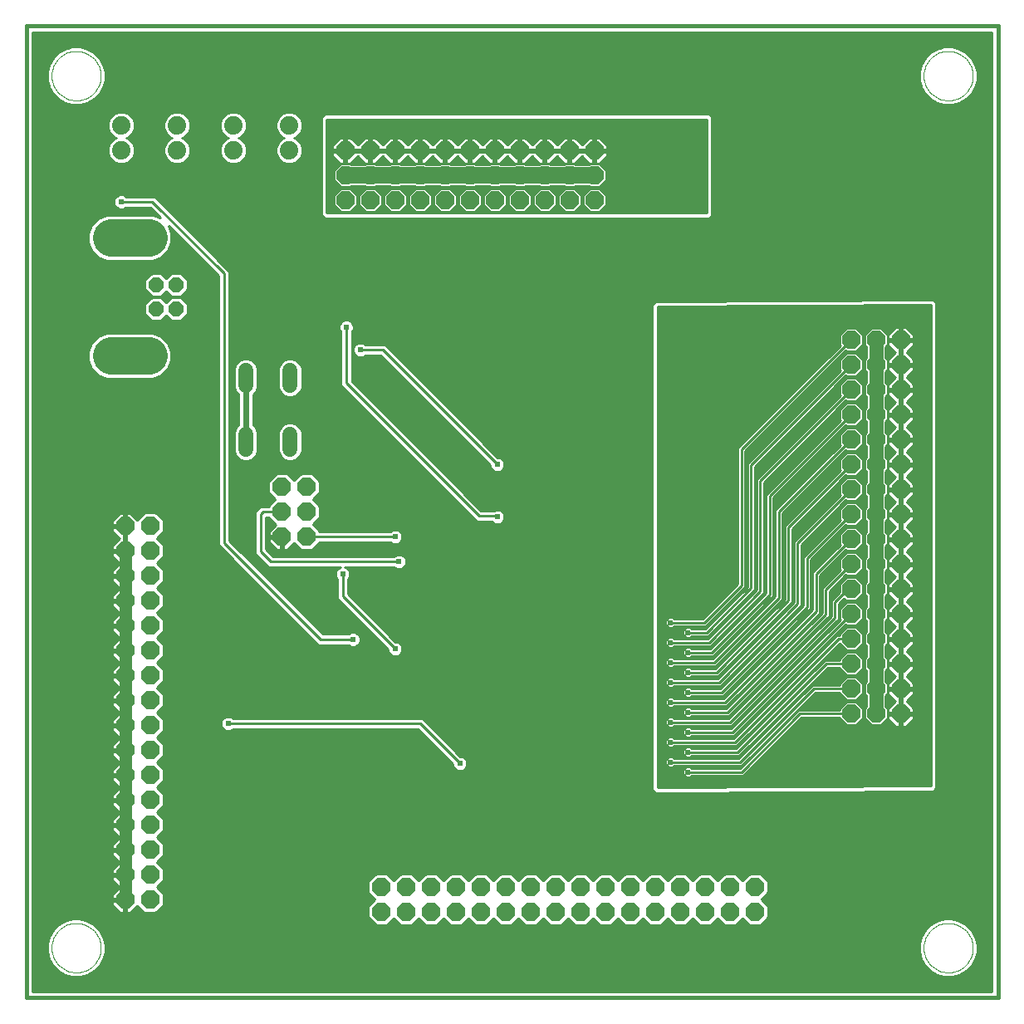
<source format=gbl>
G75*
%MOIN*%
%OFA0B0*%
%FSLAX24Y24*%
%IPPOS*%
%LPD*%
%AMOC8*
5,1,8,0,0,1.08239X$1,22.5*
%
%ADD10C,0.0160*%
%ADD11C,0.0000*%
%ADD12OC8,0.0740*%
%ADD13C,0.0740*%
%ADD14C,0.0600*%
%ADD15OC8,0.0594*%
%ADD16C,0.1502*%
%ADD17C,0.0100*%
%ADD18C,0.0240*%
%ADD19C,0.0240*%
%ADD20C,0.0400*%
%ADD21C,0.0660*%
%ADD22C,0.0560*%
%ADD23C,0.0500*%
D10*
X000400Y000180D02*
X039400Y000180D01*
X039400Y039180D01*
X000400Y039180D01*
X000400Y000180D01*
D11*
X001410Y002180D02*
X001412Y002243D01*
X001418Y002305D01*
X001428Y002367D01*
X001442Y002429D01*
X001459Y002489D01*
X001481Y002548D01*
X001506Y002605D01*
X001535Y002661D01*
X001567Y002715D01*
X001603Y002767D01*
X001642Y002816D01*
X001684Y002863D01*
X001728Y002907D01*
X001776Y002948D01*
X001826Y002986D01*
X001878Y003021D01*
X001932Y003053D01*
X001989Y003081D01*
X002047Y003105D01*
X002106Y003125D01*
X002167Y003142D01*
X002228Y003155D01*
X002290Y003164D01*
X002353Y003169D01*
X002416Y003170D01*
X002478Y003167D01*
X002541Y003160D01*
X002603Y003149D01*
X002664Y003134D01*
X002724Y003116D01*
X002782Y003093D01*
X002840Y003067D01*
X002895Y003037D01*
X002948Y003004D01*
X003000Y002968D01*
X003048Y002928D01*
X003094Y002886D01*
X003138Y002840D01*
X003178Y002792D01*
X003215Y002741D01*
X003249Y002689D01*
X003280Y002634D01*
X003307Y002577D01*
X003330Y002519D01*
X003350Y002459D01*
X003366Y002398D01*
X003378Y002336D01*
X003386Y002274D01*
X003390Y002211D01*
X003390Y002149D01*
X003386Y002086D01*
X003378Y002024D01*
X003366Y001962D01*
X003350Y001901D01*
X003330Y001841D01*
X003307Y001783D01*
X003280Y001726D01*
X003249Y001671D01*
X003215Y001619D01*
X003178Y001568D01*
X003138Y001520D01*
X003094Y001474D01*
X003048Y001432D01*
X003000Y001392D01*
X002948Y001356D01*
X002895Y001323D01*
X002840Y001293D01*
X002782Y001267D01*
X002724Y001244D01*
X002664Y001226D01*
X002603Y001211D01*
X002541Y001200D01*
X002478Y001193D01*
X002416Y001190D01*
X002353Y001191D01*
X002290Y001196D01*
X002228Y001205D01*
X002167Y001218D01*
X002106Y001235D01*
X002047Y001255D01*
X001989Y001279D01*
X001932Y001307D01*
X001878Y001339D01*
X001826Y001374D01*
X001776Y001412D01*
X001728Y001453D01*
X001684Y001497D01*
X001642Y001544D01*
X001603Y001593D01*
X001567Y001645D01*
X001535Y001699D01*
X001506Y001755D01*
X001481Y001812D01*
X001459Y001871D01*
X001442Y001931D01*
X001428Y001993D01*
X001418Y002055D01*
X001412Y002117D01*
X001410Y002180D01*
X001410Y037180D02*
X001412Y037243D01*
X001418Y037305D01*
X001428Y037367D01*
X001442Y037429D01*
X001459Y037489D01*
X001481Y037548D01*
X001506Y037605D01*
X001535Y037661D01*
X001567Y037715D01*
X001603Y037767D01*
X001642Y037816D01*
X001684Y037863D01*
X001728Y037907D01*
X001776Y037948D01*
X001826Y037986D01*
X001878Y038021D01*
X001932Y038053D01*
X001989Y038081D01*
X002047Y038105D01*
X002106Y038125D01*
X002167Y038142D01*
X002228Y038155D01*
X002290Y038164D01*
X002353Y038169D01*
X002416Y038170D01*
X002478Y038167D01*
X002541Y038160D01*
X002603Y038149D01*
X002664Y038134D01*
X002724Y038116D01*
X002782Y038093D01*
X002840Y038067D01*
X002895Y038037D01*
X002948Y038004D01*
X003000Y037968D01*
X003048Y037928D01*
X003094Y037886D01*
X003138Y037840D01*
X003178Y037792D01*
X003215Y037741D01*
X003249Y037689D01*
X003280Y037634D01*
X003307Y037577D01*
X003330Y037519D01*
X003350Y037459D01*
X003366Y037398D01*
X003378Y037336D01*
X003386Y037274D01*
X003390Y037211D01*
X003390Y037149D01*
X003386Y037086D01*
X003378Y037024D01*
X003366Y036962D01*
X003350Y036901D01*
X003330Y036841D01*
X003307Y036783D01*
X003280Y036726D01*
X003249Y036671D01*
X003215Y036619D01*
X003178Y036568D01*
X003138Y036520D01*
X003094Y036474D01*
X003048Y036432D01*
X003000Y036392D01*
X002948Y036356D01*
X002895Y036323D01*
X002840Y036293D01*
X002782Y036267D01*
X002724Y036244D01*
X002664Y036226D01*
X002603Y036211D01*
X002541Y036200D01*
X002478Y036193D01*
X002416Y036190D01*
X002353Y036191D01*
X002290Y036196D01*
X002228Y036205D01*
X002167Y036218D01*
X002106Y036235D01*
X002047Y036255D01*
X001989Y036279D01*
X001932Y036307D01*
X001878Y036339D01*
X001826Y036374D01*
X001776Y036412D01*
X001728Y036453D01*
X001684Y036497D01*
X001642Y036544D01*
X001603Y036593D01*
X001567Y036645D01*
X001535Y036699D01*
X001506Y036755D01*
X001481Y036812D01*
X001459Y036871D01*
X001442Y036931D01*
X001428Y036993D01*
X001418Y037055D01*
X001412Y037117D01*
X001410Y037180D01*
X036410Y037180D02*
X036412Y037243D01*
X036418Y037305D01*
X036428Y037367D01*
X036442Y037429D01*
X036459Y037489D01*
X036481Y037548D01*
X036506Y037605D01*
X036535Y037661D01*
X036567Y037715D01*
X036603Y037767D01*
X036642Y037816D01*
X036684Y037863D01*
X036728Y037907D01*
X036776Y037948D01*
X036826Y037986D01*
X036878Y038021D01*
X036932Y038053D01*
X036989Y038081D01*
X037047Y038105D01*
X037106Y038125D01*
X037167Y038142D01*
X037228Y038155D01*
X037290Y038164D01*
X037353Y038169D01*
X037416Y038170D01*
X037478Y038167D01*
X037541Y038160D01*
X037603Y038149D01*
X037664Y038134D01*
X037724Y038116D01*
X037782Y038093D01*
X037840Y038067D01*
X037895Y038037D01*
X037948Y038004D01*
X038000Y037968D01*
X038048Y037928D01*
X038094Y037886D01*
X038138Y037840D01*
X038178Y037792D01*
X038215Y037741D01*
X038249Y037689D01*
X038280Y037634D01*
X038307Y037577D01*
X038330Y037519D01*
X038350Y037459D01*
X038366Y037398D01*
X038378Y037336D01*
X038386Y037274D01*
X038390Y037211D01*
X038390Y037149D01*
X038386Y037086D01*
X038378Y037024D01*
X038366Y036962D01*
X038350Y036901D01*
X038330Y036841D01*
X038307Y036783D01*
X038280Y036726D01*
X038249Y036671D01*
X038215Y036619D01*
X038178Y036568D01*
X038138Y036520D01*
X038094Y036474D01*
X038048Y036432D01*
X038000Y036392D01*
X037948Y036356D01*
X037895Y036323D01*
X037840Y036293D01*
X037782Y036267D01*
X037724Y036244D01*
X037664Y036226D01*
X037603Y036211D01*
X037541Y036200D01*
X037478Y036193D01*
X037416Y036190D01*
X037353Y036191D01*
X037290Y036196D01*
X037228Y036205D01*
X037167Y036218D01*
X037106Y036235D01*
X037047Y036255D01*
X036989Y036279D01*
X036932Y036307D01*
X036878Y036339D01*
X036826Y036374D01*
X036776Y036412D01*
X036728Y036453D01*
X036684Y036497D01*
X036642Y036544D01*
X036603Y036593D01*
X036567Y036645D01*
X036535Y036699D01*
X036506Y036755D01*
X036481Y036812D01*
X036459Y036871D01*
X036442Y036931D01*
X036428Y036993D01*
X036418Y037055D01*
X036412Y037117D01*
X036410Y037180D01*
X036410Y002180D02*
X036412Y002243D01*
X036418Y002305D01*
X036428Y002367D01*
X036442Y002429D01*
X036459Y002489D01*
X036481Y002548D01*
X036506Y002605D01*
X036535Y002661D01*
X036567Y002715D01*
X036603Y002767D01*
X036642Y002816D01*
X036684Y002863D01*
X036728Y002907D01*
X036776Y002948D01*
X036826Y002986D01*
X036878Y003021D01*
X036932Y003053D01*
X036989Y003081D01*
X037047Y003105D01*
X037106Y003125D01*
X037167Y003142D01*
X037228Y003155D01*
X037290Y003164D01*
X037353Y003169D01*
X037416Y003170D01*
X037478Y003167D01*
X037541Y003160D01*
X037603Y003149D01*
X037664Y003134D01*
X037724Y003116D01*
X037782Y003093D01*
X037840Y003067D01*
X037895Y003037D01*
X037948Y003004D01*
X038000Y002968D01*
X038048Y002928D01*
X038094Y002886D01*
X038138Y002840D01*
X038178Y002792D01*
X038215Y002741D01*
X038249Y002689D01*
X038280Y002634D01*
X038307Y002577D01*
X038330Y002519D01*
X038350Y002459D01*
X038366Y002398D01*
X038378Y002336D01*
X038386Y002274D01*
X038390Y002211D01*
X038390Y002149D01*
X038386Y002086D01*
X038378Y002024D01*
X038366Y001962D01*
X038350Y001901D01*
X038330Y001841D01*
X038307Y001783D01*
X038280Y001726D01*
X038249Y001671D01*
X038215Y001619D01*
X038178Y001568D01*
X038138Y001520D01*
X038094Y001474D01*
X038048Y001432D01*
X038000Y001392D01*
X037948Y001356D01*
X037895Y001323D01*
X037840Y001293D01*
X037782Y001267D01*
X037724Y001244D01*
X037664Y001226D01*
X037603Y001211D01*
X037541Y001200D01*
X037478Y001193D01*
X037416Y001190D01*
X037353Y001191D01*
X037290Y001196D01*
X037228Y001205D01*
X037167Y001218D01*
X037106Y001235D01*
X037047Y001255D01*
X036989Y001279D01*
X036932Y001307D01*
X036878Y001339D01*
X036826Y001374D01*
X036776Y001412D01*
X036728Y001453D01*
X036684Y001497D01*
X036642Y001544D01*
X036603Y001593D01*
X036567Y001645D01*
X036535Y001699D01*
X036506Y001755D01*
X036481Y001812D01*
X036459Y001871D01*
X036442Y001931D01*
X036428Y001993D01*
X036418Y002055D01*
X036412Y002117D01*
X036410Y002180D01*
D12*
X029650Y003630D03*
X029650Y004630D03*
X028650Y004630D03*
X028650Y003630D03*
X027650Y003630D03*
X027650Y004630D03*
X026650Y004630D03*
X026650Y003630D03*
X025650Y003630D03*
X025650Y004630D03*
X024650Y004630D03*
X024650Y003630D03*
X023650Y003630D03*
X023650Y004630D03*
X022650Y004630D03*
X022650Y003630D03*
X021650Y003630D03*
X021650Y004630D03*
X020650Y004630D03*
X020650Y003630D03*
X019650Y003630D03*
X019650Y004630D03*
X018650Y004630D03*
X018650Y003630D03*
X017650Y003630D03*
X017650Y004630D03*
X016650Y004630D03*
X016650Y003630D03*
X015650Y003630D03*
X015650Y004630D03*
X014650Y004630D03*
X014650Y003630D03*
X005363Y004118D03*
X004363Y004118D03*
X004363Y005118D03*
X004363Y006118D03*
X005363Y006118D03*
X005363Y005118D03*
X005363Y007118D03*
X005363Y008118D03*
X004363Y008118D03*
X004363Y007118D03*
X004363Y009118D03*
X004363Y010118D03*
X005363Y010118D03*
X005363Y009118D03*
X005363Y011118D03*
X005363Y012118D03*
X004363Y012118D03*
X004363Y011118D03*
X004363Y013118D03*
X004363Y014118D03*
X005363Y014118D03*
X005363Y013118D03*
X005363Y015118D03*
X005363Y016118D03*
X004363Y016118D03*
X004363Y015118D03*
X004363Y017118D03*
X005363Y017118D03*
X005363Y018118D03*
X005363Y019118D03*
X004363Y019118D03*
X004363Y018118D03*
X010650Y018680D03*
X010650Y019680D03*
X010650Y020680D03*
X011650Y020680D03*
X011650Y019680D03*
X011650Y018680D03*
X013200Y032180D03*
X014200Y032180D03*
X014200Y033180D03*
X014200Y034180D03*
X013200Y034180D03*
X013200Y033180D03*
X015200Y033180D03*
X015200Y034180D03*
X016200Y034180D03*
X016200Y033180D03*
X016200Y032180D03*
X015200Y032180D03*
X017200Y032180D03*
X018200Y032180D03*
X018200Y033180D03*
X018200Y034180D03*
X017200Y034180D03*
X017200Y033180D03*
X019200Y033180D03*
X019200Y034180D03*
X020200Y034180D03*
X020200Y033180D03*
X021200Y033180D03*
X021200Y034180D03*
X022200Y034180D03*
X022200Y033180D03*
X023200Y033180D03*
X023200Y034180D03*
X023200Y032180D03*
X022200Y032180D03*
X021200Y032180D03*
X020200Y032180D03*
X019200Y032180D03*
X033500Y026580D03*
X033500Y025580D03*
X033500Y024580D03*
X033500Y023580D03*
X033500Y022580D03*
X033500Y021580D03*
X033500Y020580D03*
X033500Y019580D03*
X033500Y018580D03*
X033500Y017580D03*
X033500Y016580D03*
X033500Y015580D03*
X033500Y014580D03*
X033500Y013580D03*
X033500Y012580D03*
X033500Y011580D03*
X034500Y011580D03*
X034500Y012580D03*
X035500Y012580D03*
X035500Y011580D03*
X035500Y013580D03*
X034500Y013580D03*
X034500Y014580D03*
X034500Y015580D03*
X035500Y015580D03*
X035500Y014580D03*
X035500Y016580D03*
X035500Y017580D03*
X034500Y017580D03*
X034500Y016580D03*
X034500Y018580D03*
X034500Y019580D03*
X035500Y019580D03*
X035500Y018580D03*
X035500Y020580D03*
X035500Y021580D03*
X034500Y021580D03*
X034500Y020580D03*
X034500Y022580D03*
X034500Y023580D03*
X035500Y023580D03*
X035500Y022580D03*
X035500Y024580D03*
X035500Y025580D03*
X034500Y025580D03*
X034500Y024580D03*
X034500Y026580D03*
X035500Y026580D03*
D13*
X010950Y034180D03*
X010950Y035180D03*
X008700Y035180D03*
X008700Y034180D03*
X006450Y034180D03*
X006450Y035180D03*
X004200Y035180D03*
X004200Y034180D03*
D14*
X009210Y025360D02*
X009210Y024760D01*
X010990Y024760D02*
X010990Y025360D01*
X010990Y022800D02*
X010990Y022200D01*
X009210Y022200D02*
X009210Y022800D01*
D15*
X006400Y027820D03*
X005620Y027820D03*
X005620Y028800D03*
X006400Y028800D03*
D16*
X005301Y030680D02*
X003799Y030680D01*
X003799Y025940D02*
X005301Y025940D01*
D17*
X005863Y025199D02*
X008105Y025199D01*
X008105Y025101D02*
X005682Y025101D01*
X005823Y025159D02*
X006082Y025418D01*
X006222Y025757D01*
X006222Y026123D01*
X006082Y026462D01*
X005823Y026721D01*
X005484Y026861D01*
X003616Y026861D01*
X003277Y026721D01*
X003018Y026462D01*
X002878Y026123D01*
X002878Y025757D01*
X003018Y025418D01*
X003277Y025159D01*
X003616Y025019D01*
X005484Y025019D01*
X005823Y025159D01*
X005961Y025298D02*
X008105Y025298D01*
X008105Y025396D02*
X006060Y025396D01*
X006114Y025495D02*
X008105Y025495D01*
X008105Y025593D02*
X006155Y025593D01*
X006195Y025692D02*
X008105Y025692D01*
X008105Y025790D02*
X006222Y025790D01*
X006222Y025889D02*
X008105Y025889D01*
X008105Y025987D02*
X006222Y025987D01*
X006222Y026086D02*
X008105Y026086D01*
X008105Y026184D02*
X006197Y026184D01*
X006156Y026283D02*
X008105Y026283D01*
X008105Y026381D02*
X006116Y026381D01*
X006064Y026480D02*
X008105Y026480D01*
X008105Y026578D02*
X005966Y026578D01*
X005867Y026677D02*
X008105Y026677D01*
X008105Y026775D02*
X005692Y026775D01*
X005813Y027353D02*
X005427Y027353D01*
X005153Y027627D01*
X005153Y028013D01*
X005427Y028287D01*
X005813Y028287D01*
X006010Y028090D01*
X006207Y028287D01*
X006593Y028287D01*
X006867Y028013D01*
X006867Y027627D01*
X006593Y027353D01*
X006207Y027353D01*
X006010Y027550D01*
X005813Y027353D01*
X005826Y027366D02*
X006194Y027366D01*
X006095Y027465D02*
X005925Y027465D01*
X005414Y027366D02*
X000650Y027366D01*
X000650Y027268D02*
X008105Y027268D01*
X008105Y027366D02*
X006606Y027366D01*
X006705Y027465D02*
X008105Y027465D01*
X008105Y027563D02*
X006803Y027563D01*
X006867Y027662D02*
X008105Y027662D01*
X008105Y027760D02*
X006867Y027760D01*
X006867Y027859D02*
X008105Y027859D01*
X008105Y027957D02*
X006867Y027957D01*
X006825Y028056D02*
X008105Y028056D01*
X008105Y028154D02*
X006726Y028154D01*
X006628Y028253D02*
X008105Y028253D01*
X008105Y028351D02*
X006611Y028351D01*
X006593Y028333D02*
X006207Y028333D01*
X006010Y028530D01*
X005813Y028333D01*
X005427Y028333D01*
X005153Y028607D01*
X005153Y028993D01*
X005427Y029267D01*
X005813Y029267D01*
X006010Y029070D01*
X006207Y029267D01*
X006593Y029267D01*
X006867Y028993D01*
X006867Y028607D01*
X006593Y028333D01*
X006710Y028450D02*
X008105Y028450D01*
X008105Y028548D02*
X006808Y028548D01*
X006867Y028647D02*
X008105Y028647D01*
X008105Y028745D02*
X006867Y028745D01*
X006867Y028844D02*
X008105Y028844D01*
X008105Y028942D02*
X006867Y028942D01*
X006820Y029041D02*
X008105Y029041D01*
X008105Y029139D02*
X006721Y029139D01*
X006623Y029238D02*
X008019Y029238D01*
X008105Y029151D02*
X008105Y018339D01*
X008234Y018210D01*
X012109Y014335D01*
X013322Y014335D01*
X013348Y014309D01*
X013455Y014265D01*
X013570Y014265D01*
X013677Y014309D01*
X013758Y014391D01*
X013802Y014497D01*
X013802Y014613D01*
X013758Y014719D01*
X013677Y014801D01*
X013570Y014845D01*
X013455Y014845D01*
X013348Y014801D01*
X013322Y014775D01*
X012291Y014775D01*
X008545Y018521D01*
X008545Y029334D01*
X008416Y029462D01*
X005670Y032209D01*
X005541Y032337D01*
X004390Y032337D01*
X004364Y032363D01*
X004258Y032407D01*
X004142Y032407D01*
X004036Y032363D01*
X003954Y032282D01*
X003910Y032175D01*
X003910Y032060D01*
X003954Y031953D01*
X004036Y031872D01*
X004142Y031828D01*
X004258Y031828D01*
X004364Y031872D01*
X004390Y031898D01*
X005359Y031898D01*
X005776Y031480D01*
X005484Y031601D01*
X003616Y031601D01*
X003277Y031461D01*
X003018Y031202D01*
X002878Y030863D01*
X002878Y030497D01*
X003018Y030158D01*
X003277Y029899D01*
X003616Y029759D01*
X005484Y029759D01*
X005823Y029899D01*
X006082Y030158D01*
X006222Y030497D01*
X006222Y030863D01*
X006102Y031155D01*
X008105Y029151D01*
X008325Y029243D02*
X008325Y018430D01*
X012200Y014555D01*
X013513Y014555D01*
X013802Y014561D02*
X014508Y014561D01*
X014606Y014463D02*
X013788Y014463D01*
X013732Y014364D02*
X014705Y014364D01*
X014803Y014266D02*
X013571Y014266D01*
X013454Y014266D02*
X005902Y014266D01*
X005902Y014341D02*
X005626Y014618D01*
X005902Y014894D01*
X005902Y015341D01*
X005626Y015618D01*
X005902Y015894D01*
X005902Y016341D01*
X005626Y016618D01*
X005902Y016894D01*
X005902Y017341D01*
X005626Y017618D01*
X005902Y017894D01*
X005902Y018341D01*
X005626Y018618D01*
X005902Y018894D01*
X005902Y019341D01*
X005586Y019657D01*
X005139Y019657D01*
X004848Y019367D01*
X004578Y019637D01*
X004412Y019637D01*
X004412Y019168D01*
X004313Y019168D01*
X004313Y019637D01*
X004147Y019637D01*
X003843Y019333D01*
X003843Y019167D01*
X004312Y019167D01*
X004312Y019068D01*
X003843Y019068D01*
X003843Y018902D01*
X004127Y018618D01*
X003843Y018333D01*
X003843Y018167D01*
X004312Y018167D01*
X004312Y018068D01*
X003843Y018068D01*
X003843Y017902D01*
X004127Y017618D01*
X003843Y017333D01*
X003843Y017167D01*
X004312Y017167D01*
X004312Y017068D01*
X003843Y017068D01*
X003843Y016902D01*
X004127Y016618D01*
X003843Y016333D01*
X003843Y016167D01*
X004312Y016167D01*
X004312Y016068D01*
X003843Y016068D01*
X003843Y015902D01*
X004127Y015618D01*
X003843Y015333D01*
X003843Y015167D01*
X004312Y015167D01*
X004312Y015068D01*
X003843Y015068D01*
X003843Y014902D01*
X004127Y014618D01*
X003843Y014333D01*
X003843Y014167D01*
X004312Y014167D01*
X000650Y014167D01*
X000650Y014069D02*
X004312Y014069D01*
X004312Y014068D02*
X003843Y014068D01*
X003843Y013902D01*
X004127Y013618D01*
X003843Y013333D01*
X003843Y013167D01*
X004312Y013167D01*
X004312Y013068D01*
X003843Y013068D01*
X003843Y012902D01*
X004127Y012618D01*
X003843Y012333D01*
X003843Y012167D01*
X004312Y012167D01*
X004312Y012068D01*
X003843Y012068D01*
X003843Y011902D01*
X000650Y011902D01*
X000650Y012000D02*
X003843Y012000D01*
X003843Y011902D02*
X004127Y011618D01*
X003843Y011333D01*
X003843Y011167D01*
X004312Y011167D01*
X004312Y011068D01*
X003843Y011068D01*
X003843Y010902D01*
X004127Y010618D01*
X003843Y010333D01*
X003843Y010167D01*
X004312Y010167D01*
X004312Y010068D01*
X003843Y010068D01*
X003843Y009902D01*
X004127Y009618D01*
X003843Y009333D01*
X003843Y009167D01*
X004312Y009167D01*
X004312Y009068D01*
X003843Y009068D01*
X003843Y008902D01*
X004127Y008618D01*
X003843Y008333D01*
X003843Y008167D01*
X004312Y008167D01*
X004312Y008068D01*
X003843Y008068D01*
X003843Y007902D01*
X004127Y007618D01*
X003843Y007333D01*
X003843Y007167D01*
X004312Y007167D01*
X004312Y007068D01*
X003843Y007068D01*
X003843Y006902D01*
X004127Y006618D01*
X003843Y006333D01*
X003843Y006167D01*
X004312Y006167D01*
X004312Y006068D01*
X003843Y006068D01*
X003843Y005902D01*
X004127Y005618D01*
X003843Y005333D01*
X003843Y005167D01*
X004312Y005167D01*
X004312Y005068D01*
X003843Y005068D01*
X003843Y004902D01*
X004127Y004618D01*
X003843Y004333D01*
X003843Y004167D01*
X004312Y004167D01*
X004312Y004068D01*
X003843Y004068D01*
X003843Y003902D01*
X004147Y003598D01*
X004313Y003598D01*
X004313Y004067D01*
X004412Y004067D01*
X004412Y003598D01*
X004578Y003598D01*
X004848Y003868D01*
X005139Y003578D01*
X005586Y003578D01*
X005902Y003894D01*
X005902Y004341D01*
X005626Y004618D01*
X005902Y004894D01*
X005902Y005341D01*
X005626Y005618D01*
X005902Y005894D01*
X005902Y006341D01*
X005626Y006618D01*
X005902Y006894D01*
X005902Y007341D01*
X005626Y007618D01*
X005902Y007894D01*
X005902Y008341D01*
X005626Y008618D01*
X005902Y008894D01*
X005902Y009341D01*
X005626Y009618D01*
X005902Y009894D01*
X005902Y010341D01*
X005626Y010618D01*
X005902Y010894D01*
X005902Y011341D01*
X005626Y011618D01*
X005902Y011894D01*
X005902Y012341D01*
X005626Y012618D01*
X005902Y012894D01*
X005902Y013341D01*
X005626Y013618D01*
X005902Y013894D01*
X005902Y014341D01*
X005880Y014364D02*
X012080Y014364D01*
X011981Y014463D02*
X005781Y014463D01*
X005683Y014561D02*
X011883Y014561D01*
X011784Y014660D02*
X005668Y014660D01*
X005767Y014758D02*
X011686Y014758D01*
X011587Y014857D02*
X005865Y014857D01*
X005902Y014955D02*
X011489Y014955D01*
X011390Y015054D02*
X005902Y015054D01*
X005902Y015152D02*
X011292Y015152D01*
X011193Y015251D02*
X005902Y015251D01*
X005895Y015349D02*
X011095Y015349D01*
X010996Y015448D02*
X005796Y015448D01*
X005698Y015546D02*
X010898Y015546D01*
X010799Y015645D02*
X005653Y015645D01*
X005752Y015743D02*
X010701Y015743D01*
X010602Y015842D02*
X005850Y015842D01*
X005902Y015940D02*
X010504Y015940D01*
X010405Y016039D02*
X005902Y016039D01*
X005902Y016137D02*
X010307Y016137D01*
X010208Y016236D02*
X005902Y016236D01*
X005902Y016334D02*
X010110Y016334D01*
X010011Y016433D02*
X005811Y016433D01*
X005713Y016531D02*
X009913Y016531D01*
X009814Y016630D02*
X005638Y016630D01*
X005737Y016728D02*
X009716Y016728D01*
X009617Y016827D02*
X005835Y016827D01*
X005902Y016925D02*
X009519Y016925D01*
X009420Y017024D02*
X005902Y017024D01*
X005902Y017122D02*
X009322Y017122D01*
X009223Y017221D02*
X005902Y017221D01*
X005902Y017319D02*
X009125Y017319D01*
X009026Y017418D02*
X005826Y017418D01*
X005728Y017516D02*
X008928Y017516D01*
X008829Y017615D02*
X005629Y017615D01*
X005722Y017713D02*
X008731Y017713D01*
X008632Y017812D02*
X005820Y017812D01*
X005902Y017910D02*
X008534Y017910D01*
X008435Y018009D02*
X005902Y018009D01*
X005902Y018107D02*
X008337Y018107D01*
X008238Y018206D02*
X005902Y018206D01*
X005902Y018304D02*
X008140Y018304D01*
X008105Y018403D02*
X005841Y018403D01*
X005743Y018501D02*
X008105Y018501D01*
X008105Y018600D02*
X005644Y018600D01*
X005707Y018698D02*
X008105Y018698D01*
X008105Y018797D02*
X005805Y018797D01*
X005902Y018895D02*
X008105Y018895D01*
X008105Y018994D02*
X005902Y018994D01*
X005902Y019092D02*
X008105Y019092D01*
X008105Y019191D02*
X005902Y019191D01*
X005902Y019289D02*
X008105Y019289D01*
X008105Y019388D02*
X005856Y019388D01*
X005758Y019486D02*
X008105Y019486D01*
X008105Y019585D02*
X005659Y019585D01*
X005066Y019585D02*
X004631Y019585D01*
X004729Y019486D02*
X004967Y019486D01*
X004869Y019388D02*
X004828Y019388D01*
X004412Y019388D02*
X004313Y019388D01*
X004313Y019486D02*
X004412Y019486D01*
X004412Y019585D02*
X004313Y019585D01*
X004094Y019585D02*
X000650Y019585D01*
X000650Y019683D02*
X008105Y019683D01*
X008105Y019782D02*
X000650Y019782D01*
X000650Y019880D02*
X008105Y019880D01*
X008105Y019979D02*
X000650Y019979D01*
X000650Y020077D02*
X008105Y020077D01*
X008105Y020176D02*
X000650Y020176D01*
X000650Y020274D02*
X008105Y020274D01*
X008105Y020373D02*
X000650Y020373D01*
X000650Y020471D02*
X008105Y020471D01*
X008105Y020570D02*
X000650Y020570D01*
X000650Y020668D02*
X008105Y020668D01*
X008105Y020767D02*
X000650Y020767D01*
X000650Y020865D02*
X008105Y020865D01*
X008105Y020964D02*
X000650Y020964D01*
X000650Y021062D02*
X008105Y021062D01*
X008105Y021161D02*
X000650Y021161D01*
X000650Y021259D02*
X008105Y021259D01*
X008105Y021358D02*
X000650Y021358D01*
X000650Y021456D02*
X008105Y021456D01*
X008105Y021555D02*
X000650Y021555D01*
X000650Y021653D02*
X008105Y021653D01*
X008105Y021752D02*
X000650Y021752D01*
X000650Y021850D02*
X008105Y021850D01*
X008105Y021949D02*
X000650Y021949D01*
X000650Y022047D02*
X008105Y022047D01*
X008105Y022146D02*
X000650Y022146D01*
X000650Y022244D02*
X008105Y022244D01*
X008105Y022343D02*
X000650Y022343D01*
X000650Y022441D02*
X008105Y022441D01*
X008105Y022540D02*
X000650Y022540D01*
X000650Y022638D02*
X008105Y022638D01*
X008105Y022737D02*
X000650Y022737D01*
X000650Y022835D02*
X008105Y022835D01*
X008105Y022934D02*
X000650Y022934D01*
X000650Y023032D02*
X008105Y023032D01*
X008105Y023131D02*
X000650Y023131D01*
X000650Y023229D02*
X008105Y023229D01*
X008105Y023328D02*
X000650Y023328D01*
X000650Y023426D02*
X008105Y023426D01*
X008105Y023525D02*
X000650Y023525D01*
X000650Y023623D02*
X008105Y023623D01*
X008105Y023722D02*
X000650Y023722D01*
X000650Y023820D02*
X008105Y023820D01*
X008105Y023919D02*
X000650Y023919D01*
X000650Y024017D02*
X008105Y024017D01*
X008105Y024116D02*
X000650Y024116D01*
X000650Y024214D02*
X008105Y024214D01*
X008105Y024313D02*
X000650Y024313D01*
X000650Y024411D02*
X008105Y024411D01*
X008105Y024510D02*
X000650Y024510D01*
X000650Y024608D02*
X008105Y024608D01*
X008105Y024707D02*
X000650Y024707D01*
X000650Y024805D02*
X008105Y024805D01*
X008105Y024904D02*
X000650Y024904D01*
X000650Y025002D02*
X008105Y025002D01*
X008545Y025002D02*
X008740Y025002D01*
X008740Y024904D02*
X008545Y024904D01*
X008545Y024805D02*
X008740Y024805D01*
X008740Y024707D02*
X008545Y024707D01*
X008545Y024608D02*
X008764Y024608D01*
X008740Y024667D02*
X008812Y024494D01*
X008920Y024385D01*
X008920Y023175D01*
X008812Y023066D01*
X008740Y022893D01*
X008740Y022107D01*
X008812Y021934D01*
X008944Y021802D01*
X009117Y021730D01*
X009303Y021730D01*
X009476Y021802D01*
X009608Y021934D01*
X009680Y022107D01*
X009680Y022893D01*
X009608Y023066D01*
X009500Y023175D01*
X009500Y024385D01*
X009608Y024494D01*
X009680Y024667D01*
X009680Y025453D01*
X009608Y025626D01*
X009476Y025758D01*
X009303Y025830D01*
X009117Y025830D01*
X008944Y025758D01*
X008812Y025626D01*
X008740Y025453D01*
X008740Y024667D01*
X008805Y024510D02*
X008545Y024510D01*
X008545Y024411D02*
X008894Y024411D01*
X008920Y024313D02*
X008545Y024313D01*
X008545Y024214D02*
X008920Y024214D01*
X008920Y024116D02*
X008545Y024116D01*
X008545Y024017D02*
X008920Y024017D01*
X008920Y023919D02*
X008545Y023919D01*
X008545Y023820D02*
X008920Y023820D01*
X008920Y023722D02*
X008545Y023722D01*
X008545Y023623D02*
X008920Y023623D01*
X008920Y023525D02*
X008545Y023525D01*
X008545Y023426D02*
X008920Y023426D01*
X008920Y023328D02*
X008545Y023328D01*
X008545Y023229D02*
X008920Y023229D01*
X008876Y023131D02*
X008545Y023131D01*
X008545Y023032D02*
X008797Y023032D01*
X008757Y022934D02*
X008545Y022934D01*
X008545Y022835D02*
X008740Y022835D01*
X008740Y022737D02*
X008545Y022737D01*
X008545Y022638D02*
X008740Y022638D01*
X008740Y022540D02*
X008545Y022540D01*
X008545Y022441D02*
X008740Y022441D01*
X008740Y022343D02*
X008545Y022343D01*
X008545Y022244D02*
X008740Y022244D01*
X008740Y022146D02*
X008545Y022146D01*
X008545Y022047D02*
X008765Y022047D01*
X008805Y021949D02*
X008545Y021949D01*
X008545Y021850D02*
X008895Y021850D01*
X009064Y021752D02*
X008545Y021752D01*
X008545Y021653D02*
X016112Y021653D01*
X016014Y021752D02*
X011136Y021752D01*
X011083Y021730D02*
X011256Y021802D01*
X011388Y021934D01*
X011460Y022107D01*
X011460Y022893D01*
X011388Y023066D01*
X011256Y023198D01*
X011083Y023270D01*
X010897Y023270D01*
X010724Y023198D01*
X010592Y023066D01*
X010520Y022893D01*
X010520Y022107D01*
X010592Y021934D01*
X010724Y021802D01*
X010897Y021730D01*
X011083Y021730D01*
X010844Y021752D02*
X009356Y021752D01*
X009525Y021850D02*
X010675Y021850D01*
X010585Y021949D02*
X009615Y021949D01*
X009655Y022047D02*
X010545Y022047D01*
X010520Y022146D02*
X009680Y022146D01*
X009680Y022244D02*
X010520Y022244D01*
X010520Y022343D02*
X009680Y022343D01*
X009680Y022441D02*
X010520Y022441D01*
X010520Y022540D02*
X009680Y022540D01*
X009680Y022638D02*
X010520Y022638D01*
X010520Y022737D02*
X009680Y022737D01*
X009680Y022835D02*
X010520Y022835D01*
X010537Y022934D02*
X009663Y022934D01*
X009623Y023032D02*
X010577Y023032D01*
X010656Y023131D02*
X009544Y023131D01*
X009500Y023229D02*
X010798Y023229D01*
X011182Y023229D02*
X014536Y023229D01*
X014438Y023328D02*
X009500Y023328D01*
X009500Y023426D02*
X014339Y023426D01*
X014241Y023525D02*
X009500Y023525D01*
X009500Y023623D02*
X014142Y023623D01*
X014044Y023722D02*
X009500Y023722D01*
X009500Y023820D02*
X013945Y023820D01*
X013847Y023919D02*
X009500Y023919D01*
X009500Y024017D02*
X013748Y024017D01*
X013650Y024116D02*
X009500Y024116D01*
X009500Y024214D02*
X013551Y024214D01*
X013453Y024313D02*
X011138Y024313D01*
X011083Y024290D02*
X011256Y024362D01*
X011388Y024494D01*
X011460Y024667D01*
X011460Y025453D01*
X011388Y025626D01*
X011256Y025758D01*
X011083Y025830D01*
X010897Y025830D01*
X010724Y025758D01*
X010592Y025626D01*
X010520Y025453D01*
X010520Y024667D01*
X010592Y024494D01*
X010724Y024362D01*
X010897Y024290D01*
X011083Y024290D01*
X010842Y024313D02*
X009500Y024313D01*
X009526Y024411D02*
X010674Y024411D01*
X010585Y024510D02*
X009615Y024510D01*
X009656Y024608D02*
X010544Y024608D01*
X010520Y024707D02*
X009680Y024707D01*
X009680Y024805D02*
X010520Y024805D01*
X010520Y024904D02*
X009680Y024904D01*
X009680Y025002D02*
X010520Y025002D01*
X010520Y025101D02*
X009680Y025101D01*
X009680Y025199D02*
X010520Y025199D01*
X010520Y025298D02*
X009680Y025298D01*
X009680Y025396D02*
X010520Y025396D01*
X010537Y025495D02*
X009663Y025495D01*
X009622Y025593D02*
X010578Y025593D01*
X010657Y025692D02*
X009543Y025692D01*
X009400Y025790D02*
X010800Y025790D01*
X011180Y025790D02*
X013018Y025790D01*
X013018Y025692D02*
X011323Y025692D01*
X011402Y025593D02*
X013018Y025593D01*
X013018Y025495D02*
X011443Y025495D01*
X011460Y025396D02*
X013018Y025396D01*
X013018Y025298D02*
X011460Y025298D01*
X011460Y025199D02*
X013018Y025199D01*
X013018Y025101D02*
X011460Y025101D01*
X011460Y025002D02*
X013018Y025002D01*
X013018Y024904D02*
X011460Y024904D01*
X011460Y024805D02*
X013018Y024805D01*
X013018Y024747D02*
X018341Y019424D01*
X018470Y019295D01*
X019075Y019295D01*
X019136Y019234D01*
X019242Y019190D01*
X019358Y019190D01*
X019464Y019234D01*
X019546Y019316D01*
X019590Y019422D01*
X019590Y019538D01*
X019546Y019644D01*
X019464Y019726D01*
X019358Y019770D01*
X019242Y019770D01*
X019158Y019735D01*
X018652Y019735D01*
X013458Y024929D01*
X013458Y026902D01*
X013484Y026928D01*
X013528Y027035D01*
X013528Y027150D01*
X013484Y027257D01*
X013403Y027338D01*
X013296Y027382D01*
X013181Y027382D01*
X013074Y027338D01*
X012993Y027257D01*
X012948Y027150D01*
X012948Y027035D01*
X012993Y026928D01*
X013018Y026902D01*
X013018Y024747D01*
X013059Y024707D02*
X011460Y024707D01*
X011436Y024608D02*
X013157Y024608D01*
X013256Y024510D02*
X011395Y024510D01*
X011306Y024411D02*
X013354Y024411D01*
X013681Y024707D02*
X015862Y024707D01*
X015764Y024805D02*
X013582Y024805D01*
X013484Y024904D02*
X015665Y024904D01*
X015567Y025002D02*
X013458Y025002D01*
X013458Y025101D02*
X015468Y025101D01*
X015370Y025199D02*
X013458Y025199D01*
X013458Y025298D02*
X015271Y025298D01*
X015173Y025396D02*
X013458Y025396D01*
X013458Y025495D02*
X015074Y025495D01*
X014976Y025593D02*
X013458Y025593D01*
X013458Y025692D02*
X014877Y025692D01*
X014779Y025790D02*
X013458Y025790D01*
X013458Y025889D02*
X014680Y025889D01*
X014609Y025960D02*
X019010Y021559D01*
X019010Y021522D01*
X019054Y021416D01*
X019136Y021334D01*
X019242Y021290D01*
X019358Y021290D01*
X019464Y021334D01*
X019546Y021416D01*
X019590Y021522D01*
X019590Y021638D01*
X019546Y021744D01*
X019464Y021826D01*
X019358Y021870D01*
X019321Y021870D01*
X014791Y026400D01*
X013990Y026400D01*
X013964Y026426D01*
X013858Y026470D01*
X013742Y026470D01*
X013636Y026426D01*
X013554Y026344D01*
X013510Y026238D01*
X013510Y026122D01*
X013554Y026016D01*
X013636Y025934D01*
X013742Y025890D01*
X013858Y025890D01*
X013964Y025934D01*
X013990Y025960D01*
X014609Y025960D01*
X014700Y026180D02*
X019300Y021580D01*
X019406Y021850D02*
X025520Y021850D01*
X025520Y021752D02*
X019539Y021752D01*
X019584Y021653D02*
X025520Y021653D01*
X025520Y021555D02*
X019590Y021555D01*
X019563Y021456D02*
X025520Y021456D01*
X025520Y021358D02*
X019488Y021358D01*
X019112Y021358D02*
X017030Y021358D01*
X016931Y021456D02*
X019037Y021456D01*
X019010Y021555D02*
X016833Y021555D01*
X016734Y021653D02*
X018916Y021653D01*
X018817Y021752D02*
X016636Y021752D01*
X016537Y021850D02*
X018719Y021850D01*
X018620Y021949D02*
X016439Y021949D01*
X016340Y022047D02*
X018522Y022047D01*
X018423Y022146D02*
X016242Y022146D01*
X016143Y022244D02*
X018325Y022244D01*
X018226Y022343D02*
X016045Y022343D01*
X015946Y022441D02*
X018128Y022441D01*
X018029Y022540D02*
X015848Y022540D01*
X015749Y022638D02*
X017931Y022638D01*
X017832Y022737D02*
X015651Y022737D01*
X015552Y022835D02*
X017734Y022835D01*
X017635Y022934D02*
X015454Y022934D01*
X015355Y023032D02*
X017537Y023032D01*
X017438Y023131D02*
X015257Y023131D01*
X015158Y023229D02*
X017340Y023229D01*
X017241Y023328D02*
X015060Y023328D01*
X014961Y023426D02*
X017143Y023426D01*
X017044Y023525D02*
X014863Y023525D01*
X014764Y023623D02*
X016946Y023623D01*
X016847Y023722D02*
X014666Y023722D01*
X014567Y023820D02*
X016749Y023820D01*
X016650Y023919D02*
X014469Y023919D01*
X014370Y024017D02*
X016552Y024017D01*
X016453Y024116D02*
X014272Y024116D01*
X014173Y024214D02*
X016355Y024214D01*
X016256Y024313D02*
X014075Y024313D01*
X013976Y024411D02*
X016158Y024411D01*
X016059Y024510D02*
X013878Y024510D01*
X013779Y024608D02*
X015961Y024608D01*
X016288Y024904D02*
X025520Y024904D01*
X025520Y025002D02*
X016189Y025002D01*
X016091Y025101D02*
X025520Y025101D01*
X025520Y025199D02*
X015992Y025199D01*
X015894Y025298D02*
X025520Y025298D01*
X025520Y025396D02*
X015795Y025396D01*
X015697Y025495D02*
X025520Y025495D01*
X025520Y025593D02*
X015598Y025593D01*
X015500Y025692D02*
X025520Y025692D01*
X025520Y025790D02*
X015401Y025790D01*
X015303Y025889D02*
X025520Y025889D01*
X025520Y025987D02*
X015204Y025987D01*
X015106Y026086D02*
X025520Y026086D01*
X025520Y026184D02*
X015007Y026184D01*
X014909Y026283D02*
X025520Y026283D01*
X025520Y026381D02*
X014810Y026381D01*
X014700Y026180D02*
X013800Y026180D01*
X013510Y026184D02*
X013458Y026184D01*
X013458Y026086D02*
X013525Y026086D01*
X013583Y025987D02*
X013458Y025987D01*
X013458Y026283D02*
X013529Y026283D01*
X013591Y026381D02*
X013458Y026381D01*
X013458Y026480D02*
X025520Y026480D01*
X025520Y026578D02*
X013458Y026578D01*
X013458Y026677D02*
X025520Y026677D01*
X025520Y026775D02*
X013458Y026775D01*
X013458Y026874D02*
X025520Y026874D01*
X025520Y026972D02*
X013503Y026972D01*
X013528Y027071D02*
X025520Y027071D01*
X025520Y027169D02*
X013521Y027169D01*
X013473Y027268D02*
X025520Y027268D01*
X025520Y027366D02*
X013335Y027366D01*
X013142Y027366D02*
X008545Y027366D01*
X008545Y027268D02*
X013004Y027268D01*
X012956Y027169D02*
X008545Y027169D01*
X008545Y027071D02*
X012948Y027071D01*
X012974Y026972D02*
X008545Y026972D01*
X008545Y026874D02*
X013018Y026874D01*
X013018Y026775D02*
X008545Y026775D01*
X008545Y026677D02*
X013018Y026677D01*
X013018Y026578D02*
X008545Y026578D01*
X008545Y026480D02*
X013018Y026480D01*
X013018Y026381D02*
X008545Y026381D01*
X008545Y026283D02*
X013018Y026283D01*
X013018Y026184D02*
X008545Y026184D01*
X008545Y026086D02*
X013018Y026086D01*
X013018Y025987D02*
X008545Y025987D01*
X008545Y025889D02*
X013018Y025889D01*
X013238Y024838D02*
X018561Y019515D01*
X019265Y019515D01*
X019300Y019480D01*
X019507Y019683D02*
X025520Y019683D01*
X025520Y019585D02*
X019571Y019585D01*
X019590Y019486D02*
X025520Y019486D01*
X025520Y019388D02*
X019576Y019388D01*
X019519Y019289D02*
X025520Y019289D01*
X025520Y019191D02*
X019359Y019191D01*
X019241Y019191D02*
X011924Y019191D01*
X011914Y019180D02*
X012190Y019456D01*
X012190Y019904D01*
X011914Y020180D01*
X012190Y020456D01*
X012190Y020904D01*
X011874Y021220D01*
X011426Y021220D01*
X011150Y020944D01*
X010874Y021220D01*
X010426Y021220D01*
X010110Y020904D01*
X010110Y020456D01*
X010386Y020180D01*
X010110Y019904D01*
X010110Y019900D01*
X009809Y019900D01*
X009680Y019771D01*
X009580Y019671D01*
X009580Y017989D01*
X009709Y017860D01*
X010109Y017460D01*
X013018Y017460D01*
X012936Y017426D01*
X012854Y017344D01*
X012810Y017238D01*
X012810Y017122D01*
X009944Y017122D01*
X009846Y017221D02*
X012810Y017221D01*
X012810Y017122D02*
X012854Y017016D01*
X012880Y016990D01*
X012880Y016189D01*
X013009Y016060D01*
X014910Y014159D01*
X014910Y014122D01*
X014954Y014016D01*
X015036Y013934D01*
X015142Y013890D01*
X015258Y013890D01*
X015364Y013934D01*
X015446Y014016D01*
X015490Y014122D01*
X015490Y014238D01*
X015446Y014344D01*
X015364Y014426D01*
X015258Y014470D01*
X015221Y014470D01*
X013320Y016371D01*
X013320Y016990D01*
X013346Y017016D01*
X013390Y017122D01*
X025520Y017122D01*
X025520Y017024D02*
X013349Y017024D01*
X013320Y016925D02*
X025520Y016925D01*
X025520Y016827D02*
X013320Y016827D01*
X013320Y016728D02*
X025520Y016728D01*
X025520Y016630D02*
X013320Y016630D01*
X013320Y016531D02*
X025520Y016531D01*
X025520Y016433D02*
X013320Y016433D01*
X013357Y016334D02*
X025520Y016334D01*
X025520Y016236D02*
X013456Y016236D01*
X013554Y016137D02*
X025520Y016137D01*
X025520Y016039D02*
X013653Y016039D01*
X013751Y015940D02*
X025520Y015940D01*
X025520Y015842D02*
X013850Y015842D01*
X013948Y015743D02*
X025520Y015743D01*
X025520Y015645D02*
X014047Y015645D01*
X014145Y015546D02*
X025520Y015546D01*
X025520Y015448D02*
X014244Y015448D01*
X014342Y015349D02*
X025520Y015349D01*
X025520Y015251D02*
X014441Y015251D01*
X014539Y015152D02*
X025520Y015152D01*
X025520Y015054D02*
X014638Y015054D01*
X014736Y014955D02*
X025520Y014955D01*
X025520Y014857D02*
X014835Y014857D01*
X014933Y014758D02*
X025520Y014758D01*
X025520Y014660D02*
X015032Y014660D01*
X015130Y014561D02*
X025520Y014561D01*
X025520Y014463D02*
X015276Y014463D01*
X015426Y014364D02*
X025520Y014364D01*
X025520Y014266D02*
X015478Y014266D01*
X015490Y014167D02*
X025520Y014167D01*
X025520Y014069D02*
X015468Y014069D01*
X015400Y013970D02*
X025520Y013970D01*
X025520Y013872D02*
X005880Y013872D01*
X005902Y013970D02*
X015000Y013970D01*
X014932Y014069D02*
X005902Y014069D01*
X005902Y014167D02*
X014902Y014167D01*
X015200Y014180D02*
X013100Y016280D01*
X013100Y017180D01*
X012844Y017319D02*
X009747Y017319D01*
X009649Y017418D02*
X012927Y017418D01*
X013182Y017460D02*
X015160Y017460D01*
X015186Y017434D01*
X015292Y017390D01*
X015408Y017390D01*
X015514Y017434D01*
X015596Y017516D01*
X025520Y017516D01*
X025520Y017418D02*
X015474Y017418D01*
X015596Y017516D02*
X015640Y017622D01*
X015640Y017738D01*
X015596Y017844D01*
X015514Y017926D01*
X015408Y017970D01*
X015292Y017970D01*
X015186Y017926D01*
X015160Y017900D01*
X010291Y017900D01*
X010020Y018171D01*
X010020Y019460D01*
X010110Y019460D01*
X010110Y019456D01*
X010400Y019166D01*
X010130Y018895D01*
X010020Y018895D01*
X010020Y018797D02*
X010130Y018797D01*
X010130Y018730D02*
X010600Y018730D01*
X010600Y018630D01*
X010700Y018630D01*
X010700Y018160D01*
X010865Y018160D01*
X011136Y018430D01*
X011426Y018140D01*
X011874Y018140D01*
X012190Y018456D01*
X012190Y018460D01*
X015010Y018460D01*
X015036Y018434D01*
X015142Y018390D01*
X015258Y018390D01*
X015364Y018434D01*
X015446Y018516D01*
X015490Y018622D01*
X015490Y018738D01*
X015446Y018844D01*
X015364Y018926D01*
X015258Y018970D01*
X015142Y018970D01*
X015036Y018926D01*
X015010Y018900D01*
X012190Y018900D01*
X012190Y018904D01*
X011914Y019180D01*
X012002Y019092D02*
X025520Y019092D01*
X025520Y018994D02*
X012100Y018994D01*
X012023Y019289D02*
X019081Y019289D01*
X018606Y019782D02*
X025520Y019782D01*
X025520Y019880D02*
X018507Y019880D01*
X018409Y019979D02*
X025520Y019979D01*
X025520Y020077D02*
X018310Y020077D01*
X018212Y020176D02*
X025520Y020176D01*
X025520Y020274D02*
X018113Y020274D01*
X018015Y020373D02*
X025520Y020373D01*
X025520Y020471D02*
X017916Y020471D01*
X017818Y020570D02*
X025520Y020570D01*
X025520Y020668D02*
X017719Y020668D01*
X017621Y020767D02*
X025520Y020767D01*
X025520Y020865D02*
X017522Y020865D01*
X017424Y020964D02*
X025520Y020964D01*
X025520Y021062D02*
X017325Y021062D01*
X017227Y021161D02*
X025520Y021161D01*
X025520Y021259D02*
X017128Y021259D01*
X016802Y020964D02*
X012130Y020964D01*
X012190Y020865D02*
X016900Y020865D01*
X016999Y020767D02*
X012190Y020767D01*
X012190Y020668D02*
X017097Y020668D01*
X017196Y020570D02*
X012190Y020570D01*
X012190Y020471D02*
X017294Y020471D01*
X017393Y020373D02*
X012106Y020373D01*
X012008Y020274D02*
X017491Y020274D01*
X017590Y020176D02*
X011918Y020176D01*
X012017Y020077D02*
X017688Y020077D01*
X017787Y019979D02*
X012115Y019979D01*
X012190Y019880D02*
X017885Y019880D01*
X017984Y019782D02*
X012190Y019782D01*
X012190Y019683D02*
X018082Y019683D01*
X018181Y019585D02*
X012190Y019585D01*
X012190Y019486D02*
X018279Y019486D01*
X018378Y019388D02*
X012121Y019388D01*
X011650Y018680D02*
X015200Y018680D01*
X015466Y018797D02*
X025520Y018797D01*
X025520Y018895D02*
X015395Y018895D01*
X015490Y018698D02*
X025520Y018698D01*
X025520Y018600D02*
X015481Y018600D01*
X015431Y018501D02*
X025520Y018501D01*
X025520Y018403D02*
X015288Y018403D01*
X015112Y018403D02*
X012136Y018403D01*
X012038Y018304D02*
X025520Y018304D01*
X025520Y018206D02*
X011939Y018206D01*
X011361Y018206D02*
X010911Y018206D01*
X011009Y018304D02*
X011262Y018304D01*
X011164Y018403D02*
X011108Y018403D01*
X010700Y018403D02*
X010600Y018403D01*
X010600Y018501D02*
X010700Y018501D01*
X010700Y018600D02*
X010600Y018600D01*
X010600Y018630D02*
X010600Y018160D01*
X010435Y018160D01*
X010130Y018465D01*
X010130Y018630D01*
X010600Y018630D01*
X010600Y018698D02*
X010020Y018698D01*
X010020Y018600D02*
X010130Y018600D01*
X010130Y018501D02*
X010020Y018501D01*
X010020Y018403D02*
X010192Y018403D01*
X010291Y018304D02*
X010020Y018304D01*
X010020Y018206D02*
X010389Y018206D01*
X010600Y018206D02*
X010700Y018206D01*
X010700Y018304D02*
X010600Y018304D01*
X010281Y017910D02*
X015170Y017910D01*
X015350Y017680D02*
X010200Y017680D01*
X009800Y018080D01*
X009800Y019580D01*
X009900Y019680D01*
X010650Y019680D01*
X010277Y019289D02*
X010020Y019289D01*
X010020Y019191D02*
X010376Y019191D01*
X010327Y019092D02*
X010020Y019092D01*
X010020Y018994D02*
X010228Y018994D01*
X010130Y018895D02*
X010130Y018730D01*
X009580Y018698D02*
X008545Y018698D01*
X008545Y018600D02*
X009580Y018600D01*
X009580Y018501D02*
X008565Y018501D01*
X008664Y018403D02*
X009580Y018403D01*
X009580Y018304D02*
X008762Y018304D01*
X008861Y018206D02*
X009580Y018206D01*
X009580Y018107D02*
X008959Y018107D01*
X009058Y018009D02*
X009580Y018009D01*
X009659Y017910D02*
X009156Y017910D01*
X009255Y017812D02*
X009757Y017812D01*
X009856Y017713D02*
X009353Y017713D01*
X009452Y017615D02*
X009954Y017615D01*
X010053Y017516D02*
X009550Y017516D01*
X010043Y017024D02*
X012851Y017024D01*
X012880Y016925D02*
X010141Y016925D01*
X010240Y016827D02*
X012880Y016827D01*
X012880Y016728D02*
X010338Y016728D01*
X010437Y016630D02*
X012880Y016630D01*
X012880Y016531D02*
X010535Y016531D01*
X010634Y016433D02*
X012880Y016433D01*
X012880Y016334D02*
X010732Y016334D01*
X010831Y016236D02*
X012880Y016236D01*
X012932Y016137D02*
X010929Y016137D01*
X011028Y016039D02*
X013030Y016039D01*
X013129Y015940D02*
X011126Y015940D01*
X011225Y015842D02*
X013227Y015842D01*
X013326Y015743D02*
X011323Y015743D01*
X011422Y015645D02*
X013424Y015645D01*
X013523Y015546D02*
X011520Y015546D01*
X011619Y015448D02*
X013621Y015448D01*
X013720Y015349D02*
X011717Y015349D01*
X011816Y015251D02*
X013818Y015251D01*
X013917Y015152D02*
X011914Y015152D01*
X012013Y015054D02*
X014015Y015054D01*
X014114Y014955D02*
X012111Y014955D01*
X012210Y014857D02*
X014212Y014857D01*
X014311Y014758D02*
X013720Y014758D01*
X013783Y014660D02*
X014409Y014660D01*
X013390Y017122D02*
X013390Y017238D01*
X013346Y017344D01*
X013264Y017426D01*
X013182Y017460D01*
X013273Y017418D02*
X015226Y017418D01*
X015637Y017615D02*
X025520Y017615D01*
X025520Y017713D02*
X015640Y017713D01*
X015609Y017812D02*
X025520Y017812D01*
X025520Y017910D02*
X015530Y017910D01*
X013390Y017221D02*
X025520Y017221D01*
X025520Y017319D02*
X013356Y017319D01*
X010382Y020176D02*
X008545Y020176D01*
X008545Y020274D02*
X010292Y020274D01*
X010194Y020373D02*
X008545Y020373D01*
X008545Y020471D02*
X010110Y020471D01*
X010110Y020570D02*
X008545Y020570D01*
X008545Y020668D02*
X010110Y020668D01*
X010110Y020767D02*
X008545Y020767D01*
X008545Y020865D02*
X010110Y020865D01*
X010170Y020964D02*
X008545Y020964D01*
X008545Y021062D02*
X010268Y021062D01*
X010367Y021161D02*
X008545Y021161D01*
X008545Y021259D02*
X016506Y021259D01*
X016408Y021358D02*
X008545Y021358D01*
X008545Y021456D02*
X016309Y021456D01*
X016211Y021555D02*
X008545Y021555D01*
X008545Y020077D02*
X010283Y020077D01*
X010185Y019979D02*
X008545Y019979D01*
X008545Y019880D02*
X009789Y019880D01*
X009690Y019782D02*
X008545Y019782D01*
X008545Y019683D02*
X009592Y019683D01*
X009580Y019585D02*
X008545Y019585D01*
X008545Y019486D02*
X009580Y019486D01*
X009580Y019388D02*
X008545Y019388D01*
X008545Y019289D02*
X009580Y019289D01*
X009580Y019191D02*
X008545Y019191D01*
X008545Y019092D02*
X009580Y019092D01*
X009580Y018994D02*
X008545Y018994D01*
X008545Y018895D02*
X009580Y018895D01*
X009580Y018797D02*
X008545Y018797D01*
X010020Y019388D02*
X010179Y019388D01*
X010084Y018107D02*
X025520Y018107D01*
X025520Y018009D02*
X010183Y018009D01*
X011130Y020964D02*
X011170Y020964D01*
X011268Y021062D02*
X011032Y021062D01*
X010933Y021161D02*
X011367Y021161D01*
X011933Y021161D02*
X016605Y021161D01*
X016703Y021062D02*
X012032Y021062D01*
X011305Y021850D02*
X015915Y021850D01*
X015817Y021949D02*
X011395Y021949D01*
X011435Y022047D02*
X015718Y022047D01*
X015620Y022146D02*
X011460Y022146D01*
X011460Y022244D02*
X015521Y022244D01*
X015423Y022343D02*
X011460Y022343D01*
X011460Y022441D02*
X015324Y022441D01*
X015226Y022540D02*
X011460Y022540D01*
X011460Y022638D02*
X015127Y022638D01*
X015029Y022737D02*
X011460Y022737D01*
X011460Y022835D02*
X014930Y022835D01*
X014832Y022934D02*
X011443Y022934D01*
X011403Y023032D02*
X014733Y023032D01*
X014635Y023131D02*
X011324Y023131D01*
X013238Y024838D02*
X013238Y027092D01*
X016386Y024805D02*
X025520Y024805D01*
X025520Y024707D02*
X016485Y024707D01*
X016583Y024608D02*
X025520Y024608D01*
X025520Y024510D02*
X016682Y024510D01*
X016780Y024411D02*
X025520Y024411D01*
X025520Y024313D02*
X016879Y024313D01*
X016977Y024214D02*
X025520Y024214D01*
X025520Y024116D02*
X017076Y024116D01*
X017174Y024017D02*
X025520Y024017D01*
X025520Y023919D02*
X017273Y023919D01*
X017371Y023820D02*
X025520Y023820D01*
X025520Y023722D02*
X017470Y023722D01*
X017568Y023623D02*
X025520Y023623D01*
X025520Y023525D02*
X017667Y023525D01*
X017765Y023426D02*
X025520Y023426D01*
X025520Y023328D02*
X017864Y023328D01*
X017962Y023229D02*
X025520Y023229D01*
X025520Y023131D02*
X018061Y023131D01*
X018159Y023032D02*
X025520Y023032D01*
X025520Y022934D02*
X018258Y022934D01*
X018356Y022835D02*
X025520Y022835D01*
X025520Y022737D02*
X018455Y022737D01*
X018553Y022638D02*
X025520Y022638D01*
X025520Y022540D02*
X018652Y022540D01*
X018750Y022441D02*
X025520Y022441D01*
X025520Y022343D02*
X018849Y022343D01*
X018947Y022244D02*
X025520Y022244D01*
X025520Y022146D02*
X019046Y022146D01*
X019144Y022047D02*
X025520Y022047D01*
X025520Y021949D02*
X019243Y021949D01*
X025520Y027465D02*
X008545Y027465D01*
X008545Y027563D02*
X025520Y027563D01*
X025520Y027662D02*
X008545Y027662D01*
X008545Y027760D02*
X025520Y027760D01*
X025520Y027859D02*
X008545Y027859D01*
X008545Y027957D02*
X025520Y027957D01*
X025519Y028000D02*
X025520Y027909D01*
X025520Y008700D01*
X025519Y008700D01*
X025520Y008609D01*
X025520Y008519D01*
X025521Y008518D01*
X025521Y008517D01*
X025585Y008454D01*
X005790Y008454D01*
X005888Y008356D02*
X039150Y008356D01*
X039150Y008454D02*
X035764Y008454D01*
X036701Y008460D02*
X036791Y008460D01*
X036792Y008461D01*
X036793Y008461D01*
X036856Y008525D01*
X036920Y008589D01*
X036920Y008590D01*
X036921Y008590D01*
X036920Y008681D01*
X036920Y027890D01*
X036921Y027890D01*
X036920Y027981D01*
X036920Y028071D01*
X036919Y028072D01*
X036919Y028073D01*
X036855Y028136D01*
X036791Y028200D01*
X036790Y028200D01*
X036790Y028201D01*
X036699Y028200D01*
X036609Y028200D01*
X036608Y028199D01*
X025739Y028130D01*
X025649Y028130D01*
X025648Y028129D01*
X025647Y028129D01*
X025584Y028065D01*
X025520Y028001D01*
X025520Y028000D01*
X025519Y028000D01*
X025574Y028056D02*
X008545Y028056D01*
X008545Y028154D02*
X029508Y028154D01*
X032202Y025495D02*
X025740Y025495D01*
X025740Y025593D02*
X032301Y025593D01*
X032399Y025692D02*
X025740Y025692D01*
X025740Y025790D02*
X032498Y025790D01*
X032596Y025889D02*
X025740Y025889D01*
X025740Y025987D02*
X032695Y025987D01*
X032793Y026086D02*
X025740Y026086D01*
X025740Y026184D02*
X032892Y026184D01*
X032990Y026283D02*
X025740Y026283D01*
X025740Y026381D02*
X033034Y026381D01*
X033030Y026385D02*
X033062Y026354D01*
X028950Y022242D01*
X028950Y016792D01*
X027538Y015380D01*
X026411Y015380D01*
X026341Y015450D01*
X026159Y015450D01*
X026030Y015321D01*
X026030Y015139D01*
X026159Y015010D01*
X026341Y015010D01*
X026411Y015080D01*
X027662Y015080D01*
X029162Y016580D01*
X029250Y016668D01*
X029250Y022118D01*
X033274Y026142D01*
X033305Y026110D01*
X033695Y026110D01*
X033970Y026385D01*
X033970Y026775D01*
X033695Y027050D01*
X033305Y027050D01*
X033030Y026775D01*
X033030Y026385D01*
X033030Y026480D02*
X025740Y026480D01*
X025740Y026578D02*
X033030Y026578D01*
X033030Y026677D02*
X025740Y026677D01*
X025740Y026775D02*
X033030Y026775D01*
X033129Y026874D02*
X025740Y026874D01*
X025740Y026972D02*
X033227Y026972D01*
X033500Y026580D02*
X029100Y022180D01*
X029100Y016730D01*
X027600Y015230D01*
X026250Y015230D01*
X026030Y015251D02*
X025740Y015251D01*
X025740Y015349D02*
X026058Y015349D01*
X026156Y015448D02*
X025740Y015448D01*
X025740Y015546D02*
X027704Y015546D01*
X027802Y015645D02*
X025740Y015645D01*
X025740Y015743D02*
X027901Y015743D01*
X027999Y015842D02*
X025740Y015842D01*
X025740Y015940D02*
X028098Y015940D01*
X028196Y016039D02*
X025740Y016039D01*
X025740Y016137D02*
X028295Y016137D01*
X028393Y016236D02*
X025740Y016236D01*
X025740Y016334D02*
X028492Y016334D01*
X028590Y016433D02*
X025740Y016433D01*
X025740Y016531D02*
X028689Y016531D01*
X028787Y016630D02*
X025740Y016630D01*
X025740Y016728D02*
X028886Y016728D01*
X028950Y016827D02*
X025740Y016827D01*
X025740Y016925D02*
X028950Y016925D01*
X028950Y017024D02*
X025740Y017024D01*
X025740Y017122D02*
X028950Y017122D01*
X028950Y017221D02*
X025740Y017221D01*
X025740Y017319D02*
X028950Y017319D01*
X028950Y017418D02*
X025740Y017418D01*
X025740Y017516D02*
X028950Y017516D01*
X028950Y017615D02*
X025740Y017615D01*
X025740Y017713D02*
X028950Y017713D01*
X028950Y017812D02*
X025740Y017812D01*
X025740Y017910D02*
X028950Y017910D01*
X028950Y018009D02*
X025740Y018009D01*
X025740Y018107D02*
X028950Y018107D01*
X028950Y018206D02*
X025740Y018206D01*
X025740Y018304D02*
X028950Y018304D01*
X028950Y018403D02*
X025740Y018403D01*
X025740Y018501D02*
X028950Y018501D01*
X028950Y018600D02*
X025740Y018600D01*
X025740Y018698D02*
X028950Y018698D01*
X028950Y018797D02*
X025740Y018797D01*
X025740Y018895D02*
X028950Y018895D01*
X028950Y018994D02*
X025740Y018994D01*
X025740Y019092D02*
X028950Y019092D01*
X028950Y019191D02*
X025740Y019191D01*
X025740Y019289D02*
X028950Y019289D01*
X028950Y019388D02*
X025740Y019388D01*
X025740Y019486D02*
X028950Y019486D01*
X028950Y019585D02*
X025740Y019585D01*
X025740Y019683D02*
X028950Y019683D01*
X028950Y019782D02*
X025740Y019782D01*
X025740Y019880D02*
X028950Y019880D01*
X028950Y019979D02*
X025740Y019979D01*
X025740Y020077D02*
X028950Y020077D01*
X028950Y020176D02*
X025740Y020176D01*
X025740Y020274D02*
X028950Y020274D01*
X028950Y020373D02*
X025740Y020373D01*
X025740Y020471D02*
X028950Y020471D01*
X028950Y020570D02*
X025740Y020570D01*
X025740Y020668D02*
X028950Y020668D01*
X028950Y020767D02*
X025740Y020767D01*
X025740Y020865D02*
X028950Y020865D01*
X028950Y020964D02*
X025740Y020964D01*
X025740Y021062D02*
X028950Y021062D01*
X028950Y021161D02*
X025740Y021161D01*
X025740Y021259D02*
X028950Y021259D01*
X028950Y021358D02*
X025740Y021358D01*
X025740Y021456D02*
X028950Y021456D01*
X028950Y021555D02*
X025740Y021555D01*
X025740Y021653D02*
X028950Y021653D01*
X028950Y021752D02*
X025740Y021752D01*
X025740Y021850D02*
X028950Y021850D01*
X028950Y021949D02*
X025740Y021949D01*
X025740Y022047D02*
X028950Y022047D01*
X028950Y022146D02*
X025740Y022146D01*
X025740Y022244D02*
X028952Y022244D01*
X029050Y022343D02*
X025740Y022343D01*
X025740Y022441D02*
X029149Y022441D01*
X029247Y022540D02*
X025740Y022540D01*
X025740Y022638D02*
X029346Y022638D01*
X029444Y022737D02*
X025740Y022737D01*
X025740Y022835D02*
X029543Y022835D01*
X029641Y022934D02*
X025740Y022934D01*
X025740Y023032D02*
X029740Y023032D01*
X029838Y023131D02*
X025740Y023131D01*
X025740Y023229D02*
X029937Y023229D01*
X030035Y023328D02*
X025740Y023328D01*
X025740Y023426D02*
X030134Y023426D01*
X030232Y023525D02*
X025740Y023525D01*
X025740Y023623D02*
X030331Y023623D01*
X030429Y023722D02*
X025740Y023722D01*
X025740Y023820D02*
X030528Y023820D01*
X030626Y023919D02*
X025740Y023919D01*
X025740Y024017D02*
X030725Y024017D01*
X030823Y024116D02*
X025740Y024116D01*
X025740Y024214D02*
X030922Y024214D01*
X031020Y024313D02*
X025740Y024313D01*
X025740Y024411D02*
X031119Y024411D01*
X031217Y024510D02*
X025740Y024510D01*
X025740Y024608D02*
X031316Y024608D01*
X031414Y024707D02*
X025740Y024707D01*
X025740Y024805D02*
X031513Y024805D01*
X031611Y024904D02*
X025740Y024904D01*
X025740Y025002D02*
X031710Y025002D01*
X031808Y025101D02*
X025740Y025101D01*
X025740Y025199D02*
X031907Y025199D01*
X032005Y025298D02*
X025740Y025298D01*
X025740Y025396D02*
X032104Y025396D01*
X032331Y025199D02*
X032907Y025199D01*
X033005Y025298D02*
X032430Y025298D01*
X032528Y025396D02*
X033030Y025396D01*
X033030Y025385D02*
X033062Y025354D01*
X029325Y021617D01*
X029325Y016667D01*
X027638Y014980D01*
X027111Y014980D01*
X027041Y015050D01*
X026859Y015050D01*
X026730Y014921D01*
X026730Y014739D01*
X026859Y014610D01*
X027041Y014610D01*
X027111Y014680D01*
X027762Y014680D01*
X029537Y016455D01*
X029625Y016543D01*
X029625Y021493D01*
X033274Y025142D01*
X033305Y025110D01*
X033695Y025110D01*
X033970Y025385D01*
X033970Y025775D01*
X033695Y026050D01*
X033305Y026050D01*
X033030Y025775D01*
X033030Y025385D01*
X033030Y025495D02*
X032627Y025495D01*
X032725Y025593D02*
X033030Y025593D01*
X033030Y025692D02*
X032824Y025692D01*
X032922Y025790D02*
X033045Y025790D01*
X033021Y025889D02*
X033144Y025889D01*
X033119Y025987D02*
X033242Y025987D01*
X033218Y026086D02*
X034120Y026086D01*
X034120Y026184D02*
X033769Y026184D01*
X033867Y026283D02*
X034120Y026283D01*
X034120Y026295D02*
X034120Y025865D01*
X034030Y025775D01*
X034030Y025385D01*
X034120Y025295D01*
X034120Y024865D01*
X034030Y024775D01*
X034030Y024385D01*
X034120Y024295D01*
X034120Y023865D01*
X034030Y023775D01*
X034030Y023385D01*
X034120Y023295D01*
X034120Y022865D01*
X034030Y022775D01*
X034030Y022385D01*
X034120Y022295D01*
X034120Y021865D01*
X034030Y021775D01*
X034030Y021385D01*
X034120Y021295D01*
X034120Y020865D01*
X033880Y020865D01*
X033970Y020775D02*
X033695Y021050D01*
X033305Y021050D01*
X033030Y020775D01*
X033030Y020385D01*
X033062Y020354D01*
X031200Y018492D01*
X031200Y016042D01*
X028138Y012980D01*
X026411Y012980D01*
X026341Y013050D01*
X026159Y013050D01*
X026030Y012921D01*
X026030Y012739D01*
X026159Y012610D01*
X026341Y012610D01*
X026411Y012680D01*
X028262Y012680D01*
X031412Y015830D01*
X031500Y015918D01*
X031500Y018368D01*
X033274Y020142D01*
X033305Y020110D01*
X033695Y020110D01*
X033970Y020385D01*
X033970Y020775D01*
X033970Y020767D02*
X034030Y020767D01*
X034030Y020775D02*
X034030Y020385D01*
X034120Y020295D01*
X034120Y019865D01*
X034030Y019775D01*
X034030Y019385D01*
X034120Y019295D01*
X034120Y018865D01*
X034030Y018775D01*
X034030Y018385D01*
X034120Y018295D01*
X034120Y017865D01*
X034030Y017775D01*
X034030Y017385D01*
X034120Y017295D01*
X034120Y016865D01*
X034030Y016775D01*
X034030Y016385D01*
X034120Y016295D01*
X034120Y015865D01*
X034030Y015775D01*
X034030Y015385D01*
X034120Y015295D01*
X034120Y014865D01*
X034030Y014775D01*
X034030Y014385D01*
X034120Y014295D01*
X034120Y013865D01*
X034030Y013775D01*
X034030Y013385D01*
X034120Y013295D01*
X034120Y012865D01*
X034030Y012775D01*
X034030Y012385D01*
X034120Y012295D01*
X034120Y011865D01*
X034030Y011775D01*
X034030Y011385D01*
X034305Y011110D01*
X034695Y011110D01*
X034970Y011385D01*
X034970Y011775D01*
X034880Y011865D01*
X034880Y012295D01*
X034970Y012385D01*
X034970Y012775D01*
X034880Y012865D01*
X034880Y013295D01*
X034970Y013385D01*
X034970Y013775D01*
X034880Y013865D01*
X034880Y014295D01*
X034970Y014385D01*
X034970Y014775D01*
X034880Y014865D01*
X034880Y015295D01*
X034970Y015385D01*
X034970Y015775D01*
X034880Y015865D01*
X034880Y016295D01*
X034970Y016385D01*
X034970Y016775D01*
X034880Y016865D01*
X034880Y017295D01*
X034970Y017385D01*
X034970Y017775D01*
X034880Y017865D01*
X034880Y018295D01*
X034970Y018385D01*
X034970Y018775D01*
X034880Y018865D01*
X034880Y019295D01*
X034970Y019385D01*
X034970Y019775D01*
X034880Y019865D01*
X034880Y020295D01*
X034970Y020385D01*
X034970Y020775D01*
X034880Y020865D01*
X035050Y020865D01*
X034980Y020795D02*
X034980Y020630D01*
X035450Y020630D01*
X035450Y021530D01*
X034980Y021530D01*
X034980Y021365D01*
X035265Y021080D01*
X034980Y020795D01*
X034980Y020767D02*
X034970Y020767D01*
X034970Y020668D02*
X034980Y020668D01*
X034970Y020570D02*
X035450Y020570D01*
X035450Y020530D02*
X034980Y020530D01*
X034980Y020365D01*
X035265Y020080D01*
X034980Y019795D01*
X034980Y019630D01*
X035450Y019630D01*
X035450Y020530D01*
X035450Y020630D01*
X035550Y020630D01*
X036020Y020630D01*
X036020Y020795D01*
X035735Y021080D01*
X036020Y021365D01*
X036020Y021530D01*
X035550Y021530D01*
X035550Y021630D01*
X036020Y021630D01*
X036020Y021795D01*
X035735Y022080D01*
X036020Y022365D01*
X036020Y022530D01*
X035550Y022530D01*
X035550Y022630D01*
X036020Y022630D01*
X036020Y022795D01*
X035735Y023080D01*
X036020Y023365D01*
X036020Y023530D01*
X035550Y023530D01*
X035550Y023630D01*
X036020Y023630D01*
X036020Y023795D01*
X035735Y024080D01*
X036020Y024365D01*
X036020Y024530D01*
X035550Y024530D01*
X035550Y024630D01*
X036020Y024630D01*
X036020Y024795D01*
X035735Y025080D01*
X036020Y025365D01*
X036020Y025530D01*
X035550Y025530D01*
X035550Y025630D01*
X036020Y025630D01*
X036020Y025795D01*
X035735Y026080D01*
X036020Y026365D01*
X036020Y026530D01*
X035550Y026530D01*
X035550Y026630D01*
X036020Y026630D01*
X036020Y026795D01*
X035715Y027100D01*
X035550Y027100D01*
X035550Y026630D01*
X035450Y026630D01*
X035450Y027100D01*
X035285Y027100D01*
X034980Y026795D01*
X034980Y026630D01*
X035450Y026630D01*
X035450Y026530D01*
X034980Y026530D01*
X034980Y026365D01*
X035265Y026080D01*
X034980Y025795D01*
X034980Y025630D01*
X035450Y025630D01*
X035450Y026530D01*
X035550Y026530D01*
X035550Y026060D01*
X035550Y025630D01*
X035450Y025630D01*
X035450Y025530D01*
X034980Y025530D01*
X034980Y025365D01*
X035265Y025080D01*
X034980Y024795D01*
X034980Y024630D01*
X035450Y024630D01*
X035450Y025530D01*
X035550Y025530D01*
X035550Y025060D01*
X035550Y024630D01*
X035450Y024630D01*
X035450Y024530D01*
X034980Y024530D01*
X034980Y024365D01*
X035265Y024080D01*
X034980Y023795D01*
X034980Y023630D01*
X035450Y023630D01*
X035450Y024530D01*
X035550Y024530D01*
X035550Y024060D01*
X035550Y023630D01*
X035450Y023630D01*
X035450Y023530D01*
X034980Y023530D01*
X034980Y023365D01*
X035265Y023080D01*
X034980Y022795D01*
X034980Y022630D01*
X035450Y022630D01*
X035450Y023530D01*
X035550Y023530D01*
X035550Y023060D01*
X035550Y022630D01*
X035450Y022630D01*
X035450Y022530D01*
X034980Y022530D01*
X034980Y022365D01*
X035265Y022080D01*
X034980Y021795D01*
X034980Y021630D01*
X035450Y021630D01*
X035450Y022530D01*
X035550Y022530D01*
X035550Y022100D01*
X035550Y021630D01*
X035450Y021630D01*
X035450Y021530D01*
X035550Y021530D01*
X035550Y021060D01*
X035550Y020630D01*
X035550Y020530D01*
X036020Y020530D01*
X036020Y020365D01*
X035735Y020080D01*
X036020Y019795D01*
X036020Y019630D01*
X035550Y019630D01*
X035550Y019530D01*
X036020Y019530D01*
X036020Y019365D01*
X035735Y019080D01*
X036020Y018795D01*
X036020Y018630D01*
X035550Y018630D01*
X035550Y018530D01*
X036020Y018530D01*
X036020Y018365D01*
X035735Y018080D01*
X036020Y017795D01*
X036020Y017630D01*
X035550Y017630D01*
X035550Y017530D01*
X036020Y017530D01*
X036020Y017365D01*
X035735Y017080D01*
X036020Y016795D01*
X036020Y016630D01*
X035550Y016630D01*
X035550Y016530D01*
X036020Y016530D01*
X036020Y016365D01*
X035735Y016080D01*
X036020Y015795D01*
X036020Y015630D01*
X035550Y015630D01*
X035550Y015530D01*
X036020Y015530D01*
X036020Y015365D01*
X035735Y015080D01*
X036020Y014795D01*
X036020Y014630D01*
X035550Y014630D01*
X035550Y014530D01*
X036020Y014530D01*
X036020Y014365D01*
X035735Y014080D01*
X036020Y013795D01*
X036020Y013630D01*
X035550Y013630D01*
X035550Y013530D01*
X036020Y013530D01*
X036020Y013365D01*
X035735Y013080D01*
X036020Y012795D01*
X036020Y012630D01*
X035550Y012630D01*
X035550Y012530D01*
X036020Y012530D01*
X036020Y012365D01*
X035735Y012080D01*
X036020Y011795D01*
X036020Y011630D01*
X035550Y011630D01*
X035550Y011530D01*
X036020Y011530D01*
X036020Y011365D01*
X035715Y011060D01*
X035550Y011060D01*
X035550Y011530D01*
X035450Y011530D01*
X035450Y011060D01*
X035285Y011060D01*
X034980Y011365D01*
X034980Y011530D01*
X035450Y011530D01*
X035450Y011630D01*
X035450Y012100D01*
X035450Y012530D01*
X034980Y012530D01*
X034980Y012365D01*
X035265Y012080D01*
X034980Y011795D01*
X034980Y011630D01*
X035450Y011630D01*
X035550Y011630D01*
X035550Y012530D01*
X035450Y012530D01*
X035450Y012630D01*
X035450Y013100D01*
X035450Y013530D01*
X034980Y013530D01*
X034980Y013365D01*
X035265Y013080D01*
X034980Y012795D01*
X034980Y012630D01*
X035450Y012630D01*
X035550Y012630D01*
X035550Y013530D01*
X035450Y013530D01*
X035450Y013630D01*
X035450Y014100D01*
X035450Y014530D01*
X034980Y014530D01*
X034980Y014365D01*
X035265Y014080D01*
X034980Y013795D01*
X034980Y013630D01*
X035450Y013630D01*
X035550Y013630D01*
X035550Y014530D01*
X035450Y014530D01*
X035450Y014630D01*
X035450Y015100D01*
X035450Y015530D01*
X034980Y015530D01*
X034980Y015365D01*
X035265Y015080D01*
X034980Y014795D01*
X034980Y014630D01*
X035450Y014630D01*
X035550Y014630D01*
X035550Y015530D01*
X035450Y015530D01*
X035450Y015630D01*
X035450Y016060D01*
X035450Y016530D01*
X034980Y016530D01*
X034980Y016365D01*
X035265Y016080D01*
X034980Y015795D01*
X034980Y015630D01*
X035450Y015630D01*
X035550Y015630D01*
X035550Y016530D01*
X035450Y016530D01*
X035450Y016630D01*
X035450Y017100D01*
X035450Y017530D01*
X034980Y017530D01*
X034980Y017365D01*
X035265Y017080D01*
X034980Y016795D01*
X034980Y016630D01*
X035450Y016630D01*
X035550Y016630D01*
X035550Y017530D01*
X035450Y017530D01*
X035450Y017630D01*
X035450Y018100D01*
X035450Y018530D01*
X034980Y018530D01*
X034980Y018365D01*
X035265Y018080D01*
X034980Y017795D01*
X034980Y017630D01*
X035450Y017630D01*
X035550Y017630D01*
X035550Y018530D01*
X035450Y018530D01*
X035450Y018630D01*
X035450Y019100D01*
X035450Y019530D01*
X034980Y019530D01*
X034980Y019365D01*
X035265Y019080D01*
X034980Y018795D01*
X034980Y018630D01*
X035450Y018630D01*
X035550Y018630D01*
X035550Y019530D01*
X035450Y019530D01*
X035450Y019630D01*
X035550Y019630D01*
X035550Y020060D01*
X035550Y020530D01*
X035450Y020530D01*
X035450Y020471D02*
X035550Y020471D01*
X035550Y020373D02*
X035450Y020373D01*
X035450Y020274D02*
X035550Y020274D01*
X035550Y020176D02*
X035450Y020176D01*
X035450Y020077D02*
X035550Y020077D01*
X035550Y019979D02*
X035450Y019979D01*
X035450Y019880D02*
X035550Y019880D01*
X035550Y019782D02*
X035450Y019782D01*
X035450Y019683D02*
X035550Y019683D01*
X035550Y019585D02*
X036700Y019585D01*
X036700Y019683D02*
X036020Y019683D01*
X036020Y019782D02*
X036700Y019782D01*
X036700Y019880D02*
X035935Y019880D01*
X035837Y019979D02*
X036700Y019979D01*
X036700Y020077D02*
X035738Y020077D01*
X035831Y020176D02*
X036700Y020176D01*
X036700Y020274D02*
X035929Y020274D01*
X036020Y020373D02*
X036700Y020373D01*
X036700Y020471D02*
X036020Y020471D01*
X036020Y020668D02*
X036700Y020668D01*
X036700Y020570D02*
X035550Y020570D01*
X035550Y020668D02*
X035450Y020668D01*
X035450Y020767D02*
X035550Y020767D01*
X035550Y020865D02*
X035450Y020865D01*
X035450Y020964D02*
X035550Y020964D01*
X035550Y021062D02*
X035450Y021062D01*
X035450Y021161D02*
X035550Y021161D01*
X035550Y021259D02*
X035450Y021259D01*
X035450Y021358D02*
X035550Y021358D01*
X035550Y021456D02*
X035450Y021456D01*
X035450Y021555D02*
X034970Y021555D01*
X034970Y021653D02*
X034980Y021653D01*
X034970Y021752D02*
X034980Y021752D01*
X034970Y021775D02*
X034880Y021865D01*
X034880Y022295D01*
X034970Y022385D01*
X034970Y022775D01*
X034880Y022865D01*
X034880Y023295D01*
X034970Y023385D01*
X034970Y023775D01*
X034880Y023865D01*
X034880Y024295D01*
X034970Y024385D01*
X034970Y024775D01*
X034880Y024865D01*
X034880Y025295D01*
X034970Y025385D01*
X034970Y025775D01*
X034880Y025865D01*
X034880Y026295D01*
X034970Y026385D01*
X034970Y026775D01*
X034695Y027050D01*
X034305Y027050D01*
X034030Y026775D01*
X034030Y026385D01*
X034120Y026295D01*
X034034Y026381D02*
X033966Y026381D01*
X033970Y026480D02*
X034030Y026480D01*
X034030Y026578D02*
X033970Y026578D01*
X033970Y026677D02*
X034030Y026677D01*
X034030Y026775D02*
X033970Y026775D01*
X033871Y026874D02*
X034129Y026874D01*
X034227Y026972D02*
X033773Y026972D01*
X033758Y025987D02*
X034120Y025987D01*
X034120Y025889D02*
X033856Y025889D01*
X033955Y025790D02*
X034045Y025790D01*
X034030Y025692D02*
X033970Y025692D01*
X033970Y025593D02*
X034030Y025593D01*
X034030Y025495D02*
X033970Y025495D01*
X033970Y025396D02*
X034030Y025396D01*
X034118Y025298D02*
X033882Y025298D01*
X033784Y025199D02*
X034120Y025199D01*
X034120Y025101D02*
X033233Y025101D01*
X033305Y025050D02*
X033030Y024775D01*
X033030Y024385D01*
X033062Y024354D01*
X029700Y020992D01*
X029700Y016542D01*
X027738Y014580D01*
X026411Y014580D01*
X026341Y014650D01*
X026159Y014650D01*
X026030Y014521D01*
X026030Y014339D01*
X026159Y014210D01*
X026341Y014210D01*
X026411Y014280D01*
X027862Y014280D01*
X030000Y016418D01*
X030000Y020868D01*
X033274Y024142D01*
X033305Y024110D01*
X033695Y024110D01*
X033970Y024385D01*
X033970Y024775D01*
X033695Y025050D01*
X033305Y025050D01*
X033257Y025002D02*
X033134Y025002D01*
X033159Y024904D02*
X033036Y024904D01*
X033060Y024805D02*
X032937Y024805D01*
X033030Y024707D02*
X032839Y024707D01*
X032740Y024608D02*
X033030Y024608D01*
X033030Y024510D02*
X032642Y024510D01*
X032543Y024411D02*
X033030Y024411D01*
X033020Y024313D02*
X032445Y024313D01*
X032346Y024214D02*
X032922Y024214D01*
X032823Y024116D02*
X032248Y024116D01*
X032149Y024017D02*
X032725Y024017D01*
X032626Y023919D02*
X032051Y023919D01*
X031952Y023820D02*
X032528Y023820D01*
X032429Y023722D02*
X031854Y023722D01*
X031755Y023623D02*
X032331Y023623D01*
X032232Y023525D02*
X031657Y023525D01*
X031558Y023426D02*
X032134Y023426D01*
X032035Y023328D02*
X031460Y023328D01*
X031361Y023229D02*
X031937Y023229D01*
X031838Y023131D02*
X031263Y023131D01*
X031164Y023032D02*
X031740Y023032D01*
X031641Y022934D02*
X031066Y022934D01*
X030967Y022835D02*
X031543Y022835D01*
X031444Y022737D02*
X030869Y022737D01*
X030770Y022638D02*
X031346Y022638D01*
X031247Y022540D02*
X030672Y022540D01*
X030573Y022441D02*
X031149Y022441D01*
X031050Y022343D02*
X030475Y022343D01*
X030376Y022244D02*
X030952Y022244D01*
X030853Y022146D02*
X030278Y022146D01*
X030179Y022047D02*
X030755Y022047D01*
X030656Y021949D02*
X030081Y021949D01*
X029982Y021850D02*
X030558Y021850D01*
X030459Y021752D02*
X029884Y021752D01*
X029785Y021653D02*
X030361Y021653D01*
X030262Y021555D02*
X029687Y021555D01*
X029625Y021456D02*
X030164Y021456D01*
X030065Y021358D02*
X029625Y021358D01*
X029625Y021259D02*
X029967Y021259D01*
X029868Y021161D02*
X029625Y021161D01*
X029625Y021062D02*
X029770Y021062D01*
X029700Y020964D02*
X029625Y020964D01*
X029625Y020865D02*
X029700Y020865D01*
X029700Y020767D02*
X029625Y020767D01*
X029625Y020668D02*
X029700Y020668D01*
X029700Y020570D02*
X029625Y020570D01*
X029625Y020471D02*
X029700Y020471D01*
X029700Y020373D02*
X029625Y020373D01*
X029625Y020274D02*
X029700Y020274D01*
X029700Y020176D02*
X029625Y020176D01*
X029625Y020077D02*
X029700Y020077D01*
X029700Y019979D02*
X029625Y019979D01*
X029625Y019880D02*
X029700Y019880D01*
X029700Y019782D02*
X029625Y019782D01*
X029625Y019683D02*
X029700Y019683D01*
X029700Y019585D02*
X029625Y019585D01*
X029625Y019486D02*
X029700Y019486D01*
X029700Y019388D02*
X029625Y019388D01*
X029625Y019289D02*
X029700Y019289D01*
X029700Y019191D02*
X029625Y019191D01*
X029625Y019092D02*
X029700Y019092D01*
X029700Y018994D02*
X029625Y018994D01*
X029625Y018895D02*
X029700Y018895D01*
X029700Y018797D02*
X029625Y018797D01*
X029625Y018698D02*
X029700Y018698D01*
X029700Y018600D02*
X029625Y018600D01*
X029625Y018501D02*
X029700Y018501D01*
X029700Y018403D02*
X029625Y018403D01*
X029625Y018304D02*
X029700Y018304D01*
X029700Y018206D02*
X029625Y018206D01*
X029625Y018107D02*
X029700Y018107D01*
X029700Y018009D02*
X029625Y018009D01*
X029625Y017910D02*
X029700Y017910D01*
X029700Y017812D02*
X029625Y017812D01*
X029625Y017713D02*
X029700Y017713D01*
X029700Y017615D02*
X029625Y017615D01*
X029625Y017516D02*
X029700Y017516D01*
X029700Y017418D02*
X029625Y017418D01*
X029625Y017319D02*
X029700Y017319D01*
X029700Y017221D02*
X029625Y017221D01*
X029625Y017122D02*
X029700Y017122D01*
X029700Y017024D02*
X029625Y017024D01*
X029625Y016925D02*
X029700Y016925D01*
X029700Y016827D02*
X029625Y016827D01*
X029625Y016728D02*
X029700Y016728D01*
X029700Y016630D02*
X029625Y016630D01*
X029613Y016531D02*
X029689Y016531D01*
X029590Y016433D02*
X029515Y016433D01*
X029492Y016334D02*
X029416Y016334D01*
X029393Y016236D02*
X029318Y016236D01*
X029295Y016137D02*
X029219Y016137D01*
X029196Y016039D02*
X029121Y016039D01*
X029098Y015940D02*
X029022Y015940D01*
X028999Y015842D02*
X028924Y015842D01*
X028901Y015743D02*
X028825Y015743D01*
X028802Y015645D02*
X028727Y015645D01*
X028704Y015546D02*
X028628Y015546D01*
X028605Y015448D02*
X028530Y015448D01*
X028507Y015349D02*
X028431Y015349D01*
X028408Y015251D02*
X028333Y015251D01*
X028310Y015152D02*
X028234Y015152D01*
X028211Y015054D02*
X028136Y015054D01*
X028113Y014955D02*
X028037Y014955D01*
X028014Y014857D02*
X027939Y014857D01*
X027916Y014758D02*
X027840Y014758D01*
X027817Y014660D02*
X027091Y014660D01*
X026950Y014830D02*
X027700Y014830D01*
X029475Y016605D01*
X029475Y021555D01*
X033500Y025580D01*
X033743Y025002D02*
X034120Y025002D01*
X034120Y024904D02*
X033841Y024904D01*
X033940Y024805D02*
X034060Y024805D01*
X034030Y024707D02*
X033970Y024707D01*
X033970Y024608D02*
X034030Y024608D01*
X034030Y024510D02*
X033970Y024510D01*
X033970Y024411D02*
X034030Y024411D01*
X034103Y024313D02*
X033897Y024313D01*
X033799Y024214D02*
X034120Y024214D01*
X034120Y024116D02*
X033700Y024116D01*
X033695Y024050D02*
X033305Y024050D01*
X033030Y023775D01*
X033030Y023385D01*
X033062Y023354D01*
X030075Y020367D01*
X030075Y016417D01*
X027838Y014180D01*
X027111Y014180D01*
X027041Y014250D01*
X026859Y014250D01*
X026730Y014121D01*
X026730Y013939D01*
X026859Y013810D01*
X027041Y013810D01*
X027111Y013880D01*
X027962Y013880D01*
X030287Y016205D01*
X030375Y016293D01*
X030375Y020243D01*
X033274Y023142D01*
X033305Y023110D01*
X033695Y023110D01*
X033970Y023385D01*
X033970Y023775D01*
X033695Y024050D01*
X033728Y024017D02*
X034120Y024017D01*
X034120Y023919D02*
X033826Y023919D01*
X033925Y023820D02*
X034075Y023820D01*
X034030Y023722D02*
X033970Y023722D01*
X033970Y023623D02*
X034030Y023623D01*
X034030Y023525D02*
X033970Y023525D01*
X033970Y023426D02*
X034030Y023426D01*
X034088Y023328D02*
X033912Y023328D01*
X033814Y023229D02*
X034120Y023229D01*
X034120Y023131D02*
X033715Y023131D01*
X033695Y023050D02*
X033305Y023050D01*
X033030Y022775D01*
X033030Y022385D01*
X033062Y022354D01*
X030450Y019742D01*
X030450Y016292D01*
X027938Y013780D01*
X026411Y013780D01*
X026341Y013850D01*
X026159Y013850D01*
X026030Y013721D01*
X026030Y013539D01*
X026159Y013410D01*
X026341Y013410D01*
X026411Y013480D01*
X028062Y013480D01*
X030662Y016080D01*
X030750Y016168D01*
X030750Y019618D01*
X033274Y022142D01*
X033305Y022110D01*
X033695Y022110D01*
X033970Y022385D01*
X033970Y022775D01*
X033695Y023050D01*
X033713Y023032D02*
X034120Y023032D01*
X034120Y022934D02*
X033811Y022934D01*
X033910Y022835D02*
X034090Y022835D01*
X034030Y022737D02*
X033970Y022737D01*
X033970Y022638D02*
X034030Y022638D01*
X034030Y022540D02*
X033970Y022540D01*
X033970Y022441D02*
X034030Y022441D01*
X034073Y022343D02*
X033927Y022343D01*
X033829Y022244D02*
X034120Y022244D01*
X034120Y022146D02*
X033730Y022146D01*
X033695Y022050D02*
X033305Y022050D01*
X033030Y021775D01*
X033030Y021385D01*
X033062Y021354D01*
X030825Y019117D01*
X030825Y016167D01*
X028038Y013380D01*
X027111Y013380D01*
X027041Y013450D01*
X026859Y013450D01*
X026730Y013321D01*
X026730Y013139D01*
X026859Y013010D01*
X027041Y013010D01*
X027111Y013080D01*
X028162Y013080D01*
X031037Y015955D01*
X031125Y016043D01*
X031125Y018993D01*
X033274Y021142D01*
X033305Y021110D01*
X033695Y021110D01*
X033970Y021385D01*
X033970Y021775D01*
X033695Y022050D01*
X033698Y022047D02*
X034120Y022047D01*
X034120Y021949D02*
X033796Y021949D01*
X033895Y021850D02*
X034105Y021850D01*
X034030Y021752D02*
X033970Y021752D01*
X033970Y021653D02*
X034030Y021653D01*
X034030Y021555D02*
X033970Y021555D01*
X033970Y021456D02*
X034030Y021456D01*
X034058Y021358D02*
X033942Y021358D01*
X033844Y021259D02*
X034120Y021259D01*
X034120Y021161D02*
X033745Y021161D01*
X033781Y020964D02*
X034120Y020964D01*
X034120Y021062D02*
X033194Y021062D01*
X033219Y020964D02*
X033096Y020964D01*
X033120Y020865D02*
X032997Y020865D01*
X033030Y020767D02*
X032899Y020767D01*
X032800Y020668D02*
X033030Y020668D01*
X033030Y020570D02*
X032702Y020570D01*
X032603Y020471D02*
X033030Y020471D01*
X033043Y020373D02*
X032505Y020373D01*
X032406Y020274D02*
X032982Y020274D01*
X032883Y020176D02*
X032308Y020176D01*
X032209Y020077D02*
X032785Y020077D01*
X032686Y019979D02*
X032111Y019979D01*
X032012Y019880D02*
X032588Y019880D01*
X032489Y019782D02*
X031914Y019782D01*
X031815Y019683D02*
X032391Y019683D01*
X032292Y019585D02*
X031717Y019585D01*
X031618Y019486D02*
X032194Y019486D01*
X032095Y019388D02*
X031520Y019388D01*
X031421Y019289D02*
X031997Y019289D01*
X031898Y019191D02*
X031323Y019191D01*
X031224Y019092D02*
X031800Y019092D01*
X031701Y018994D02*
X031126Y018994D01*
X031125Y018895D02*
X031603Y018895D01*
X031504Y018797D02*
X031125Y018797D01*
X031125Y018698D02*
X031406Y018698D01*
X031307Y018600D02*
X031125Y018600D01*
X031125Y018501D02*
X031209Y018501D01*
X031200Y018403D02*
X031125Y018403D01*
X031125Y018304D02*
X031200Y018304D01*
X031200Y018206D02*
X031125Y018206D01*
X031125Y018107D02*
X031200Y018107D01*
X031200Y018009D02*
X031125Y018009D01*
X031125Y017910D02*
X031200Y017910D01*
X031200Y017812D02*
X031125Y017812D01*
X031125Y017713D02*
X031200Y017713D01*
X031200Y017615D02*
X031125Y017615D01*
X031125Y017516D02*
X031200Y017516D01*
X031200Y017418D02*
X031125Y017418D01*
X031125Y017319D02*
X031200Y017319D01*
X031200Y017221D02*
X031125Y017221D01*
X031125Y017122D02*
X031200Y017122D01*
X031200Y017024D02*
X031125Y017024D01*
X031125Y016925D02*
X031200Y016925D01*
X031200Y016827D02*
X031125Y016827D01*
X031125Y016728D02*
X031200Y016728D01*
X031200Y016630D02*
X031125Y016630D01*
X031125Y016531D02*
X031200Y016531D01*
X031200Y016433D02*
X031125Y016433D01*
X031125Y016334D02*
X031200Y016334D01*
X031200Y016236D02*
X031125Y016236D01*
X031125Y016137D02*
X031200Y016137D01*
X031196Y016039D02*
X031121Y016039D01*
X031098Y015940D02*
X031022Y015940D01*
X030999Y015842D02*
X030924Y015842D01*
X030901Y015743D02*
X030825Y015743D01*
X030802Y015645D02*
X030727Y015645D01*
X030704Y015546D02*
X030628Y015546D01*
X030605Y015448D02*
X030530Y015448D01*
X030507Y015349D02*
X030431Y015349D01*
X030408Y015251D02*
X030333Y015251D01*
X030310Y015152D02*
X030234Y015152D01*
X030211Y015054D02*
X030136Y015054D01*
X030113Y014955D02*
X030037Y014955D01*
X030014Y014857D02*
X029939Y014857D01*
X029916Y014758D02*
X029840Y014758D01*
X029817Y014660D02*
X029742Y014660D01*
X029719Y014561D02*
X029643Y014561D01*
X029620Y014463D02*
X029545Y014463D01*
X029522Y014364D02*
X029446Y014364D01*
X029423Y014266D02*
X029348Y014266D01*
X029325Y014167D02*
X029249Y014167D01*
X029226Y014069D02*
X029151Y014069D01*
X029128Y013970D02*
X029052Y013970D01*
X029029Y013872D02*
X028954Y013872D01*
X028931Y013773D02*
X028855Y013773D01*
X028832Y013675D02*
X028757Y013675D01*
X028734Y013576D02*
X028658Y013576D01*
X028635Y013478D02*
X028560Y013478D01*
X028537Y013379D02*
X028461Y013379D01*
X028438Y013281D02*
X028363Y013281D01*
X028340Y013182D02*
X028264Y013182D01*
X028241Y013084D02*
X028166Y013084D01*
X028143Y012985D02*
X026406Y012985D01*
X026250Y012830D02*
X028200Y012830D01*
X031350Y015980D01*
X031350Y018430D01*
X033500Y020580D01*
X033970Y020570D02*
X034030Y020570D01*
X034030Y020668D02*
X033970Y020668D01*
X034030Y020775D02*
X034120Y020865D01*
X034030Y020471D02*
X033970Y020471D01*
X033957Y020373D02*
X034043Y020373D01*
X034120Y020274D02*
X033859Y020274D01*
X033760Y020176D02*
X034120Y020176D01*
X034120Y020077D02*
X033209Y020077D01*
X033305Y020050D02*
X033030Y019775D01*
X033030Y019385D01*
X033062Y019354D01*
X031575Y017867D01*
X031575Y015917D01*
X028238Y012580D01*
X027111Y012580D01*
X027041Y012650D01*
X026859Y012650D01*
X026730Y012521D01*
X026730Y012339D01*
X026859Y012210D01*
X027041Y012210D01*
X027111Y012280D01*
X028362Y012280D01*
X031787Y015705D01*
X031875Y015793D01*
X031875Y017743D01*
X033274Y019142D01*
X033305Y019110D01*
X033695Y019110D01*
X033970Y019385D01*
X033970Y019775D01*
X033695Y020050D01*
X033305Y020050D01*
X033234Y019979D02*
X033111Y019979D01*
X033135Y019880D02*
X033012Y019880D01*
X033037Y019782D02*
X032914Y019782D01*
X032815Y019683D02*
X033030Y019683D01*
X033030Y019585D02*
X032717Y019585D01*
X032618Y019486D02*
X033030Y019486D01*
X033030Y019388D02*
X032520Y019388D01*
X032421Y019289D02*
X032997Y019289D01*
X032898Y019191D02*
X032323Y019191D01*
X032224Y019092D02*
X032800Y019092D01*
X032701Y018994D02*
X032126Y018994D01*
X032027Y018895D02*
X032603Y018895D01*
X032504Y018797D02*
X031929Y018797D01*
X031830Y018698D02*
X032406Y018698D01*
X032307Y018600D02*
X031732Y018600D01*
X031633Y018501D02*
X032209Y018501D01*
X032110Y018403D02*
X031535Y018403D01*
X031500Y018304D02*
X032012Y018304D01*
X031913Y018206D02*
X031500Y018206D01*
X031500Y018107D02*
X031815Y018107D01*
X031716Y018009D02*
X031500Y018009D01*
X031500Y017910D02*
X031618Y017910D01*
X031575Y017812D02*
X031500Y017812D01*
X031500Y017713D02*
X031575Y017713D01*
X031575Y017615D02*
X031500Y017615D01*
X031500Y017516D02*
X031575Y017516D01*
X031575Y017418D02*
X031500Y017418D01*
X031500Y017319D02*
X031575Y017319D01*
X031575Y017221D02*
X031500Y017221D01*
X031500Y017122D02*
X031575Y017122D01*
X031575Y017024D02*
X031500Y017024D01*
X031500Y016925D02*
X031575Y016925D01*
X031575Y016827D02*
X031500Y016827D01*
X031500Y016728D02*
X031575Y016728D01*
X031575Y016630D02*
X031500Y016630D01*
X031500Y016531D02*
X031575Y016531D01*
X031575Y016433D02*
X031500Y016433D01*
X031500Y016334D02*
X031575Y016334D01*
X031575Y016236D02*
X031500Y016236D01*
X031500Y016137D02*
X031575Y016137D01*
X031575Y016039D02*
X031500Y016039D01*
X031500Y015940D02*
X031575Y015940D01*
X031499Y015842D02*
X031424Y015842D01*
X031401Y015743D02*
X031325Y015743D01*
X031302Y015645D02*
X031227Y015645D01*
X031204Y015546D02*
X031128Y015546D01*
X031105Y015448D02*
X031030Y015448D01*
X031007Y015349D02*
X030931Y015349D01*
X030908Y015251D02*
X030833Y015251D01*
X030810Y015152D02*
X030734Y015152D01*
X030711Y015054D02*
X030636Y015054D01*
X030613Y014955D02*
X030537Y014955D01*
X030514Y014857D02*
X030439Y014857D01*
X030416Y014758D02*
X030340Y014758D01*
X030317Y014660D02*
X030242Y014660D01*
X030219Y014561D02*
X030143Y014561D01*
X030120Y014463D02*
X030045Y014463D01*
X030022Y014364D02*
X029946Y014364D01*
X029923Y014266D02*
X029848Y014266D01*
X029825Y014167D02*
X029749Y014167D01*
X029726Y014069D02*
X029651Y014069D01*
X029628Y013970D02*
X029552Y013970D01*
X029529Y013872D02*
X029454Y013872D01*
X029431Y013773D02*
X029355Y013773D01*
X029332Y013675D02*
X029257Y013675D01*
X029234Y013576D02*
X029158Y013576D01*
X029135Y013478D02*
X029060Y013478D01*
X029037Y013379D02*
X028961Y013379D01*
X028938Y013281D02*
X028863Y013281D01*
X028840Y013182D02*
X028764Y013182D01*
X028741Y013084D02*
X028666Y013084D01*
X028643Y012985D02*
X028567Y012985D01*
X028544Y012887D02*
X028469Y012887D01*
X028446Y012788D02*
X028370Y012788D01*
X028347Y012690D02*
X028272Y012690D01*
X028249Y012591D02*
X027100Y012591D01*
X026950Y012430D02*
X028300Y012430D01*
X031725Y015855D01*
X031725Y017805D01*
X033500Y019580D01*
X033970Y019585D02*
X034030Y019585D01*
X034030Y019683D02*
X033970Y019683D01*
X033963Y019782D02*
X034037Y019782D01*
X034120Y019880D02*
X033865Y019880D01*
X033766Y019979D02*
X034120Y019979D01*
X034030Y019486D02*
X033970Y019486D01*
X033970Y019388D02*
X034030Y019388D01*
X034120Y019289D02*
X033874Y019289D01*
X033775Y019191D02*
X034120Y019191D01*
X034120Y019092D02*
X033224Y019092D01*
X033305Y019050D02*
X033030Y018775D01*
X033030Y018385D01*
X033062Y018354D01*
X031950Y017242D01*
X031950Y015742D01*
X028388Y012180D01*
X026411Y012180D01*
X026341Y012250D01*
X026159Y012250D01*
X026030Y012121D01*
X026030Y011939D01*
X026159Y011810D01*
X026341Y011810D01*
X026411Y011880D01*
X028512Y011880D01*
X032162Y015530D01*
X032250Y015618D01*
X032250Y017118D01*
X033274Y018142D01*
X033305Y018110D01*
X033695Y018110D01*
X033970Y018385D01*
X033970Y018775D01*
X033695Y019050D01*
X033305Y019050D01*
X033249Y018994D02*
X033126Y018994D01*
X033150Y018895D02*
X033027Y018895D01*
X033052Y018797D02*
X032929Y018797D01*
X032830Y018698D02*
X033030Y018698D01*
X033030Y018600D02*
X032732Y018600D01*
X032633Y018501D02*
X033030Y018501D01*
X033030Y018403D02*
X032535Y018403D01*
X032436Y018304D02*
X033012Y018304D01*
X032913Y018206D02*
X032338Y018206D01*
X032239Y018107D02*
X032815Y018107D01*
X032716Y018009D02*
X032141Y018009D01*
X032042Y017910D02*
X032618Y017910D01*
X032519Y017812D02*
X031944Y017812D01*
X031875Y017713D02*
X032421Y017713D01*
X032322Y017615D02*
X031875Y017615D01*
X031875Y017516D02*
X032224Y017516D01*
X032125Y017418D02*
X031875Y017418D01*
X031875Y017319D02*
X032027Y017319D01*
X031950Y017221D02*
X031875Y017221D01*
X031875Y017122D02*
X031950Y017122D01*
X031950Y017024D02*
X031875Y017024D01*
X031875Y016925D02*
X031950Y016925D01*
X031950Y016827D02*
X031875Y016827D01*
X031875Y016728D02*
X031950Y016728D01*
X031950Y016630D02*
X031875Y016630D01*
X031875Y016531D02*
X031950Y016531D01*
X031950Y016433D02*
X031875Y016433D01*
X031875Y016334D02*
X031950Y016334D01*
X031950Y016236D02*
X031875Y016236D01*
X031875Y016137D02*
X031950Y016137D01*
X031950Y016039D02*
X031875Y016039D01*
X031875Y015940D02*
X031950Y015940D01*
X031950Y015842D02*
X031875Y015842D01*
X031825Y015743D02*
X031950Y015743D01*
X031852Y015645D02*
X031727Y015645D01*
X031754Y015546D02*
X031628Y015546D01*
X031655Y015448D02*
X031530Y015448D01*
X031557Y015349D02*
X031431Y015349D01*
X031458Y015251D02*
X031333Y015251D01*
X031360Y015152D02*
X031234Y015152D01*
X031261Y015054D02*
X031136Y015054D01*
X031163Y014955D02*
X031037Y014955D01*
X031064Y014857D02*
X030939Y014857D01*
X030966Y014758D02*
X030840Y014758D01*
X030867Y014660D02*
X030742Y014660D01*
X030769Y014561D02*
X030643Y014561D01*
X030670Y014463D02*
X030545Y014463D01*
X030572Y014364D02*
X030446Y014364D01*
X030473Y014266D02*
X030348Y014266D01*
X030375Y014167D02*
X030249Y014167D01*
X030276Y014069D02*
X030151Y014069D01*
X030178Y013970D02*
X030052Y013970D01*
X030079Y013872D02*
X029954Y013872D01*
X029981Y013773D02*
X029855Y013773D01*
X029882Y013675D02*
X029757Y013675D01*
X029784Y013576D02*
X029658Y013576D01*
X029685Y013478D02*
X029560Y013478D01*
X029587Y013379D02*
X029461Y013379D01*
X029488Y013281D02*
X029363Y013281D01*
X029390Y013182D02*
X029264Y013182D01*
X029291Y013084D02*
X029166Y013084D01*
X029193Y012985D02*
X029067Y012985D01*
X029094Y012887D02*
X028969Y012887D01*
X028996Y012788D02*
X028870Y012788D01*
X028897Y012690D02*
X028772Y012690D01*
X028799Y012591D02*
X028673Y012591D01*
X028700Y012493D02*
X028575Y012493D01*
X028602Y012394D02*
X028476Y012394D01*
X028503Y012296D02*
X028378Y012296D01*
X028405Y012197D02*
X026394Y012197D01*
X026250Y012030D02*
X028450Y012030D01*
X032100Y015680D01*
X032100Y017180D01*
X033500Y018580D01*
X033970Y018600D02*
X034030Y018600D01*
X034030Y018698D02*
X033970Y018698D01*
X033948Y018797D02*
X034052Y018797D01*
X034120Y018895D02*
X033850Y018895D01*
X033751Y018994D02*
X034120Y018994D01*
X034030Y018501D02*
X033970Y018501D01*
X033970Y018403D02*
X034030Y018403D01*
X034111Y018304D02*
X033889Y018304D01*
X033790Y018206D02*
X034120Y018206D01*
X034120Y018107D02*
X033239Y018107D01*
X033305Y018050D02*
X033030Y017775D01*
X033030Y017385D01*
X033062Y017354D01*
X032325Y016617D01*
X032325Y015617D01*
X028488Y011780D01*
X027111Y011780D01*
X027041Y011850D01*
X026859Y011850D01*
X026730Y011721D01*
X026730Y011539D01*
X026859Y011410D01*
X027041Y011410D01*
X027111Y011480D01*
X028612Y011480D01*
X032537Y015405D01*
X032625Y015493D01*
X032625Y016493D01*
X033274Y017142D01*
X033305Y017110D01*
X033695Y017110D01*
X033970Y017385D01*
X033970Y017775D01*
X033695Y018050D01*
X033305Y018050D01*
X033264Y018009D02*
X033141Y018009D01*
X033165Y017910D02*
X033042Y017910D01*
X033067Y017812D02*
X032944Y017812D01*
X033030Y017713D02*
X032845Y017713D01*
X032747Y017615D02*
X033030Y017615D01*
X033030Y017516D02*
X032648Y017516D01*
X032550Y017418D02*
X033030Y017418D01*
X033027Y017319D02*
X032451Y017319D01*
X032353Y017221D02*
X032928Y017221D01*
X032830Y017122D02*
X032254Y017122D01*
X032250Y017024D02*
X032731Y017024D01*
X032633Y016925D02*
X032250Y016925D01*
X032250Y016827D02*
X032534Y016827D01*
X032436Y016728D02*
X032250Y016728D01*
X032250Y016630D02*
X032337Y016630D01*
X032325Y016531D02*
X032250Y016531D01*
X032250Y016433D02*
X032325Y016433D01*
X032325Y016334D02*
X032250Y016334D01*
X032250Y016236D02*
X032325Y016236D01*
X032325Y016137D02*
X032250Y016137D01*
X032250Y016039D02*
X032325Y016039D01*
X032325Y015940D02*
X032250Y015940D01*
X032250Y015842D02*
X032325Y015842D01*
X032325Y015743D02*
X032250Y015743D01*
X032250Y015645D02*
X032325Y015645D01*
X032254Y015546D02*
X032178Y015546D01*
X032155Y015448D02*
X032080Y015448D01*
X032057Y015349D02*
X031981Y015349D01*
X031958Y015251D02*
X031883Y015251D01*
X031860Y015152D02*
X031784Y015152D01*
X031761Y015054D02*
X031686Y015054D01*
X031663Y014955D02*
X031587Y014955D01*
X031564Y014857D02*
X031489Y014857D01*
X031466Y014758D02*
X031390Y014758D01*
X031367Y014660D02*
X031292Y014660D01*
X031269Y014561D02*
X031193Y014561D01*
X031170Y014463D02*
X031095Y014463D01*
X031072Y014364D02*
X030996Y014364D01*
X030973Y014266D02*
X030898Y014266D01*
X030875Y014167D02*
X030799Y014167D01*
X030776Y014069D02*
X030701Y014069D01*
X030678Y013970D02*
X030602Y013970D01*
X030579Y013872D02*
X030504Y013872D01*
X030481Y013773D02*
X030405Y013773D01*
X030382Y013675D02*
X030307Y013675D01*
X030284Y013576D02*
X030208Y013576D01*
X030185Y013478D02*
X030110Y013478D01*
X030087Y013379D02*
X030011Y013379D01*
X029988Y013281D02*
X029913Y013281D01*
X029890Y013182D02*
X029814Y013182D01*
X029791Y013084D02*
X029716Y013084D01*
X029693Y012985D02*
X029617Y012985D01*
X029594Y012887D02*
X029519Y012887D01*
X029496Y012788D02*
X029420Y012788D01*
X029397Y012690D02*
X029322Y012690D01*
X029299Y012591D02*
X029223Y012591D01*
X029200Y012493D02*
X029125Y012493D01*
X029102Y012394D02*
X029026Y012394D01*
X029003Y012296D02*
X028928Y012296D01*
X028905Y012197D02*
X028829Y012197D01*
X028806Y012099D02*
X028731Y012099D01*
X028708Y012000D02*
X028632Y012000D01*
X028609Y011902D02*
X028534Y011902D01*
X028511Y011803D02*
X027088Y011803D01*
X026950Y011630D02*
X028550Y011630D01*
X032475Y015555D01*
X032475Y016555D01*
X033500Y017580D01*
X033835Y017910D02*
X034120Y017910D01*
X034120Y018009D02*
X033736Y018009D01*
X033933Y017812D02*
X034067Y017812D01*
X034030Y017713D02*
X033970Y017713D01*
X033970Y017615D02*
X034030Y017615D01*
X034030Y017516D02*
X033970Y017516D01*
X033970Y017418D02*
X034030Y017418D01*
X034096Y017319D02*
X033904Y017319D01*
X033805Y017221D02*
X034120Y017221D01*
X034120Y017122D02*
X033707Y017122D01*
X033695Y017050D02*
X033305Y017050D01*
X033030Y016775D01*
X033030Y016447D01*
X032700Y016117D01*
X032700Y015492D01*
X028588Y011380D01*
X026411Y011380D01*
X026341Y011450D01*
X026159Y011450D01*
X026030Y011321D01*
X026030Y011139D01*
X026159Y011010D01*
X026341Y011010D01*
X026411Y011080D01*
X028712Y011080D01*
X032912Y015280D01*
X033000Y015368D01*
X033000Y015993D01*
X033211Y016204D01*
X033305Y016110D01*
X033695Y016110D01*
X033970Y016385D01*
X033970Y016775D01*
X033695Y017050D01*
X033721Y017024D02*
X034120Y017024D01*
X034120Y016925D02*
X033820Y016925D01*
X033918Y016827D02*
X034082Y016827D01*
X034030Y016728D02*
X033970Y016728D01*
X033970Y016630D02*
X034030Y016630D01*
X034030Y016531D02*
X033970Y016531D01*
X033970Y016433D02*
X034030Y016433D01*
X034081Y016334D02*
X033919Y016334D01*
X033820Y016236D02*
X034120Y016236D01*
X034120Y016137D02*
X033722Y016137D01*
X033695Y016050D02*
X033305Y016050D01*
X033030Y015775D01*
X033030Y015385D01*
X033062Y015354D01*
X028688Y010980D01*
X027111Y010980D01*
X027041Y011050D01*
X026859Y011050D01*
X026730Y010921D01*
X026730Y010739D01*
X026859Y010610D01*
X027041Y010610D01*
X027111Y010680D01*
X028812Y010680D01*
X033274Y015142D01*
X033305Y015110D01*
X033695Y015110D01*
X033970Y015385D01*
X033970Y015775D01*
X033695Y016050D01*
X033706Y016039D02*
X034120Y016039D01*
X034120Y015940D02*
X033805Y015940D01*
X033903Y015842D02*
X034097Y015842D01*
X034030Y015743D02*
X033970Y015743D01*
X033970Y015645D02*
X034030Y015645D01*
X034030Y015546D02*
X033970Y015546D01*
X033970Y015448D02*
X034030Y015448D01*
X034066Y015349D02*
X033934Y015349D01*
X033835Y015251D02*
X034120Y015251D01*
X034120Y015152D02*
X033737Y015152D01*
X033695Y015050D02*
X033305Y015050D01*
X033030Y014775D01*
X033030Y014730D01*
X032938Y014730D01*
X032850Y014642D01*
X028788Y010580D01*
X026411Y010580D01*
X026341Y010650D01*
X026159Y010650D01*
X026030Y010521D01*
X026030Y010339D01*
X026159Y010210D01*
X026341Y010210D01*
X026411Y010280D01*
X028912Y010280D01*
X033030Y014398D01*
X033030Y014385D01*
X033305Y014110D01*
X033695Y014110D01*
X033970Y014385D01*
X033970Y014775D01*
X033695Y015050D01*
X033790Y014955D02*
X034120Y014955D01*
X034120Y015054D02*
X033186Y015054D01*
X033210Y014955D02*
X033087Y014955D01*
X033112Y014857D02*
X032989Y014857D01*
X033030Y014758D02*
X032890Y014758D01*
X032867Y014660D02*
X032792Y014660D01*
X032850Y014642D02*
X032850Y014642D01*
X032769Y014561D02*
X032693Y014561D01*
X032670Y014463D02*
X032595Y014463D01*
X032572Y014364D02*
X032496Y014364D01*
X032473Y014266D02*
X032398Y014266D01*
X032375Y014167D02*
X032299Y014167D01*
X032276Y014069D02*
X032201Y014069D01*
X032178Y013970D02*
X032102Y013970D01*
X032079Y013872D02*
X032004Y013872D01*
X031981Y013773D02*
X031905Y013773D01*
X031882Y013675D02*
X031807Y013675D01*
X031784Y013576D02*
X031708Y013576D01*
X031685Y013478D02*
X031610Y013478D01*
X031587Y013379D02*
X031511Y013379D01*
X031488Y013281D02*
X031413Y013281D01*
X031390Y013182D02*
X031314Y013182D01*
X031291Y013084D02*
X031216Y013084D01*
X031193Y012985D02*
X031117Y012985D01*
X031094Y012887D02*
X031019Y012887D01*
X030996Y012788D02*
X030920Y012788D01*
X030897Y012690D02*
X030822Y012690D01*
X030799Y012591D02*
X030723Y012591D01*
X030700Y012493D02*
X030625Y012493D01*
X030602Y012394D02*
X030526Y012394D01*
X030503Y012296D02*
X030428Y012296D01*
X030405Y012197D02*
X030329Y012197D01*
X030306Y012099D02*
X030231Y012099D01*
X030208Y012000D02*
X030132Y012000D01*
X030109Y011902D02*
X030034Y011902D01*
X030011Y011803D02*
X029935Y011803D01*
X029912Y011705D02*
X029837Y011705D01*
X029814Y011606D02*
X029738Y011606D01*
X029715Y011508D02*
X029640Y011508D01*
X029617Y011409D02*
X029541Y011409D01*
X029518Y011311D02*
X029443Y011311D01*
X029420Y011212D02*
X029344Y011212D01*
X029321Y011114D02*
X029246Y011114D01*
X029223Y011015D02*
X029147Y011015D01*
X029124Y010917D02*
X029049Y010917D01*
X029026Y010818D02*
X028950Y010818D01*
X028927Y010720D02*
X028852Y010720D01*
X028829Y010621D02*
X027052Y010621D01*
X026848Y010621D02*
X026370Y010621D01*
X026250Y010430D02*
X028850Y010430D01*
X033000Y014580D01*
X033500Y014580D01*
X033970Y014561D02*
X034030Y014561D01*
X034030Y014463D02*
X033970Y014463D01*
X033949Y014364D02*
X034051Y014364D01*
X034120Y014266D02*
X033850Y014266D01*
X033752Y014167D02*
X034120Y014167D01*
X034120Y014069D02*
X032701Y014069D01*
X032799Y014167D02*
X033248Y014167D01*
X033305Y014050D02*
X033030Y013775D01*
X033030Y013730D01*
X032438Y013730D01*
X028888Y010180D01*
X027111Y010180D01*
X027041Y010250D01*
X026859Y010250D01*
X026730Y010121D01*
X026730Y009939D01*
X026859Y009810D01*
X027041Y009810D01*
X027111Y009880D01*
X029012Y009880D01*
X032562Y013430D01*
X033030Y013430D01*
X033030Y013385D01*
X033305Y013110D01*
X033695Y013110D01*
X033970Y013385D01*
X033970Y013775D01*
X033695Y014050D01*
X033305Y014050D01*
X033225Y013970D02*
X032602Y013970D01*
X032504Y013872D02*
X033127Y013872D01*
X033030Y013773D02*
X032405Y013773D01*
X032382Y013675D02*
X032307Y013675D01*
X032284Y013576D02*
X032208Y013576D01*
X032185Y013478D02*
X032110Y013478D01*
X032087Y013379D02*
X032011Y013379D01*
X031988Y013281D02*
X031913Y013281D01*
X031890Y013182D02*
X031814Y013182D01*
X031791Y013084D02*
X031716Y013084D01*
X031693Y012985D02*
X031617Y012985D01*
X031594Y012887D02*
X031519Y012887D01*
X031496Y012788D02*
X031420Y012788D01*
X031397Y012690D02*
X031322Y012690D01*
X031299Y012591D02*
X031223Y012591D01*
X031200Y012493D02*
X031125Y012493D01*
X031102Y012394D02*
X031026Y012394D01*
X031003Y012296D02*
X030928Y012296D01*
X030905Y012197D02*
X030829Y012197D01*
X030806Y012099D02*
X030731Y012099D01*
X030708Y012000D02*
X030632Y012000D01*
X030609Y011902D02*
X030534Y011902D01*
X030511Y011803D02*
X030435Y011803D01*
X030412Y011705D02*
X030337Y011705D01*
X030314Y011606D02*
X030238Y011606D01*
X030215Y011508D02*
X030140Y011508D01*
X030117Y011409D02*
X030041Y011409D01*
X030018Y011311D02*
X029943Y011311D01*
X029920Y011212D02*
X029844Y011212D01*
X029821Y011114D02*
X029746Y011114D01*
X029723Y011015D02*
X029647Y011015D01*
X029624Y010917D02*
X029549Y010917D01*
X029526Y010818D02*
X029450Y010818D01*
X029427Y010720D02*
X029352Y010720D01*
X029329Y010621D02*
X029253Y010621D01*
X029230Y010523D02*
X029155Y010523D01*
X029132Y010424D02*
X029056Y010424D01*
X029033Y010326D02*
X028958Y010326D01*
X028935Y010227D02*
X027064Y010227D01*
X026950Y010030D02*
X028950Y010030D01*
X032500Y013580D01*
X033500Y013580D01*
X033970Y013576D02*
X034030Y013576D01*
X034030Y013478D02*
X033970Y013478D01*
X033964Y013379D02*
X034036Y013379D01*
X034120Y013281D02*
X033865Y013281D01*
X033767Y013182D02*
X034120Y013182D01*
X034120Y013084D02*
X032216Y013084D01*
X032314Y013182D02*
X033233Y013182D01*
X033135Y013281D02*
X032413Y013281D01*
X032511Y013379D02*
X033036Y013379D01*
X033305Y013050D02*
X033030Y012775D01*
X033030Y012730D01*
X031938Y012730D01*
X028988Y009780D01*
X026411Y009780D01*
X026341Y009850D01*
X026159Y009850D01*
X026030Y009721D01*
X026030Y009539D01*
X026159Y009410D01*
X026341Y009410D01*
X026411Y009480D01*
X029112Y009480D01*
X032062Y012430D01*
X033030Y012430D01*
X033030Y012385D01*
X033305Y012110D01*
X033695Y012110D01*
X033970Y012385D01*
X033970Y012775D01*
X033695Y013050D01*
X033305Y013050D01*
X033240Y012985D02*
X032117Y012985D01*
X032019Y012887D02*
X033142Y012887D01*
X033043Y012788D02*
X031920Y012788D01*
X031897Y012690D02*
X031822Y012690D01*
X031799Y012591D02*
X031723Y012591D01*
X031700Y012493D02*
X031625Y012493D01*
X031602Y012394D02*
X031526Y012394D01*
X031503Y012296D02*
X031428Y012296D01*
X031405Y012197D02*
X031329Y012197D01*
X031306Y012099D02*
X031231Y012099D01*
X031208Y012000D02*
X031132Y012000D01*
X031109Y011902D02*
X031034Y011902D01*
X031011Y011803D02*
X030935Y011803D01*
X030912Y011705D02*
X030837Y011705D01*
X030814Y011606D02*
X030738Y011606D01*
X030715Y011508D02*
X030640Y011508D01*
X030617Y011409D02*
X030541Y011409D01*
X030518Y011311D02*
X030443Y011311D01*
X030420Y011212D02*
X030344Y011212D01*
X030321Y011114D02*
X030246Y011114D01*
X030223Y011015D02*
X030147Y011015D01*
X030124Y010917D02*
X030049Y010917D01*
X030026Y010818D02*
X029950Y010818D01*
X029927Y010720D02*
X029852Y010720D01*
X029829Y010621D02*
X029753Y010621D01*
X029730Y010523D02*
X029655Y010523D01*
X029632Y010424D02*
X029556Y010424D01*
X029533Y010326D02*
X029458Y010326D01*
X029435Y010227D02*
X029359Y010227D01*
X029336Y010129D02*
X029261Y010129D01*
X029238Y010030D02*
X029162Y010030D01*
X029139Y009932D02*
X029064Y009932D01*
X029041Y009833D02*
X027064Y009833D01*
X026950Y010030D02*
X028400Y010030D01*
X028300Y010430D02*
X026250Y010430D01*
X026030Y010424D02*
X025740Y010424D01*
X025740Y010326D02*
X026043Y010326D01*
X026142Y010227D02*
X025740Y010227D01*
X025740Y010129D02*
X026737Y010129D01*
X026730Y010030D02*
X025740Y010030D01*
X025740Y009932D02*
X026737Y009932D01*
X026836Y009833D02*
X026358Y009833D01*
X026142Y009833D02*
X025740Y009833D01*
X025740Y009735D02*
X026043Y009735D01*
X026030Y009636D02*
X025740Y009636D01*
X025740Y009538D02*
X026031Y009538D01*
X026130Y009439D02*
X025740Y009439D01*
X025740Y009341D02*
X026749Y009341D01*
X026730Y009321D02*
X026730Y009139D01*
X026859Y009010D01*
X027041Y009010D01*
X027111Y009080D01*
X029162Y009080D01*
X031512Y011430D01*
X033030Y011430D01*
X033030Y011385D01*
X033305Y011110D01*
X033695Y011110D01*
X033970Y011385D01*
X033970Y011775D01*
X033695Y012050D01*
X033305Y012050D01*
X033030Y011775D01*
X033030Y011730D01*
X031388Y011730D01*
X029038Y009380D01*
X027111Y009380D01*
X027041Y009450D01*
X026859Y009450D01*
X026730Y009321D01*
X026730Y009242D02*
X025740Y009242D01*
X025740Y009144D02*
X026730Y009144D01*
X026824Y009045D02*
X025740Y009045D01*
X025740Y008947D02*
X036700Y008947D01*
X036700Y009045D02*
X027076Y009045D01*
X026950Y009230D02*
X029100Y009230D01*
X031450Y011580D01*
X033500Y011580D01*
X033843Y011902D02*
X034120Y011902D01*
X034120Y012000D02*
X033745Y012000D01*
X033782Y012197D02*
X034120Y012197D01*
X034120Y012099D02*
X031731Y012099D01*
X031829Y012197D02*
X033218Y012197D01*
X033120Y012296D02*
X031928Y012296D01*
X032026Y012394D02*
X033030Y012394D01*
X033255Y012000D02*
X031632Y012000D01*
X031534Y011902D02*
X033157Y011902D01*
X033058Y011803D02*
X031435Y011803D01*
X031362Y011705D02*
X031337Y011705D01*
X031264Y011606D02*
X031238Y011606D01*
X031165Y011508D02*
X031140Y011508D01*
X031067Y011409D02*
X031041Y011409D01*
X030968Y011311D02*
X030943Y011311D01*
X030870Y011212D02*
X030844Y011212D01*
X030771Y011114D02*
X030746Y011114D01*
X030673Y011015D02*
X030647Y011015D01*
X030574Y010917D02*
X030549Y010917D01*
X030476Y010818D02*
X030450Y010818D01*
X030377Y010720D02*
X030352Y010720D01*
X030279Y010621D02*
X030253Y010621D01*
X030180Y010523D02*
X030155Y010523D01*
X030082Y010424D02*
X030056Y010424D01*
X029983Y010326D02*
X029958Y010326D01*
X029885Y010227D02*
X029859Y010227D01*
X029786Y010129D02*
X029761Y010129D01*
X029688Y010030D02*
X029662Y010030D01*
X029589Y009932D02*
X029564Y009932D01*
X029491Y009833D02*
X029465Y009833D01*
X029392Y009735D02*
X029367Y009735D01*
X029294Y009636D02*
X029268Y009636D01*
X029195Y009538D02*
X029170Y009538D01*
X029097Y009439D02*
X027052Y009439D01*
X026848Y009439D02*
X026370Y009439D01*
X026250Y009630D02*
X029050Y009630D01*
X032000Y012580D01*
X033500Y012580D01*
X033970Y012591D02*
X034030Y012591D01*
X034030Y012493D02*
X033970Y012493D01*
X033970Y012394D02*
X034030Y012394D01*
X034120Y012296D02*
X033880Y012296D01*
X033970Y012690D02*
X034030Y012690D01*
X034043Y012788D02*
X033957Y012788D01*
X033858Y012887D02*
X034120Y012887D01*
X034120Y012985D02*
X033760Y012985D01*
X033970Y013675D02*
X034030Y013675D01*
X034030Y013773D02*
X033970Y013773D01*
X033873Y013872D02*
X034120Y013872D01*
X034120Y013970D02*
X033775Y013970D01*
X033150Y014266D02*
X032898Y014266D01*
X032996Y014364D02*
X033051Y014364D01*
X032564Y014857D02*
X032489Y014857D01*
X032466Y014758D02*
X032390Y014758D01*
X032367Y014660D02*
X032292Y014660D01*
X032269Y014561D02*
X032193Y014561D01*
X032170Y014463D02*
X032095Y014463D01*
X032072Y014364D02*
X031996Y014364D01*
X031973Y014266D02*
X031898Y014266D01*
X031875Y014167D02*
X031799Y014167D01*
X031776Y014069D02*
X031701Y014069D01*
X031678Y013970D02*
X031602Y013970D01*
X031579Y013872D02*
X031504Y013872D01*
X031481Y013773D02*
X031405Y013773D01*
X031382Y013675D02*
X031307Y013675D01*
X031284Y013576D02*
X031208Y013576D01*
X031185Y013478D02*
X031110Y013478D01*
X031087Y013379D02*
X031011Y013379D01*
X030988Y013281D02*
X030913Y013281D01*
X030890Y013182D02*
X030814Y013182D01*
X030791Y013084D02*
X030716Y013084D01*
X030693Y012985D02*
X030617Y012985D01*
X030594Y012887D02*
X030519Y012887D01*
X030496Y012788D02*
X030420Y012788D01*
X030397Y012690D02*
X030322Y012690D01*
X030299Y012591D02*
X030223Y012591D01*
X030200Y012493D02*
X030125Y012493D01*
X030102Y012394D02*
X030026Y012394D01*
X030003Y012296D02*
X029928Y012296D01*
X029905Y012197D02*
X029829Y012197D01*
X029806Y012099D02*
X029731Y012099D01*
X029708Y012000D02*
X029632Y012000D01*
X029609Y011902D02*
X029534Y011902D01*
X029511Y011803D02*
X029435Y011803D01*
X029412Y011705D02*
X029337Y011705D01*
X029314Y011606D02*
X029238Y011606D01*
X029215Y011508D02*
X029140Y011508D01*
X029117Y011409D02*
X029041Y011409D01*
X029018Y011311D02*
X028943Y011311D01*
X028920Y011212D02*
X028844Y011212D01*
X028821Y011114D02*
X028746Y011114D01*
X028723Y011015D02*
X027076Y011015D01*
X026950Y010830D02*
X028750Y010830D01*
X033500Y015580D01*
X033030Y015546D02*
X033000Y015546D01*
X033000Y015448D02*
X033030Y015448D01*
X033057Y015349D02*
X032981Y015349D01*
X032958Y015251D02*
X032883Y015251D01*
X032860Y015152D02*
X032784Y015152D01*
X032761Y015054D02*
X032686Y015054D01*
X032663Y014955D02*
X032587Y014955D01*
X032360Y015152D02*
X032284Y015152D01*
X032261Y015054D02*
X032186Y015054D01*
X032163Y014955D02*
X032087Y014955D01*
X032064Y014857D02*
X031989Y014857D01*
X031966Y014758D02*
X031890Y014758D01*
X031867Y014660D02*
X031792Y014660D01*
X031769Y014561D02*
X031693Y014561D01*
X031670Y014463D02*
X031595Y014463D01*
X031572Y014364D02*
X031496Y014364D01*
X031473Y014266D02*
X031398Y014266D01*
X031375Y014167D02*
X031299Y014167D01*
X031276Y014069D02*
X031201Y014069D01*
X031178Y013970D02*
X031102Y013970D01*
X031079Y013872D02*
X031004Y013872D01*
X030981Y013773D02*
X030905Y013773D01*
X030882Y013675D02*
X030807Y013675D01*
X030784Y013576D02*
X030708Y013576D01*
X030685Y013478D02*
X030610Y013478D01*
X030587Y013379D02*
X030511Y013379D01*
X030488Y013281D02*
X030413Y013281D01*
X030390Y013182D02*
X030314Y013182D01*
X030291Y013084D02*
X030216Y013084D01*
X030193Y012985D02*
X030117Y012985D01*
X030094Y012887D02*
X030019Y012887D01*
X029996Y012788D02*
X029920Y012788D01*
X029897Y012690D02*
X029822Y012690D01*
X029799Y012591D02*
X029723Y012591D01*
X029700Y012493D02*
X029625Y012493D01*
X029602Y012394D02*
X029526Y012394D01*
X029503Y012296D02*
X029428Y012296D01*
X029405Y012197D02*
X029329Y012197D01*
X029306Y012099D02*
X029231Y012099D01*
X029208Y012000D02*
X029132Y012000D01*
X029109Y011902D02*
X029034Y011902D01*
X029011Y011803D02*
X028935Y011803D01*
X028912Y011705D02*
X028837Y011705D01*
X028814Y011606D02*
X028738Y011606D01*
X028715Y011508D02*
X028640Y011508D01*
X028617Y011409D02*
X026382Y011409D01*
X026250Y011230D02*
X028650Y011230D01*
X032850Y015430D01*
X032850Y016055D01*
X033375Y016580D01*
X033500Y016580D01*
X033180Y016925D02*
X033057Y016925D01*
X033082Y016827D02*
X032959Y016827D01*
X033030Y016728D02*
X032860Y016728D01*
X032762Y016630D02*
X033030Y016630D01*
X033030Y016531D02*
X032663Y016531D01*
X032625Y016433D02*
X033015Y016433D01*
X032917Y016334D02*
X032625Y016334D01*
X032625Y016236D02*
X032818Y016236D01*
X032720Y016137D02*
X032625Y016137D01*
X032625Y016039D02*
X032700Y016039D01*
X032700Y015940D02*
X032625Y015940D01*
X032625Y015842D02*
X032700Y015842D01*
X032700Y015743D02*
X032625Y015743D01*
X032625Y015645D02*
X032700Y015645D01*
X032700Y015546D02*
X032625Y015546D01*
X032655Y015448D02*
X032580Y015448D01*
X032557Y015349D02*
X032481Y015349D01*
X032458Y015251D02*
X032383Y015251D01*
X033000Y015645D02*
X033030Y015645D01*
X033030Y015743D02*
X033000Y015743D01*
X033000Y015842D02*
X033097Y015842D01*
X033000Y015940D02*
X033195Y015940D01*
X033294Y016039D02*
X033046Y016039D01*
X033144Y016137D02*
X033278Y016137D01*
X033279Y017024D02*
X033156Y017024D01*
X033254Y017122D02*
X033293Y017122D01*
X034880Y017122D02*
X035223Y017122D01*
X035208Y017024D02*
X034880Y017024D01*
X034880Y016925D02*
X035110Y016925D01*
X035011Y016827D02*
X034918Y016827D01*
X034970Y016728D02*
X034980Y016728D01*
X034970Y016630D02*
X035450Y016630D01*
X035450Y016728D02*
X035550Y016728D01*
X035550Y016630D02*
X036700Y016630D01*
X036700Y016728D02*
X036020Y016728D01*
X035989Y016827D02*
X036700Y016827D01*
X036700Y016925D02*
X035890Y016925D01*
X035792Y017024D02*
X036700Y017024D01*
X036700Y017122D02*
X035777Y017122D01*
X035876Y017221D02*
X036700Y017221D01*
X036700Y017319D02*
X035974Y017319D01*
X036020Y017418D02*
X036700Y017418D01*
X036700Y017516D02*
X036020Y017516D01*
X036020Y017713D02*
X036700Y017713D01*
X036700Y017615D02*
X035550Y017615D01*
X035550Y017713D02*
X035450Y017713D01*
X035450Y017615D02*
X034970Y017615D01*
X034970Y017713D02*
X034980Y017713D01*
X034996Y017812D02*
X034933Y017812D01*
X034880Y017910D02*
X035095Y017910D01*
X035193Y018009D02*
X034880Y018009D01*
X034880Y018107D02*
X035238Y018107D01*
X035139Y018206D02*
X034880Y018206D01*
X034889Y018304D02*
X035041Y018304D01*
X034980Y018403D02*
X034970Y018403D01*
X034970Y018501D02*
X034980Y018501D01*
X034970Y018600D02*
X035450Y018600D01*
X035450Y018698D02*
X035550Y018698D01*
X035550Y018600D02*
X036700Y018600D01*
X036700Y018698D02*
X036020Y018698D01*
X036019Y018797D02*
X036700Y018797D01*
X036700Y018895D02*
X035920Y018895D01*
X035822Y018994D02*
X036700Y018994D01*
X036700Y019092D02*
X035747Y019092D01*
X035846Y019191D02*
X036700Y019191D01*
X036700Y019289D02*
X035944Y019289D01*
X036020Y019388D02*
X036700Y019388D01*
X036700Y019486D02*
X036020Y019486D01*
X035550Y019486D02*
X035450Y019486D01*
X035450Y019388D02*
X035550Y019388D01*
X035550Y019289D02*
X035450Y019289D01*
X035450Y019191D02*
X035550Y019191D01*
X035550Y019092D02*
X035450Y019092D01*
X035450Y018994D02*
X035550Y018994D01*
X035550Y018895D02*
X035450Y018895D01*
X035450Y018797D02*
X035550Y018797D01*
X035550Y018501D02*
X035450Y018501D01*
X035450Y018403D02*
X035550Y018403D01*
X035550Y018304D02*
X035450Y018304D01*
X035450Y018206D02*
X035550Y018206D01*
X035550Y018107D02*
X035450Y018107D01*
X035450Y018009D02*
X035550Y018009D01*
X035550Y017910D02*
X035450Y017910D01*
X035450Y017812D02*
X035550Y017812D01*
X035550Y017516D02*
X035450Y017516D01*
X035450Y017418D02*
X035550Y017418D01*
X035550Y017319D02*
X035450Y017319D01*
X035450Y017221D02*
X035550Y017221D01*
X035550Y017122D02*
X035450Y017122D01*
X035450Y017024D02*
X035550Y017024D01*
X035550Y016925D02*
X035450Y016925D01*
X035450Y016827D02*
X035550Y016827D01*
X035550Y016531D02*
X036700Y016531D01*
X036700Y016433D02*
X036020Y016433D01*
X035989Y016334D02*
X036700Y016334D01*
X036700Y016236D02*
X035891Y016236D01*
X035792Y016137D02*
X036700Y016137D01*
X036700Y016039D02*
X035777Y016039D01*
X035875Y015940D02*
X036700Y015940D01*
X036700Y015842D02*
X035974Y015842D01*
X036020Y015743D02*
X036700Y015743D01*
X036700Y015645D02*
X036020Y015645D01*
X036020Y015448D02*
X036700Y015448D01*
X036700Y015546D02*
X035550Y015546D01*
X035550Y015448D02*
X035450Y015448D01*
X035450Y015546D02*
X034970Y015546D01*
X034970Y015448D02*
X034980Y015448D01*
X034996Y015349D02*
X034934Y015349D01*
X034880Y015251D02*
X035094Y015251D01*
X035193Y015152D02*
X034880Y015152D01*
X034880Y015054D02*
X035238Y015054D01*
X035140Y014955D02*
X034880Y014955D01*
X034888Y014857D02*
X035041Y014857D01*
X034980Y014758D02*
X034970Y014758D01*
X034970Y014660D02*
X034980Y014660D01*
X034970Y014561D02*
X035450Y014561D01*
X035450Y014463D02*
X035550Y014463D01*
X035550Y014561D02*
X036700Y014561D01*
X036700Y014463D02*
X036020Y014463D01*
X036019Y014364D02*
X036700Y014364D01*
X036700Y014266D02*
X035921Y014266D01*
X035822Y014167D02*
X036700Y014167D01*
X036700Y014069D02*
X035747Y014069D01*
X035845Y013970D02*
X036700Y013970D01*
X036700Y013872D02*
X035944Y013872D01*
X036020Y013773D02*
X036700Y013773D01*
X036700Y013675D02*
X036020Y013675D01*
X036020Y013478D02*
X036700Y013478D01*
X036700Y013576D02*
X035550Y013576D01*
X035550Y013478D02*
X035450Y013478D01*
X035450Y013576D02*
X034970Y013576D01*
X034970Y013478D02*
X034980Y013478D01*
X034980Y013379D02*
X034964Y013379D01*
X034880Y013281D02*
X035064Y013281D01*
X035163Y013182D02*
X034880Y013182D01*
X034880Y013084D02*
X035261Y013084D01*
X035170Y012985D02*
X034880Y012985D01*
X034880Y012887D02*
X035071Y012887D01*
X034980Y012788D02*
X034957Y012788D01*
X034970Y012690D02*
X034980Y012690D01*
X034970Y012591D02*
X035450Y012591D01*
X035450Y012493D02*
X035550Y012493D01*
X035550Y012591D02*
X036700Y012591D01*
X036700Y012493D02*
X036020Y012493D01*
X036020Y012394D02*
X036700Y012394D01*
X036700Y012296D02*
X035951Y012296D01*
X035852Y012197D02*
X036700Y012197D01*
X036700Y012099D02*
X035754Y012099D01*
X035815Y012000D02*
X036700Y012000D01*
X036700Y011902D02*
X035914Y011902D01*
X036012Y011803D02*
X036700Y011803D01*
X036700Y011705D02*
X036020Y011705D01*
X036020Y011508D02*
X036700Y011508D01*
X036700Y011606D02*
X035550Y011606D01*
X035550Y011508D02*
X035450Y011508D01*
X035450Y011606D02*
X034970Y011606D01*
X034970Y011508D02*
X034980Y011508D01*
X034970Y011409D02*
X034980Y011409D01*
X035034Y011311D02*
X034895Y011311D01*
X034797Y011212D02*
X035133Y011212D01*
X035231Y011114D02*
X034698Y011114D01*
X034302Y011114D02*
X033698Y011114D01*
X033797Y011212D02*
X034203Y011212D01*
X034105Y011311D02*
X033895Y011311D01*
X033970Y011409D02*
X034030Y011409D01*
X034030Y011508D02*
X033970Y011508D01*
X033970Y011606D02*
X034030Y011606D01*
X034030Y011705D02*
X033970Y011705D01*
X033942Y011803D02*
X034058Y011803D01*
X034880Y011902D02*
X035086Y011902D01*
X035185Y012000D02*
X034880Y012000D01*
X034880Y012099D02*
X035246Y012099D01*
X035148Y012197D02*
X034880Y012197D01*
X034880Y012296D02*
X035049Y012296D01*
X034980Y012394D02*
X034970Y012394D01*
X034970Y012493D02*
X034980Y012493D01*
X035450Y012394D02*
X035550Y012394D01*
X035550Y012296D02*
X035450Y012296D01*
X035450Y012197D02*
X035550Y012197D01*
X035550Y012099D02*
X035450Y012099D01*
X035450Y012000D02*
X035550Y012000D01*
X035550Y011902D02*
X035450Y011902D01*
X035450Y011803D02*
X035550Y011803D01*
X035550Y011705D02*
X035450Y011705D01*
X035450Y011409D02*
X035550Y011409D01*
X035550Y011311D02*
X035450Y011311D01*
X035450Y011212D02*
X035550Y011212D01*
X035550Y011114D02*
X035450Y011114D01*
X035769Y011114D02*
X036700Y011114D01*
X036700Y011212D02*
X035867Y011212D01*
X035966Y011311D02*
X036700Y011311D01*
X036700Y011409D02*
X036020Y011409D01*
X036700Y011015D02*
X031097Y011015D01*
X030999Y010917D02*
X036700Y010917D01*
X036700Y010818D02*
X030900Y010818D01*
X030802Y010720D02*
X036700Y010720D01*
X036700Y010621D02*
X030703Y010621D01*
X030605Y010523D02*
X036700Y010523D01*
X036700Y010424D02*
X030506Y010424D01*
X030408Y010326D02*
X036700Y010326D01*
X036700Y010227D02*
X030309Y010227D01*
X030211Y010129D02*
X036700Y010129D01*
X036700Y010030D02*
X030112Y010030D01*
X030014Y009932D02*
X036700Y009932D01*
X036700Y009833D02*
X029915Y009833D01*
X029817Y009735D02*
X036700Y009735D01*
X036700Y009636D02*
X029718Y009636D01*
X029620Y009538D02*
X036700Y009538D01*
X036700Y009439D02*
X029521Y009439D01*
X029423Y009341D02*
X036700Y009341D01*
X036700Y009242D02*
X029324Y009242D01*
X029226Y009144D02*
X036700Y009144D01*
X036920Y009144D02*
X039150Y009144D01*
X039150Y009242D02*
X036920Y009242D01*
X036920Y009341D02*
X039150Y009341D01*
X039150Y009439D02*
X036920Y009439D01*
X036920Y009538D02*
X039150Y009538D01*
X039150Y009636D02*
X036920Y009636D01*
X036920Y009735D02*
X039150Y009735D01*
X039150Y009833D02*
X036920Y009833D01*
X036920Y009932D02*
X039150Y009932D01*
X039150Y010030D02*
X036920Y010030D01*
X036920Y010129D02*
X039150Y010129D01*
X039150Y010227D02*
X036920Y010227D01*
X036920Y010326D02*
X039150Y010326D01*
X039150Y010424D02*
X036920Y010424D01*
X036920Y010523D02*
X039150Y010523D01*
X039150Y010621D02*
X036920Y010621D01*
X036920Y010720D02*
X039150Y010720D01*
X039150Y010818D02*
X036920Y010818D01*
X036920Y010917D02*
X039150Y010917D01*
X039150Y011015D02*
X036920Y011015D01*
X036920Y011114D02*
X039150Y011114D01*
X039150Y011212D02*
X036920Y011212D01*
X036920Y011311D02*
X039150Y011311D01*
X039150Y011409D02*
X036920Y011409D01*
X036920Y011508D02*
X039150Y011508D01*
X039150Y011606D02*
X036920Y011606D01*
X036920Y011705D02*
X039150Y011705D01*
X039150Y011803D02*
X036920Y011803D01*
X036920Y011902D02*
X039150Y011902D01*
X039150Y012000D02*
X036920Y012000D01*
X036920Y012099D02*
X039150Y012099D01*
X039150Y012197D02*
X036920Y012197D01*
X036920Y012296D02*
X039150Y012296D01*
X039150Y012394D02*
X036920Y012394D01*
X036920Y012493D02*
X039150Y012493D01*
X039150Y012591D02*
X036920Y012591D01*
X036920Y012690D02*
X039150Y012690D01*
X039150Y012788D02*
X036920Y012788D01*
X036920Y012887D02*
X039150Y012887D01*
X039150Y012985D02*
X036920Y012985D01*
X036920Y013084D02*
X039150Y013084D01*
X039150Y013182D02*
X036920Y013182D01*
X036920Y013281D02*
X039150Y013281D01*
X039150Y013379D02*
X036920Y013379D01*
X036920Y013478D02*
X039150Y013478D01*
X039150Y013576D02*
X036920Y013576D01*
X036920Y013675D02*
X039150Y013675D01*
X039150Y013773D02*
X036920Y013773D01*
X036920Y013872D02*
X039150Y013872D01*
X039150Y013970D02*
X036920Y013970D01*
X036920Y014069D02*
X039150Y014069D01*
X039150Y014167D02*
X036920Y014167D01*
X036920Y014266D02*
X039150Y014266D01*
X039150Y014364D02*
X036920Y014364D01*
X036920Y014463D02*
X039150Y014463D01*
X039150Y014561D02*
X036920Y014561D01*
X036920Y014660D02*
X039150Y014660D01*
X039150Y014758D02*
X036920Y014758D01*
X036920Y014857D02*
X039150Y014857D01*
X039150Y014955D02*
X036920Y014955D01*
X036920Y015054D02*
X039150Y015054D01*
X039150Y015152D02*
X036920Y015152D01*
X036920Y015251D02*
X039150Y015251D01*
X039150Y015349D02*
X036920Y015349D01*
X036920Y015448D02*
X039150Y015448D01*
X039150Y015546D02*
X036920Y015546D01*
X036920Y015645D02*
X039150Y015645D01*
X039150Y015743D02*
X036920Y015743D01*
X036920Y015842D02*
X039150Y015842D01*
X039150Y015940D02*
X036920Y015940D01*
X036920Y016039D02*
X039150Y016039D01*
X039150Y016137D02*
X036920Y016137D01*
X036920Y016236D02*
X039150Y016236D01*
X039150Y016334D02*
X036920Y016334D01*
X036920Y016433D02*
X039150Y016433D01*
X039150Y016531D02*
X036920Y016531D01*
X036920Y016630D02*
X039150Y016630D01*
X039150Y016728D02*
X036920Y016728D01*
X036920Y016827D02*
X039150Y016827D01*
X039150Y016925D02*
X036920Y016925D01*
X036920Y017024D02*
X039150Y017024D01*
X039150Y017122D02*
X036920Y017122D01*
X036920Y017221D02*
X039150Y017221D01*
X039150Y017319D02*
X036920Y017319D01*
X036920Y017418D02*
X039150Y017418D01*
X039150Y017516D02*
X036920Y017516D01*
X036920Y017615D02*
X039150Y017615D01*
X039150Y017713D02*
X036920Y017713D01*
X036920Y017812D02*
X039150Y017812D01*
X039150Y017910D02*
X036920Y017910D01*
X036920Y018009D02*
X039150Y018009D01*
X039150Y018107D02*
X036920Y018107D01*
X036920Y018206D02*
X039150Y018206D01*
X039150Y018304D02*
X036920Y018304D01*
X036920Y018403D02*
X039150Y018403D01*
X039150Y018501D02*
X036920Y018501D01*
X036920Y018600D02*
X039150Y018600D01*
X039150Y018698D02*
X036920Y018698D01*
X036920Y018797D02*
X039150Y018797D01*
X039150Y018895D02*
X036920Y018895D01*
X036920Y018994D02*
X039150Y018994D01*
X039150Y019092D02*
X036920Y019092D01*
X036920Y019191D02*
X039150Y019191D01*
X039150Y019289D02*
X036920Y019289D01*
X036920Y019388D02*
X039150Y019388D01*
X039150Y019486D02*
X036920Y019486D01*
X036920Y019585D02*
X039150Y019585D01*
X039150Y019683D02*
X036920Y019683D01*
X036920Y019782D02*
X039150Y019782D01*
X039150Y019880D02*
X036920Y019880D01*
X036920Y019979D02*
X039150Y019979D01*
X039150Y020077D02*
X036920Y020077D01*
X036920Y020176D02*
X039150Y020176D01*
X039150Y020274D02*
X036920Y020274D01*
X036920Y020373D02*
X039150Y020373D01*
X039150Y020471D02*
X036920Y020471D01*
X036920Y020570D02*
X039150Y020570D01*
X039150Y020668D02*
X036920Y020668D01*
X036920Y020767D02*
X039150Y020767D01*
X039150Y020865D02*
X036920Y020865D01*
X036920Y020964D02*
X039150Y020964D01*
X039150Y021062D02*
X036920Y021062D01*
X036920Y021161D02*
X039150Y021161D01*
X039150Y021259D02*
X036920Y021259D01*
X036920Y021358D02*
X039150Y021358D01*
X039150Y021456D02*
X036920Y021456D01*
X036920Y021555D02*
X039150Y021555D01*
X039150Y021653D02*
X036920Y021653D01*
X036920Y021752D02*
X039150Y021752D01*
X039150Y021850D02*
X036920Y021850D01*
X036920Y021949D02*
X039150Y021949D01*
X039150Y022047D02*
X036920Y022047D01*
X036920Y022146D02*
X039150Y022146D01*
X039150Y022244D02*
X036920Y022244D01*
X036920Y022343D02*
X039150Y022343D01*
X039150Y022441D02*
X036920Y022441D01*
X036920Y022540D02*
X039150Y022540D01*
X039150Y022638D02*
X036920Y022638D01*
X036920Y022737D02*
X039150Y022737D01*
X039150Y022835D02*
X036920Y022835D01*
X036920Y022934D02*
X039150Y022934D01*
X039150Y023032D02*
X036920Y023032D01*
X036920Y023131D02*
X039150Y023131D01*
X039150Y023229D02*
X036920Y023229D01*
X036920Y023328D02*
X039150Y023328D01*
X039150Y023426D02*
X036920Y023426D01*
X036920Y023525D02*
X039150Y023525D01*
X039150Y023623D02*
X036920Y023623D01*
X036920Y023722D02*
X039150Y023722D01*
X039150Y023820D02*
X036920Y023820D01*
X036920Y023919D02*
X039150Y023919D01*
X039150Y024017D02*
X036920Y024017D01*
X036920Y024116D02*
X039150Y024116D01*
X039150Y024214D02*
X036920Y024214D01*
X036920Y024313D02*
X039150Y024313D01*
X039150Y024411D02*
X036920Y024411D01*
X036920Y024510D02*
X039150Y024510D01*
X039150Y024608D02*
X036920Y024608D01*
X036920Y024707D02*
X039150Y024707D01*
X039150Y024805D02*
X036920Y024805D01*
X036920Y024904D02*
X039150Y024904D01*
X039150Y025002D02*
X036920Y025002D01*
X036920Y025101D02*
X039150Y025101D01*
X039150Y025199D02*
X036920Y025199D01*
X036920Y025298D02*
X039150Y025298D01*
X039150Y025396D02*
X036920Y025396D01*
X036920Y025495D02*
X039150Y025495D01*
X039150Y025593D02*
X036920Y025593D01*
X036920Y025692D02*
X039150Y025692D01*
X039150Y025790D02*
X036920Y025790D01*
X036920Y025889D02*
X039150Y025889D01*
X039150Y025987D02*
X036920Y025987D01*
X036920Y026086D02*
X039150Y026086D01*
X039150Y026184D02*
X036920Y026184D01*
X036920Y026283D02*
X039150Y026283D01*
X039150Y026381D02*
X036920Y026381D01*
X036920Y026480D02*
X039150Y026480D01*
X039150Y026578D02*
X036920Y026578D01*
X036920Y026677D02*
X039150Y026677D01*
X039150Y026775D02*
X036920Y026775D01*
X036920Y026874D02*
X039150Y026874D01*
X039150Y026972D02*
X036920Y026972D01*
X036920Y027071D02*
X039150Y027071D01*
X039150Y027169D02*
X036920Y027169D01*
X036920Y027268D02*
X039150Y027268D01*
X039150Y027366D02*
X036920Y027366D01*
X036920Y027465D02*
X039150Y027465D01*
X039150Y027563D02*
X036920Y027563D01*
X036920Y027662D02*
X039150Y027662D01*
X039150Y027760D02*
X036920Y027760D01*
X036920Y027859D02*
X039150Y027859D01*
X039150Y027957D02*
X036920Y027957D01*
X036920Y028056D02*
X039150Y028056D01*
X039150Y028154D02*
X036837Y028154D01*
X036700Y027980D02*
X036700Y008680D01*
X025740Y008610D01*
X025740Y027910D01*
X036700Y027980D01*
X036700Y027957D02*
X033110Y027957D01*
X034773Y026972D02*
X035157Y026972D01*
X035255Y027071D02*
X025740Y027071D01*
X025740Y027169D02*
X036700Y027169D01*
X036700Y027071D02*
X035745Y027071D01*
X035843Y026972D02*
X036700Y026972D01*
X036700Y026874D02*
X035942Y026874D01*
X036020Y026775D02*
X036700Y026775D01*
X036700Y026677D02*
X036020Y026677D01*
X036020Y026480D02*
X036700Y026480D01*
X036700Y026578D02*
X035550Y026578D01*
X035550Y026480D02*
X035450Y026480D01*
X035450Y026578D02*
X034970Y026578D01*
X034970Y026480D02*
X034980Y026480D01*
X034966Y026381D02*
X034980Y026381D01*
X035062Y026283D02*
X034880Y026283D01*
X034880Y026184D02*
X035161Y026184D01*
X035259Y026086D02*
X034880Y026086D01*
X034880Y025987D02*
X035172Y025987D01*
X035073Y025889D02*
X034880Y025889D01*
X034955Y025790D02*
X034980Y025790D01*
X034970Y025692D02*
X034980Y025692D01*
X034970Y025593D02*
X035450Y025593D01*
X035450Y025495D02*
X035550Y025495D01*
X035550Y025593D02*
X036700Y025593D01*
X036700Y025495D02*
X036020Y025495D01*
X036020Y025396D02*
X036700Y025396D01*
X036700Y025298D02*
X035953Y025298D01*
X035854Y025199D02*
X036700Y025199D01*
X036700Y025101D02*
X035756Y025101D01*
X035813Y025002D02*
X036700Y025002D01*
X036700Y024904D02*
X035912Y024904D01*
X036010Y024805D02*
X036700Y024805D01*
X036700Y024707D02*
X036020Y024707D01*
X036020Y024510D02*
X036700Y024510D01*
X036700Y024608D02*
X035550Y024608D01*
X035550Y024510D02*
X035450Y024510D01*
X035450Y024608D02*
X034970Y024608D01*
X034970Y024510D02*
X034980Y024510D01*
X034970Y024411D02*
X034980Y024411D01*
X035032Y024313D02*
X034897Y024313D01*
X034880Y024214D02*
X035131Y024214D01*
X035229Y024116D02*
X034880Y024116D01*
X034880Y024017D02*
X035202Y024017D01*
X035103Y023919D02*
X034880Y023919D01*
X034925Y023820D02*
X035005Y023820D01*
X034980Y023722D02*
X034970Y023722D01*
X034970Y023623D02*
X035450Y023623D01*
X035450Y023525D02*
X035550Y023525D01*
X035550Y023623D02*
X036700Y023623D01*
X036700Y023525D02*
X036020Y023525D01*
X036020Y023426D02*
X036700Y023426D01*
X036700Y023328D02*
X035983Y023328D01*
X035884Y023229D02*
X036700Y023229D01*
X036700Y023131D02*
X035786Y023131D01*
X035783Y023032D02*
X036700Y023032D01*
X036700Y022934D02*
X035882Y022934D01*
X035980Y022835D02*
X036700Y022835D01*
X036700Y022737D02*
X036020Y022737D01*
X036020Y022638D02*
X036700Y022638D01*
X036700Y022540D02*
X035550Y022540D01*
X035550Y022638D02*
X035450Y022638D01*
X035450Y022540D02*
X034970Y022540D01*
X034970Y022638D02*
X034980Y022638D01*
X034970Y022737D02*
X034980Y022737D01*
X035020Y022835D02*
X034910Y022835D01*
X034880Y022934D02*
X035118Y022934D01*
X035217Y023032D02*
X034880Y023032D01*
X034880Y023131D02*
X035214Y023131D01*
X035116Y023229D02*
X034880Y023229D01*
X034912Y023328D02*
X035017Y023328D01*
X034980Y023426D02*
X034970Y023426D01*
X034970Y023525D02*
X034980Y023525D01*
X035450Y023426D02*
X035550Y023426D01*
X035550Y023328D02*
X035450Y023328D01*
X035450Y023229D02*
X035550Y023229D01*
X035550Y023131D02*
X035450Y023131D01*
X035450Y023032D02*
X035550Y023032D01*
X035550Y022934D02*
X035450Y022934D01*
X035450Y022835D02*
X035550Y022835D01*
X035550Y022737D02*
X035450Y022737D01*
X035450Y022441D02*
X035550Y022441D01*
X035550Y022343D02*
X035450Y022343D01*
X035450Y022244D02*
X035550Y022244D01*
X035550Y022146D02*
X035450Y022146D01*
X035450Y022047D02*
X035550Y022047D01*
X035550Y021949D02*
X035450Y021949D01*
X035450Y021850D02*
X035550Y021850D01*
X035550Y021752D02*
X035450Y021752D01*
X035450Y021653D02*
X035550Y021653D01*
X035550Y021555D02*
X036700Y021555D01*
X036700Y021653D02*
X036020Y021653D01*
X036020Y021752D02*
X036700Y021752D01*
X036700Y021850D02*
X035965Y021850D01*
X035867Y021949D02*
X036700Y021949D01*
X036700Y022047D02*
X035768Y022047D01*
X035801Y022146D02*
X036700Y022146D01*
X036700Y022244D02*
X035899Y022244D01*
X035998Y022343D02*
X036700Y022343D01*
X036700Y022441D02*
X036020Y022441D01*
X035232Y022047D02*
X034880Y022047D01*
X034880Y021949D02*
X035133Y021949D01*
X035035Y021850D02*
X034895Y021850D01*
X034970Y021775D02*
X034970Y021385D01*
X034880Y021295D01*
X034880Y020865D01*
X034880Y020964D02*
X035148Y020964D01*
X035247Y021062D02*
X034880Y021062D01*
X034880Y021161D02*
X035184Y021161D01*
X035086Y021259D02*
X034880Y021259D01*
X034942Y021358D02*
X034987Y021358D01*
X034980Y021456D02*
X034970Y021456D01*
X034880Y022146D02*
X035199Y022146D01*
X035101Y022244D02*
X034880Y022244D01*
X034927Y022343D02*
X035002Y022343D01*
X034980Y022441D02*
X034970Y022441D01*
X035450Y023722D02*
X035550Y023722D01*
X035550Y023820D02*
X035450Y023820D01*
X035450Y023919D02*
X035550Y023919D01*
X035550Y024017D02*
X035450Y024017D01*
X035450Y024116D02*
X035550Y024116D01*
X035550Y024214D02*
X035450Y024214D01*
X035450Y024313D02*
X035550Y024313D01*
X035550Y024411D02*
X035450Y024411D01*
X035450Y024707D02*
X035550Y024707D01*
X035550Y024805D02*
X035450Y024805D01*
X035450Y024904D02*
X035550Y024904D01*
X035550Y025002D02*
X035450Y025002D01*
X035450Y025101D02*
X035550Y025101D01*
X035550Y025199D02*
X035450Y025199D01*
X035450Y025298D02*
X035550Y025298D01*
X035550Y025396D02*
X035450Y025396D01*
X035450Y025692D02*
X035550Y025692D01*
X035550Y025790D02*
X035450Y025790D01*
X035450Y025889D02*
X035550Y025889D01*
X035550Y025987D02*
X035450Y025987D01*
X035450Y026086D02*
X035550Y026086D01*
X035550Y026184D02*
X035450Y026184D01*
X035450Y026283D02*
X035550Y026283D01*
X035550Y026381D02*
X035450Y026381D01*
X035450Y026677D02*
X035550Y026677D01*
X035550Y026775D02*
X035450Y026775D01*
X035450Y026874D02*
X035550Y026874D01*
X035550Y026972D02*
X035450Y026972D01*
X035450Y027071D02*
X035550Y027071D01*
X035058Y026874D02*
X034871Y026874D01*
X034970Y026775D02*
X034980Y026775D01*
X034970Y026677D02*
X034980Y026677D01*
X035741Y026086D02*
X036700Y026086D01*
X036700Y026184D02*
X035839Y026184D01*
X035938Y026283D02*
X036700Y026283D01*
X036700Y026381D02*
X036020Y026381D01*
X035828Y025987D02*
X036700Y025987D01*
X036700Y025889D02*
X035927Y025889D01*
X036020Y025790D02*
X036700Y025790D01*
X036700Y025692D02*
X036020Y025692D01*
X035244Y025101D02*
X034880Y025101D01*
X034880Y025199D02*
X035146Y025199D01*
X035047Y025298D02*
X034882Y025298D01*
X034970Y025396D02*
X034980Y025396D01*
X034970Y025495D02*
X034980Y025495D01*
X034880Y025002D02*
X035187Y025002D01*
X035088Y024904D02*
X034880Y024904D01*
X034940Y024805D02*
X034990Y024805D01*
X034980Y024707D02*
X034970Y024707D01*
X035771Y024116D02*
X036700Y024116D01*
X036700Y024214D02*
X035869Y024214D01*
X035968Y024313D02*
X036700Y024313D01*
X036700Y024411D02*
X036020Y024411D01*
X035798Y024017D02*
X036700Y024017D01*
X036700Y023919D02*
X035897Y023919D01*
X035995Y023820D02*
X036700Y023820D01*
X036700Y023722D02*
X036020Y023722D01*
X036020Y021456D02*
X036700Y021456D01*
X036700Y021358D02*
X036013Y021358D01*
X035914Y021259D02*
X036700Y021259D01*
X036700Y021161D02*
X035816Y021161D01*
X035753Y021062D02*
X036700Y021062D01*
X036700Y020964D02*
X035852Y020964D01*
X035950Y020865D02*
X036700Y020865D01*
X036700Y020767D02*
X036020Y020767D01*
X035262Y020077D02*
X034880Y020077D01*
X034880Y019979D02*
X035163Y019979D01*
X035065Y019880D02*
X034880Y019880D01*
X034963Y019782D02*
X034980Y019782D01*
X034970Y019683D02*
X034980Y019683D01*
X034970Y019585D02*
X035450Y019585D01*
X034980Y019486D02*
X034970Y019486D01*
X034970Y019388D02*
X034980Y019388D01*
X035056Y019289D02*
X034880Y019289D01*
X034880Y019191D02*
X035154Y019191D01*
X035253Y019092D02*
X034880Y019092D01*
X034880Y018994D02*
X035178Y018994D01*
X035080Y018895D02*
X034880Y018895D01*
X034948Y018797D02*
X034981Y018797D01*
X034970Y018698D02*
X034980Y018698D01*
X035762Y018107D02*
X036700Y018107D01*
X036700Y018009D02*
X035807Y018009D01*
X035905Y017910D02*
X036700Y017910D01*
X036700Y017812D02*
X036004Y017812D01*
X035861Y018206D02*
X036700Y018206D01*
X036700Y018304D02*
X035959Y018304D01*
X036020Y018403D02*
X036700Y018403D01*
X036700Y018501D02*
X036020Y018501D01*
X034980Y017516D02*
X034970Y017516D01*
X034970Y017418D02*
X034980Y017418D01*
X035026Y017319D02*
X034904Y017319D01*
X034880Y017221D02*
X035124Y017221D01*
X034970Y016531D02*
X035450Y016531D01*
X035450Y016433D02*
X035550Y016433D01*
X035550Y016334D02*
X035450Y016334D01*
X035450Y016236D02*
X035550Y016236D01*
X035550Y016137D02*
X035450Y016137D01*
X035450Y016039D02*
X035550Y016039D01*
X035550Y015940D02*
X035450Y015940D01*
X035450Y015842D02*
X035550Y015842D01*
X035550Y015743D02*
X035450Y015743D01*
X035450Y015645D02*
X035550Y015645D01*
X035550Y015349D02*
X035450Y015349D01*
X035450Y015251D02*
X035550Y015251D01*
X035550Y015152D02*
X035450Y015152D01*
X035450Y015054D02*
X035550Y015054D01*
X035550Y014955D02*
X035450Y014955D01*
X035450Y014857D02*
X035550Y014857D01*
X035550Y014758D02*
X035450Y014758D01*
X035450Y014660D02*
X035550Y014660D01*
X035550Y014364D02*
X035450Y014364D01*
X035450Y014266D02*
X035550Y014266D01*
X035550Y014167D02*
X035450Y014167D01*
X035450Y014069D02*
X035550Y014069D01*
X035550Y013970D02*
X035450Y013970D01*
X035450Y013872D02*
X035550Y013872D01*
X035550Y013773D02*
X035450Y013773D01*
X035450Y013675D02*
X035550Y013675D01*
X035550Y013379D02*
X035450Y013379D01*
X035450Y013281D02*
X035550Y013281D01*
X035550Y013182D02*
X035450Y013182D01*
X035450Y013084D02*
X035550Y013084D01*
X035550Y012985D02*
X035450Y012985D01*
X035450Y012887D02*
X035550Y012887D01*
X035550Y012788D02*
X035450Y012788D01*
X035450Y012690D02*
X035550Y012690D01*
X035830Y012985D02*
X036700Y012985D01*
X036700Y012887D02*
X035929Y012887D01*
X036020Y012788D02*
X036700Y012788D01*
X036700Y012690D02*
X036020Y012690D01*
X035739Y013084D02*
X036700Y013084D01*
X036700Y013182D02*
X035837Y013182D01*
X035936Y013281D02*
X036700Y013281D01*
X036700Y013379D02*
X036020Y013379D01*
X035253Y014069D02*
X034880Y014069D01*
X034880Y014167D02*
X035178Y014167D01*
X035079Y014266D02*
X034880Y014266D01*
X034949Y014364D02*
X034981Y014364D01*
X034970Y014463D02*
X034980Y014463D01*
X034880Y013970D02*
X035155Y013970D01*
X035056Y013872D02*
X034880Y013872D01*
X034970Y013773D02*
X034980Y013773D01*
X034970Y013675D02*
X034980Y013675D01*
X034030Y014660D02*
X033970Y014660D01*
X033970Y014758D02*
X034030Y014758D01*
X034112Y014857D02*
X033888Y014857D01*
X034970Y015645D02*
X034980Y015645D01*
X034970Y015743D02*
X034980Y015743D01*
X035026Y015842D02*
X034903Y015842D01*
X034880Y015940D02*
X035125Y015940D01*
X035223Y016039D02*
X034880Y016039D01*
X034880Y016137D02*
X035208Y016137D01*
X035109Y016236D02*
X034880Y016236D01*
X034919Y016334D02*
X035011Y016334D01*
X034980Y016433D02*
X034970Y016433D01*
X036004Y015349D02*
X036700Y015349D01*
X036700Y015251D02*
X035906Y015251D01*
X035807Y015152D02*
X036700Y015152D01*
X036700Y015054D02*
X035762Y015054D01*
X035860Y014955D02*
X036700Y014955D01*
X036700Y014857D02*
X035959Y014857D01*
X036020Y014758D02*
X036700Y014758D01*
X036700Y014660D02*
X036020Y014660D01*
X034988Y011803D02*
X034942Y011803D01*
X034970Y011705D02*
X034980Y011705D01*
X033302Y011114D02*
X031196Y011114D01*
X031294Y011212D02*
X033203Y011212D01*
X033105Y011311D02*
X031393Y011311D01*
X031491Y011409D02*
X033030Y011409D01*
X032163Y008651D02*
X025740Y008651D01*
X025740Y008750D02*
X036700Y008750D01*
X036700Y008848D02*
X025740Y008848D01*
X025520Y008848D02*
X005857Y008848D01*
X005902Y008947D02*
X025520Y008947D01*
X025520Y009045D02*
X005902Y009045D01*
X005902Y009144D02*
X025520Y009144D01*
X025520Y009242D02*
X005902Y009242D01*
X005902Y009341D02*
X017629Y009341D01*
X017636Y009334D02*
X017742Y009290D01*
X017858Y009290D01*
X017964Y009334D01*
X018046Y009416D01*
X018090Y009522D01*
X018090Y009638D01*
X018046Y009744D01*
X017964Y009826D01*
X017858Y009870D01*
X017821Y009870D01*
X016291Y011400D01*
X008690Y011400D01*
X008664Y011426D01*
X008558Y011470D01*
X008442Y011470D01*
X008336Y011426D01*
X008254Y011344D01*
X008210Y011238D01*
X008210Y011122D01*
X008254Y011016D01*
X008336Y010934D01*
X008442Y010890D01*
X008558Y010890D01*
X008664Y010934D01*
X008690Y010960D01*
X016109Y010960D01*
X017510Y009559D01*
X017510Y009522D01*
X017554Y009416D01*
X017636Y009334D01*
X017544Y009439D02*
X005805Y009439D01*
X005706Y009538D02*
X017510Y009538D01*
X017433Y009636D02*
X005645Y009636D01*
X005743Y009735D02*
X017334Y009735D01*
X017236Y009833D02*
X005842Y009833D01*
X005902Y009932D02*
X017137Y009932D01*
X017039Y010030D02*
X005902Y010030D01*
X005902Y010129D02*
X016940Y010129D01*
X016842Y010227D02*
X005902Y010227D01*
X005902Y010326D02*
X016743Y010326D01*
X016645Y010424D02*
X005820Y010424D01*
X005721Y010523D02*
X016546Y010523D01*
X016448Y010621D02*
X005630Y010621D01*
X005728Y010720D02*
X016349Y010720D01*
X016251Y010818D02*
X005827Y010818D01*
X005902Y010917D02*
X008378Y010917D01*
X008255Y011015D02*
X005902Y011015D01*
X005902Y011114D02*
X008214Y011114D01*
X008210Y011212D02*
X005902Y011212D01*
X005902Y011311D02*
X008240Y011311D01*
X008319Y011409D02*
X005835Y011409D01*
X005736Y011508D02*
X025520Y011508D01*
X025520Y011606D02*
X005638Y011606D01*
X005713Y011705D02*
X025520Y011705D01*
X025520Y011803D02*
X005812Y011803D01*
X005902Y011902D02*
X025520Y011902D01*
X025520Y012000D02*
X005902Y012000D01*
X005902Y012099D02*
X025520Y012099D01*
X025520Y012197D02*
X005902Y012197D01*
X005902Y012296D02*
X025520Y012296D01*
X025520Y012394D02*
X005850Y012394D01*
X005751Y012493D02*
X025520Y012493D01*
X025520Y012591D02*
X005653Y012591D01*
X005698Y012690D02*
X025520Y012690D01*
X025520Y012788D02*
X005797Y012788D01*
X005895Y012887D02*
X025520Y012887D01*
X025520Y012985D02*
X005902Y012985D01*
X005902Y013084D02*
X025520Y013084D01*
X025520Y013182D02*
X005902Y013182D01*
X005902Y013281D02*
X025520Y013281D01*
X025520Y013379D02*
X005865Y013379D01*
X005766Y013478D02*
X025520Y013478D01*
X025520Y013576D02*
X005668Y013576D01*
X005683Y013675D02*
X025520Y013675D01*
X025520Y013773D02*
X005782Y013773D01*
X004412Y013773D02*
X004313Y013773D01*
X004313Y013675D02*
X004412Y013675D01*
X004412Y013576D02*
X004313Y013576D01*
X004313Y013637D02*
X004313Y013168D01*
X004412Y013168D01*
X004412Y014067D01*
X004313Y014067D01*
X004313Y013637D01*
X004313Y013478D02*
X004412Y013478D01*
X004412Y013379D02*
X004313Y013379D01*
X004313Y013281D02*
X004412Y013281D01*
X004412Y013182D02*
X004313Y013182D01*
X004312Y013084D02*
X000650Y013084D01*
X000650Y013182D02*
X003843Y013182D01*
X003843Y013281D02*
X000650Y013281D01*
X000650Y013379D02*
X003889Y013379D01*
X003987Y013478D02*
X000650Y013478D01*
X000650Y013576D02*
X004086Y013576D01*
X004070Y013675D02*
X000650Y013675D01*
X000650Y013773D02*
X003972Y013773D01*
X003873Y013872D02*
X000650Y013872D01*
X000650Y013970D02*
X003843Y013970D01*
X003843Y014266D02*
X000650Y014266D01*
X000650Y014364D02*
X003874Y014364D01*
X003972Y014463D02*
X000650Y014463D01*
X000650Y014561D02*
X004071Y014561D01*
X004085Y014660D02*
X000650Y014660D01*
X000650Y014758D02*
X003987Y014758D01*
X003888Y014857D02*
X000650Y014857D01*
X000650Y014955D02*
X003843Y014955D01*
X003843Y015054D02*
X000650Y015054D01*
X000650Y015152D02*
X004312Y015152D01*
X004313Y015168D02*
X004313Y015637D01*
X004313Y016067D01*
X004412Y016067D01*
X004412Y015168D01*
X004313Y015168D01*
X004313Y015251D02*
X004412Y015251D01*
X004412Y015349D02*
X004313Y015349D01*
X004313Y015448D02*
X004412Y015448D01*
X004412Y015546D02*
X004313Y015546D01*
X004313Y015645D02*
X004412Y015645D01*
X004412Y015743D02*
X004313Y015743D01*
X004313Y015842D02*
X004412Y015842D01*
X004412Y015940D02*
X004313Y015940D01*
X004313Y016039D02*
X004412Y016039D01*
X004412Y016168D02*
X004313Y016168D01*
X004313Y016637D01*
X004313Y017067D01*
X004412Y017067D01*
X004412Y016168D01*
X004412Y016236D02*
X004313Y016236D01*
X004313Y016334D02*
X004412Y016334D01*
X004412Y016433D02*
X004313Y016433D01*
X004313Y016531D02*
X004412Y016531D01*
X004412Y016630D02*
X004313Y016630D01*
X004313Y016728D02*
X004412Y016728D01*
X004412Y016827D02*
X004313Y016827D01*
X004313Y016925D02*
X004412Y016925D01*
X004412Y017024D02*
X004313Y017024D01*
X004312Y017122D02*
X000650Y017122D01*
X000650Y017024D02*
X003843Y017024D01*
X003843Y016925D02*
X000650Y016925D01*
X000650Y016827D02*
X003918Y016827D01*
X004017Y016728D02*
X000650Y016728D01*
X000650Y016630D02*
X004115Y016630D01*
X004041Y016531D02*
X000650Y016531D01*
X000650Y016433D02*
X003942Y016433D01*
X003844Y016334D02*
X000650Y016334D01*
X000650Y016236D02*
X003843Y016236D01*
X003843Y016039D02*
X000650Y016039D01*
X000650Y016137D02*
X004312Y016137D01*
X004002Y015743D02*
X000650Y015743D01*
X000650Y015645D02*
X004100Y015645D01*
X004056Y015546D02*
X000650Y015546D01*
X000650Y015448D02*
X003957Y015448D01*
X003859Y015349D02*
X000650Y015349D01*
X000650Y015251D02*
X003843Y015251D01*
X004313Y015067D02*
X004313Y014637D01*
X004313Y014168D01*
X004412Y014168D01*
X004412Y015067D01*
X004313Y015067D01*
X004313Y015054D02*
X004412Y015054D01*
X004412Y014955D02*
X004313Y014955D01*
X004313Y014857D02*
X004412Y014857D01*
X004412Y014758D02*
X004313Y014758D01*
X004313Y014660D02*
X004412Y014660D01*
X004412Y014561D02*
X004313Y014561D01*
X004313Y014463D02*
X004412Y014463D01*
X004412Y014364D02*
X004313Y014364D01*
X004313Y014266D02*
X004412Y014266D01*
X004312Y014167D02*
X004312Y014068D01*
X004313Y013970D02*
X004412Y013970D01*
X004412Y013872D02*
X004313Y013872D01*
X004313Y013067D02*
X004412Y013067D01*
X004412Y012168D01*
X004313Y012168D01*
X004313Y012637D01*
X004313Y013067D01*
X004313Y012985D02*
X004412Y012985D01*
X004412Y012887D02*
X004313Y012887D01*
X004313Y012788D02*
X004412Y012788D01*
X004412Y012690D02*
X004313Y012690D01*
X004313Y012591D02*
X004412Y012591D01*
X004412Y012493D02*
X004313Y012493D01*
X004313Y012394D02*
X004412Y012394D01*
X004412Y012296D02*
X004313Y012296D01*
X004313Y012197D02*
X004412Y012197D01*
X004412Y012067D02*
X004412Y011168D01*
X004313Y011168D01*
X004313Y011637D01*
X004313Y012067D01*
X004412Y012067D01*
X004412Y012000D02*
X004313Y012000D01*
X004313Y011902D02*
X004412Y011902D01*
X004412Y011803D02*
X004313Y011803D01*
X004313Y011705D02*
X004412Y011705D01*
X004412Y011606D02*
X004313Y011606D01*
X004313Y011508D02*
X004412Y011508D01*
X004412Y011409D02*
X004313Y011409D01*
X004313Y011311D02*
X004412Y011311D01*
X004412Y011212D02*
X004313Y011212D01*
X004312Y011114D02*
X000650Y011114D01*
X000650Y011212D02*
X003843Y011212D01*
X003843Y011311D02*
X000650Y011311D01*
X000650Y011409D02*
X003919Y011409D01*
X004017Y011508D02*
X000650Y011508D01*
X000650Y011606D02*
X004116Y011606D01*
X004040Y011705D02*
X000650Y011705D01*
X000650Y011803D02*
X003942Y011803D01*
X003843Y012197D02*
X000650Y012197D01*
X000650Y012099D02*
X004312Y012099D01*
X004002Y012493D02*
X000650Y012493D01*
X000650Y012591D02*
X004101Y012591D01*
X004055Y012690D02*
X000650Y012690D01*
X000650Y012788D02*
X003957Y012788D01*
X003858Y012887D02*
X000650Y012887D01*
X000650Y012985D02*
X003843Y012985D01*
X003904Y012394D02*
X000650Y012394D01*
X000650Y012296D02*
X003843Y012296D01*
X004313Y011067D02*
X004412Y011067D01*
X004412Y010168D01*
X004313Y010168D01*
X004313Y010637D01*
X004313Y011067D01*
X004313Y011015D02*
X004412Y011015D01*
X004412Y010917D02*
X004313Y010917D01*
X004313Y010818D02*
X004412Y010818D01*
X004412Y010720D02*
X004313Y010720D01*
X004313Y010621D02*
X004412Y010621D01*
X004412Y010523D02*
X004313Y010523D01*
X004313Y010424D02*
X004412Y010424D01*
X004412Y010326D02*
X004313Y010326D01*
X004313Y010227D02*
X004412Y010227D01*
X004312Y010129D02*
X000650Y010129D01*
X000650Y010227D02*
X003843Y010227D01*
X003843Y010326D02*
X000650Y010326D01*
X000650Y010424D02*
X003934Y010424D01*
X004032Y010523D02*
X000650Y010523D01*
X000650Y010621D02*
X004124Y010621D01*
X004025Y010720D02*
X000650Y010720D01*
X000650Y010818D02*
X003927Y010818D01*
X003843Y010917D02*
X000650Y010917D01*
X000650Y011015D02*
X003843Y011015D01*
X003843Y010030D02*
X000650Y010030D01*
X000650Y009932D02*
X003843Y009932D01*
X003912Y009833D02*
X000650Y009833D01*
X000650Y009735D02*
X004010Y009735D01*
X004109Y009636D02*
X000650Y009636D01*
X000650Y009538D02*
X004047Y009538D01*
X003949Y009439D02*
X000650Y009439D01*
X000650Y009341D02*
X003850Y009341D01*
X003843Y009242D02*
X000650Y009242D01*
X000650Y009144D02*
X004312Y009144D01*
X004313Y009168D02*
X004313Y009637D01*
X004313Y010067D01*
X004412Y010067D01*
X004412Y009168D01*
X004313Y009168D01*
X004313Y009242D02*
X004412Y009242D01*
X004412Y009341D02*
X004313Y009341D01*
X004313Y009439D02*
X004412Y009439D01*
X004412Y009538D02*
X004313Y009538D01*
X004313Y009636D02*
X004412Y009636D01*
X004412Y009735D02*
X004313Y009735D01*
X004313Y009833D02*
X004412Y009833D01*
X004412Y009932D02*
X004313Y009932D01*
X004313Y010030D02*
X004412Y010030D01*
X004412Y009067D02*
X004313Y009067D01*
X004313Y008637D01*
X004313Y008168D01*
X004412Y008168D01*
X004412Y009067D01*
X004412Y009045D02*
X004313Y009045D01*
X004313Y008947D02*
X004412Y008947D01*
X004412Y008848D02*
X004313Y008848D01*
X004313Y008750D02*
X004412Y008750D01*
X004412Y008651D02*
X004313Y008651D01*
X004313Y008553D02*
X004412Y008553D01*
X004412Y008454D02*
X004313Y008454D01*
X004313Y008356D02*
X004412Y008356D01*
X004412Y008257D02*
X004313Y008257D01*
X004312Y008159D02*
X000650Y008159D01*
X000650Y008257D02*
X003843Y008257D01*
X003865Y008356D02*
X000650Y008356D01*
X000650Y008454D02*
X003964Y008454D01*
X004062Y008553D02*
X000650Y008553D01*
X000650Y008651D02*
X004094Y008651D01*
X003995Y008750D02*
X000650Y008750D01*
X000650Y008848D02*
X003897Y008848D01*
X003843Y008947D02*
X000650Y008947D01*
X000650Y009045D02*
X003843Y009045D01*
X003843Y008060D02*
X000650Y008060D01*
X000650Y007962D02*
X003843Y007962D01*
X003882Y007863D02*
X000650Y007863D01*
X000650Y007765D02*
X003980Y007765D01*
X004079Y007666D02*
X000650Y007666D01*
X000650Y007568D02*
X004077Y007568D01*
X003979Y007469D02*
X000650Y007469D01*
X000650Y007371D02*
X003880Y007371D01*
X003843Y007272D02*
X000650Y007272D01*
X000650Y007174D02*
X003843Y007174D01*
X003843Y006977D02*
X000650Y006977D01*
X000650Y007075D02*
X004312Y007075D01*
X004313Y007067D02*
X004412Y007067D01*
X004412Y006168D01*
X004313Y006168D01*
X004313Y006637D01*
X004313Y007067D01*
X004313Y006977D02*
X004412Y006977D01*
X004412Y006878D02*
X004313Y006878D01*
X004313Y006780D02*
X004412Y006780D01*
X004412Y006681D02*
X004313Y006681D01*
X004313Y006583D02*
X004412Y006583D01*
X004412Y006484D02*
X004313Y006484D01*
X004313Y006386D02*
X004412Y006386D01*
X004412Y006287D02*
X004313Y006287D01*
X004313Y006189D02*
X004412Y006189D01*
X004412Y006067D02*
X004412Y005168D01*
X004313Y005168D01*
X004313Y005637D01*
X004313Y006067D01*
X004412Y006067D01*
X004412Y005992D02*
X004313Y005992D01*
X004312Y006090D02*
X000650Y006090D01*
X000650Y005992D02*
X003843Y005992D01*
X003852Y005893D02*
X000650Y005893D01*
X000650Y005795D02*
X003950Y005795D01*
X004049Y005696D02*
X000650Y005696D01*
X000650Y005598D02*
X004107Y005598D01*
X004009Y005499D02*
X000650Y005499D01*
X000650Y005401D02*
X003910Y005401D01*
X003843Y005302D02*
X000650Y005302D01*
X000650Y005204D02*
X003843Y005204D01*
X003843Y005007D02*
X000650Y005007D01*
X000650Y005105D02*
X004312Y005105D01*
X004313Y005067D02*
X004412Y005067D01*
X004412Y004168D01*
X004313Y004168D01*
X004313Y004637D01*
X004313Y005067D01*
X004313Y005007D02*
X004412Y005007D01*
X004412Y004908D02*
X004313Y004908D01*
X004313Y004810D02*
X004412Y004810D01*
X004412Y004711D02*
X004313Y004711D01*
X004313Y004613D02*
X004412Y004613D01*
X004412Y004514D02*
X004313Y004514D01*
X004313Y004416D02*
X004412Y004416D01*
X004412Y004317D02*
X004313Y004317D01*
X004313Y004219D02*
X004412Y004219D01*
X004312Y004120D02*
X000650Y004120D01*
X000650Y004022D02*
X003843Y004022D01*
X003843Y003923D02*
X000650Y003923D01*
X000650Y003825D02*
X003920Y003825D01*
X004019Y003726D02*
X000650Y003726D01*
X000650Y003628D02*
X004117Y003628D01*
X004313Y003628D02*
X004412Y003628D01*
X004412Y003726D02*
X004313Y003726D01*
X004313Y003825D02*
X004412Y003825D01*
X004412Y003923D02*
X004313Y003923D01*
X004313Y004022D02*
X004412Y004022D01*
X004706Y003726D02*
X004990Y003726D01*
X004892Y003825D02*
X004805Y003825D01*
X004608Y003628D02*
X005089Y003628D01*
X005636Y003628D02*
X014110Y003628D01*
X014110Y003726D02*
X005735Y003726D01*
X005833Y003825D02*
X014110Y003825D01*
X014110Y003854D02*
X014110Y003406D01*
X014426Y003090D01*
X014874Y003090D01*
X015150Y003366D01*
X015426Y003090D01*
X015874Y003090D01*
X016150Y003366D01*
X016426Y003090D01*
X016874Y003090D01*
X017150Y003366D01*
X017426Y003090D01*
X017874Y003090D01*
X018150Y003366D01*
X018426Y003090D01*
X018874Y003090D01*
X019150Y003366D01*
X019426Y003090D01*
X019874Y003090D01*
X020150Y003366D01*
X020426Y003090D01*
X020874Y003090D01*
X021150Y003366D01*
X021426Y003090D01*
X021874Y003090D01*
X022150Y003366D01*
X022426Y003090D01*
X022874Y003090D01*
X023150Y003366D01*
X023426Y003090D01*
X023874Y003090D01*
X024150Y003366D01*
X024426Y003090D01*
X024874Y003090D01*
X025150Y003366D01*
X025426Y003090D01*
X025874Y003090D01*
X026150Y003366D01*
X026426Y003090D01*
X026874Y003090D01*
X027150Y003366D01*
X027426Y003090D01*
X027874Y003090D01*
X028150Y003366D01*
X028426Y003090D01*
X028874Y003090D01*
X029150Y003366D01*
X029426Y003090D01*
X029874Y003090D01*
X030190Y003406D01*
X030190Y003854D01*
X029914Y004130D01*
X030190Y004406D01*
X030190Y004854D01*
X029874Y005170D01*
X029426Y005170D01*
X029150Y004894D01*
X028874Y005170D01*
X028426Y005170D01*
X028150Y004894D01*
X027874Y005170D01*
X027426Y005170D01*
X027150Y004894D01*
X026874Y005170D01*
X026426Y005170D01*
X026150Y004894D01*
X025874Y005170D01*
X025426Y005170D01*
X025150Y004894D01*
X024874Y005170D01*
X024426Y005170D01*
X024150Y004894D01*
X023874Y005170D01*
X023426Y005170D01*
X023150Y004894D01*
X022874Y005170D01*
X022426Y005170D01*
X022150Y004894D01*
X021874Y005170D01*
X021426Y005170D01*
X021150Y004894D01*
X020874Y005170D01*
X020426Y005170D01*
X020150Y004894D01*
X019874Y005170D01*
X019426Y005170D01*
X019150Y004894D01*
X018874Y005170D01*
X018426Y005170D01*
X018150Y004894D01*
X017874Y005170D01*
X017426Y005170D01*
X017150Y004894D01*
X016874Y005170D01*
X016426Y005170D01*
X016150Y004894D01*
X015874Y005170D01*
X015426Y005170D01*
X015150Y004894D01*
X014874Y005170D01*
X014426Y005170D01*
X014110Y004854D01*
X014110Y004406D01*
X014386Y004130D01*
X014110Y003854D01*
X014179Y003923D02*
X005902Y003923D01*
X005902Y004022D02*
X014278Y004022D01*
X014376Y004120D02*
X005902Y004120D01*
X005902Y004219D02*
X014298Y004219D01*
X014199Y004317D02*
X005902Y004317D01*
X005828Y004416D02*
X014110Y004416D01*
X014110Y004514D02*
X005730Y004514D01*
X005631Y004613D02*
X014110Y004613D01*
X014110Y004711D02*
X005720Y004711D01*
X005818Y004810D02*
X014110Y004810D01*
X014164Y004908D02*
X005902Y004908D01*
X005902Y005007D02*
X014263Y005007D01*
X014361Y005105D02*
X005902Y005105D01*
X005902Y005204D02*
X039150Y005204D01*
X039150Y005302D02*
X005902Y005302D01*
X005843Y005401D02*
X039150Y005401D01*
X039150Y005499D02*
X005745Y005499D01*
X005646Y005598D02*
X039150Y005598D01*
X039150Y005696D02*
X005705Y005696D01*
X005803Y005795D02*
X039150Y005795D01*
X039150Y005893D02*
X005902Y005893D01*
X005902Y005992D02*
X039150Y005992D01*
X039150Y006090D02*
X005902Y006090D01*
X005902Y006189D02*
X039150Y006189D01*
X039150Y006287D02*
X005902Y006287D01*
X005858Y006386D02*
X039150Y006386D01*
X039150Y006484D02*
X005760Y006484D01*
X005661Y006583D02*
X039150Y006583D01*
X039150Y006681D02*
X005690Y006681D01*
X005788Y006780D02*
X039150Y006780D01*
X039150Y006878D02*
X005887Y006878D01*
X005902Y006977D02*
X039150Y006977D01*
X039150Y007075D02*
X005902Y007075D01*
X005902Y007174D02*
X039150Y007174D01*
X039150Y007272D02*
X005902Y007272D01*
X005873Y007371D02*
X039150Y007371D01*
X039150Y007469D02*
X005775Y007469D01*
X005676Y007568D02*
X039150Y007568D01*
X039150Y007666D02*
X005675Y007666D01*
X005773Y007765D02*
X039150Y007765D01*
X039150Y007863D02*
X005872Y007863D01*
X005902Y007962D02*
X039150Y007962D01*
X039150Y008060D02*
X005902Y008060D01*
X005902Y008159D02*
X039150Y008159D01*
X039150Y008257D02*
X005902Y008257D01*
X005691Y008553D02*
X025520Y008553D01*
X025520Y008651D02*
X005660Y008651D01*
X005758Y008750D02*
X025520Y008750D01*
X025585Y008454D02*
X025649Y008390D01*
X025650Y008390D01*
X025650Y008389D01*
X025741Y008390D01*
X025831Y008390D01*
X025832Y008391D01*
X036701Y008460D01*
X036884Y008553D02*
X039150Y008553D01*
X039150Y008651D02*
X036920Y008651D01*
X036920Y008750D02*
X039150Y008750D01*
X039150Y008848D02*
X036920Y008848D01*
X036920Y008947D02*
X039150Y008947D01*
X039150Y009045D02*
X036920Y009045D01*
X039150Y005105D02*
X029939Y005105D01*
X030037Y005007D02*
X039150Y005007D01*
X039150Y004908D02*
X030136Y004908D01*
X030190Y004810D02*
X039150Y004810D01*
X039150Y004711D02*
X030190Y004711D01*
X030190Y004613D02*
X039150Y004613D01*
X039150Y004514D02*
X030190Y004514D01*
X030190Y004416D02*
X039150Y004416D01*
X039150Y004317D02*
X030101Y004317D01*
X030002Y004219D02*
X039150Y004219D01*
X039150Y004120D02*
X029924Y004120D01*
X030022Y004022D02*
X039150Y004022D01*
X039150Y003923D02*
X030121Y003923D01*
X030190Y003825D02*
X039150Y003825D01*
X039150Y003726D02*
X030190Y003726D01*
X030190Y003628D02*
X039150Y003628D01*
X039150Y003529D02*
X030190Y003529D01*
X030190Y003431D02*
X039150Y003431D01*
X039150Y003332D02*
X037583Y003332D01*
X037553Y003340D02*
X037247Y003340D01*
X036952Y003261D01*
X036688Y003108D01*
X036472Y002892D01*
X036319Y002628D01*
X036240Y002333D01*
X036240Y002027D01*
X036319Y001732D01*
X036472Y001468D01*
X036688Y001252D01*
X036952Y001099D01*
X037247Y001020D01*
X037553Y001020D01*
X037848Y001099D01*
X038112Y001252D01*
X038328Y001468D01*
X038481Y001732D01*
X038560Y002027D01*
X038560Y002333D01*
X038481Y002628D01*
X038328Y002892D01*
X038112Y003108D01*
X037848Y003261D01*
X037553Y003340D01*
X037217Y003332D02*
X030116Y003332D01*
X030017Y003234D02*
X036905Y003234D01*
X036734Y003135D02*
X029919Y003135D01*
X029381Y003135D02*
X028919Y003135D01*
X029017Y003234D02*
X029283Y003234D01*
X029184Y003332D02*
X029116Y003332D01*
X028381Y003135D02*
X027919Y003135D01*
X028017Y003234D02*
X028283Y003234D01*
X028184Y003332D02*
X028116Y003332D01*
X027381Y003135D02*
X026919Y003135D01*
X027017Y003234D02*
X027283Y003234D01*
X027184Y003332D02*
X027116Y003332D01*
X026381Y003135D02*
X025919Y003135D01*
X026017Y003234D02*
X026283Y003234D01*
X026184Y003332D02*
X026116Y003332D01*
X025381Y003135D02*
X024919Y003135D01*
X025017Y003234D02*
X025283Y003234D01*
X025184Y003332D02*
X025116Y003332D01*
X024381Y003135D02*
X023919Y003135D01*
X024017Y003234D02*
X024283Y003234D01*
X024184Y003332D02*
X024116Y003332D01*
X023381Y003135D02*
X022919Y003135D01*
X023017Y003234D02*
X023283Y003234D01*
X023184Y003332D02*
X023116Y003332D01*
X022381Y003135D02*
X021919Y003135D01*
X022017Y003234D02*
X022283Y003234D01*
X022184Y003332D02*
X022116Y003332D01*
X021381Y003135D02*
X020919Y003135D01*
X021017Y003234D02*
X021283Y003234D01*
X021184Y003332D02*
X021116Y003332D01*
X020381Y003135D02*
X019919Y003135D01*
X020017Y003234D02*
X020283Y003234D01*
X020184Y003332D02*
X020116Y003332D01*
X019381Y003135D02*
X018919Y003135D01*
X019017Y003234D02*
X019283Y003234D01*
X019184Y003332D02*
X019116Y003332D01*
X018381Y003135D02*
X017919Y003135D01*
X018017Y003234D02*
X018283Y003234D01*
X018184Y003332D02*
X018116Y003332D01*
X017381Y003135D02*
X016919Y003135D01*
X017017Y003234D02*
X017283Y003234D01*
X017184Y003332D02*
X017116Y003332D01*
X016381Y003135D02*
X015919Y003135D01*
X016017Y003234D02*
X016283Y003234D01*
X016184Y003332D02*
X016116Y003332D01*
X015381Y003135D02*
X014919Y003135D01*
X015017Y003234D02*
X015283Y003234D01*
X015184Y003332D02*
X015116Y003332D01*
X014381Y003135D02*
X003066Y003135D01*
X003112Y003108D02*
X002848Y003261D01*
X002553Y003340D01*
X002247Y003340D01*
X001952Y003261D01*
X001688Y003108D01*
X001472Y002892D01*
X001319Y002628D01*
X001240Y002333D01*
X001240Y002027D01*
X001319Y001732D01*
X001472Y001468D01*
X001688Y001252D01*
X001952Y001099D01*
X002247Y001020D01*
X002553Y001020D01*
X002848Y001099D01*
X003112Y001252D01*
X003328Y001468D01*
X003481Y001732D01*
X003560Y002027D01*
X003560Y002333D01*
X003481Y002628D01*
X003328Y002892D01*
X003112Y003108D01*
X003184Y003037D02*
X036616Y003037D01*
X036518Y002938D02*
X003282Y002938D01*
X003359Y002840D02*
X036441Y002840D01*
X036384Y002741D02*
X003416Y002741D01*
X003472Y002643D02*
X036328Y002643D01*
X036297Y002544D02*
X003503Y002544D01*
X003530Y002446D02*
X036270Y002446D01*
X036244Y002347D02*
X003556Y002347D01*
X003560Y002249D02*
X036240Y002249D01*
X036240Y002150D02*
X003560Y002150D01*
X003560Y002052D02*
X036240Y002052D01*
X036260Y001953D02*
X003540Y001953D01*
X003514Y001855D02*
X036286Y001855D01*
X036313Y001756D02*
X003487Y001756D01*
X003438Y001658D02*
X036362Y001658D01*
X036419Y001559D02*
X003381Y001559D01*
X003321Y001461D02*
X036479Y001461D01*
X036578Y001362D02*
X003222Y001362D01*
X003124Y001264D02*
X036676Y001264D01*
X036838Y001165D02*
X002962Y001165D01*
X002726Y001067D02*
X037074Y001067D01*
X037726Y001067D02*
X039150Y001067D01*
X039150Y001165D02*
X037962Y001165D01*
X038124Y001264D02*
X039150Y001264D01*
X039150Y001362D02*
X038222Y001362D01*
X038321Y001461D02*
X039150Y001461D01*
X039150Y001559D02*
X038381Y001559D01*
X038438Y001658D02*
X039150Y001658D01*
X039150Y001756D02*
X038487Y001756D01*
X038514Y001855D02*
X039150Y001855D01*
X039150Y001953D02*
X038540Y001953D01*
X038560Y002052D02*
X039150Y002052D01*
X039150Y002150D02*
X038560Y002150D01*
X038560Y002249D02*
X039150Y002249D01*
X039150Y002347D02*
X038556Y002347D01*
X038530Y002446D02*
X039150Y002446D01*
X039150Y002544D02*
X038503Y002544D01*
X038472Y002643D02*
X039150Y002643D01*
X039150Y002741D02*
X038416Y002741D01*
X038359Y002840D02*
X039150Y002840D01*
X039150Y002938D02*
X038282Y002938D01*
X038184Y003037D02*
X039150Y003037D01*
X039150Y003135D02*
X038066Y003135D01*
X037895Y003234D02*
X039150Y003234D01*
X039150Y000968D02*
X000650Y000968D01*
X000650Y000870D02*
X039150Y000870D01*
X039150Y000771D02*
X000650Y000771D01*
X000650Y000673D02*
X039150Y000673D01*
X039150Y000574D02*
X000650Y000574D01*
X000650Y000476D02*
X039150Y000476D01*
X039150Y000430D02*
X000650Y000430D01*
X000650Y038930D01*
X039150Y038930D01*
X039150Y000430D01*
X029361Y005105D02*
X028939Y005105D01*
X029037Y005007D02*
X029263Y005007D01*
X029164Y004908D02*
X029136Y004908D01*
X028361Y005105D02*
X027939Y005105D01*
X028037Y005007D02*
X028263Y005007D01*
X028164Y004908D02*
X028136Y004908D01*
X027361Y005105D02*
X026939Y005105D01*
X027037Y005007D02*
X027263Y005007D01*
X027164Y004908D02*
X027136Y004908D01*
X026361Y005105D02*
X025939Y005105D01*
X026037Y005007D02*
X026263Y005007D01*
X026164Y004908D02*
X026136Y004908D01*
X025361Y005105D02*
X024939Y005105D01*
X025037Y005007D02*
X025263Y005007D01*
X025164Y004908D02*
X025136Y004908D01*
X024361Y005105D02*
X023939Y005105D01*
X024037Y005007D02*
X024263Y005007D01*
X024164Y004908D02*
X024136Y004908D01*
X023361Y005105D02*
X022939Y005105D01*
X023037Y005007D02*
X023263Y005007D01*
X023164Y004908D02*
X023136Y004908D01*
X022361Y005105D02*
X021939Y005105D01*
X022037Y005007D02*
X022263Y005007D01*
X022164Y004908D02*
X022136Y004908D01*
X021361Y005105D02*
X020939Y005105D01*
X021037Y005007D02*
X021263Y005007D01*
X021164Y004908D02*
X021136Y004908D01*
X020361Y005105D02*
X019939Y005105D01*
X020037Y005007D02*
X020263Y005007D01*
X020164Y004908D02*
X020136Y004908D01*
X019361Y005105D02*
X018939Y005105D01*
X019037Y005007D02*
X019263Y005007D01*
X019164Y004908D02*
X019136Y004908D01*
X018361Y005105D02*
X017939Y005105D01*
X018037Y005007D02*
X018263Y005007D01*
X018164Y004908D02*
X018136Y004908D01*
X017361Y005105D02*
X016939Y005105D01*
X017037Y005007D02*
X017263Y005007D01*
X017164Y004908D02*
X017136Y004908D01*
X016361Y005105D02*
X015939Y005105D01*
X016037Y005007D02*
X016263Y005007D01*
X016164Y004908D02*
X016136Y004908D01*
X015361Y005105D02*
X014939Y005105D01*
X015037Y005007D02*
X015263Y005007D01*
X015164Y004908D02*
X015136Y004908D01*
X014110Y003529D02*
X000650Y003529D01*
X000650Y003431D02*
X014110Y003431D01*
X014184Y003332D02*
X002583Y003332D01*
X002895Y003234D02*
X014283Y003234D01*
X017971Y009341D02*
X025520Y009341D01*
X025520Y009439D02*
X018055Y009439D01*
X018090Y009538D02*
X025520Y009538D01*
X025520Y009636D02*
X018090Y009636D01*
X018050Y009735D02*
X025520Y009735D01*
X025520Y009833D02*
X017947Y009833D01*
X017760Y009932D02*
X025520Y009932D01*
X025520Y010030D02*
X017661Y010030D01*
X017563Y010129D02*
X025520Y010129D01*
X025520Y010227D02*
X017464Y010227D01*
X017366Y010326D02*
X025520Y010326D01*
X025520Y010424D02*
X017267Y010424D01*
X017169Y010523D02*
X025520Y010523D01*
X025520Y010621D02*
X017070Y010621D01*
X016972Y010720D02*
X025520Y010720D01*
X025520Y010818D02*
X016873Y010818D01*
X016775Y010917D02*
X025520Y010917D01*
X025520Y011015D02*
X016676Y011015D01*
X016578Y011114D02*
X025520Y011114D01*
X025520Y011212D02*
X016479Y011212D01*
X016381Y011311D02*
X025520Y011311D01*
X025520Y011409D02*
X008681Y011409D01*
X008500Y011180D02*
X016200Y011180D01*
X017800Y009580D01*
X016152Y010917D02*
X008622Y010917D01*
X004412Y008067D02*
X004412Y007168D01*
X004313Y007168D01*
X004313Y007637D01*
X004313Y008067D01*
X004412Y008067D01*
X004412Y008060D02*
X004313Y008060D01*
X004313Y007962D02*
X004412Y007962D01*
X004412Y007863D02*
X004313Y007863D01*
X004313Y007765D02*
X004412Y007765D01*
X004412Y007666D02*
X004313Y007666D01*
X004313Y007568D02*
X004412Y007568D01*
X004412Y007469D02*
X004313Y007469D01*
X004313Y007371D02*
X004412Y007371D01*
X004412Y007272D02*
X004313Y007272D01*
X004313Y007174D02*
X004412Y007174D01*
X003965Y006780D02*
X000650Y006780D01*
X000650Y006878D02*
X003867Y006878D01*
X004064Y006681D02*
X000650Y006681D01*
X000650Y006583D02*
X004092Y006583D01*
X003994Y006484D02*
X000650Y006484D01*
X000650Y006386D02*
X003895Y006386D01*
X003843Y006287D02*
X000650Y006287D01*
X000650Y006189D02*
X003843Y006189D01*
X004313Y005893D02*
X004412Y005893D01*
X004412Y005795D02*
X004313Y005795D01*
X004313Y005696D02*
X004412Y005696D01*
X004412Y005598D02*
X004313Y005598D01*
X004313Y005499D02*
X004412Y005499D01*
X004412Y005401D02*
X004313Y005401D01*
X004313Y005302D02*
X004412Y005302D01*
X004412Y005204D02*
X004313Y005204D01*
X003935Y004810D02*
X000650Y004810D01*
X000650Y004908D02*
X003843Y004908D01*
X004034Y004711D02*
X000650Y004711D01*
X000650Y004613D02*
X004122Y004613D01*
X004024Y004514D02*
X000650Y004514D01*
X000650Y004416D02*
X003925Y004416D01*
X003843Y004317D02*
X000650Y004317D01*
X000650Y004219D02*
X003843Y004219D01*
X002217Y003332D02*
X000650Y003332D01*
X000650Y003234D02*
X001905Y003234D01*
X001734Y003135D02*
X000650Y003135D01*
X000650Y003037D02*
X001616Y003037D01*
X001518Y002938D02*
X000650Y002938D01*
X000650Y002840D02*
X001441Y002840D01*
X001384Y002741D02*
X000650Y002741D01*
X000650Y002643D02*
X001328Y002643D01*
X001297Y002544D02*
X000650Y002544D01*
X000650Y002446D02*
X001270Y002446D01*
X001244Y002347D02*
X000650Y002347D01*
X000650Y002249D02*
X001240Y002249D01*
X001240Y002150D02*
X000650Y002150D01*
X000650Y002052D02*
X001240Y002052D01*
X001260Y001953D02*
X000650Y001953D01*
X000650Y001855D02*
X001286Y001855D01*
X001313Y001756D02*
X000650Y001756D01*
X000650Y001658D02*
X001362Y001658D01*
X001419Y001559D02*
X000650Y001559D01*
X000650Y001461D02*
X001479Y001461D01*
X001578Y001362D02*
X000650Y001362D01*
X000650Y001264D02*
X001676Y001264D01*
X001838Y001165D02*
X000650Y001165D01*
X000650Y001067D02*
X002074Y001067D01*
X000650Y015842D02*
X003903Y015842D01*
X003843Y015940D02*
X000650Y015940D01*
X000650Y017221D02*
X003843Y017221D01*
X003843Y017319D02*
X000650Y017319D01*
X000650Y017418D02*
X003927Y017418D01*
X004026Y017516D02*
X000650Y017516D01*
X000650Y017615D02*
X004124Y017615D01*
X004032Y017713D02*
X000650Y017713D01*
X000650Y017812D02*
X003933Y017812D01*
X003843Y017910D02*
X000650Y017910D01*
X000650Y018009D02*
X003843Y018009D01*
X003843Y018206D02*
X000650Y018206D01*
X000650Y018304D02*
X003843Y018304D01*
X003912Y018403D02*
X000650Y018403D01*
X000650Y018501D02*
X004011Y018501D01*
X004109Y018600D02*
X000650Y018600D01*
X000650Y018698D02*
X004047Y018698D01*
X003948Y018797D02*
X000650Y018797D01*
X000650Y018895D02*
X003850Y018895D01*
X003843Y018994D02*
X000650Y018994D01*
X000650Y019092D02*
X004312Y019092D01*
X004313Y019067D02*
X004412Y019067D01*
X004412Y018168D01*
X004313Y018168D01*
X004313Y018637D01*
X004313Y019067D01*
X004313Y018994D02*
X004412Y018994D01*
X004412Y018895D02*
X004313Y018895D01*
X004313Y018797D02*
X004412Y018797D01*
X004412Y018698D02*
X004313Y018698D01*
X004313Y018600D02*
X004412Y018600D01*
X004412Y018501D02*
X004313Y018501D01*
X004313Y018403D02*
X004412Y018403D01*
X004412Y018304D02*
X004313Y018304D01*
X004313Y018206D02*
X004412Y018206D01*
X004412Y018067D02*
X004313Y018067D01*
X004313Y017637D01*
X004313Y017168D01*
X004412Y017168D01*
X004412Y018067D01*
X004412Y018009D02*
X004313Y018009D01*
X004312Y018107D02*
X000650Y018107D01*
X000650Y019191D02*
X003843Y019191D01*
X003843Y019289D02*
X000650Y019289D01*
X000650Y019388D02*
X003897Y019388D01*
X003996Y019486D02*
X000650Y019486D01*
X004313Y019289D02*
X004412Y019289D01*
X004412Y019191D02*
X004313Y019191D01*
X004313Y017910D02*
X004412Y017910D01*
X004412Y017812D02*
X004313Y017812D01*
X004313Y017713D02*
X004412Y017713D01*
X004412Y017615D02*
X004313Y017615D01*
X004313Y017516D02*
X004412Y017516D01*
X004412Y017418D02*
X004313Y017418D01*
X004313Y017319D02*
X004412Y017319D01*
X004412Y017221D02*
X004313Y017221D01*
X003418Y025101D02*
X000650Y025101D01*
X000650Y025199D02*
X003237Y025199D01*
X003139Y025298D02*
X000650Y025298D01*
X000650Y025396D02*
X003040Y025396D01*
X002986Y025495D02*
X000650Y025495D01*
X000650Y025593D02*
X002945Y025593D01*
X002905Y025692D02*
X000650Y025692D01*
X000650Y025790D02*
X002878Y025790D01*
X002878Y025889D02*
X000650Y025889D01*
X000650Y025987D02*
X002878Y025987D01*
X002878Y026086D02*
X000650Y026086D01*
X000650Y026184D02*
X002903Y026184D01*
X002944Y026283D02*
X000650Y026283D01*
X000650Y026381D02*
X002984Y026381D01*
X003036Y026480D02*
X000650Y026480D01*
X000650Y026578D02*
X003134Y026578D01*
X003233Y026677D02*
X000650Y026677D01*
X000650Y026775D02*
X003408Y026775D01*
X005153Y027662D02*
X000650Y027662D01*
X000650Y027760D02*
X005153Y027760D01*
X005153Y027859D02*
X000650Y027859D01*
X000650Y027957D02*
X005153Y027957D01*
X005195Y028056D02*
X000650Y028056D01*
X000650Y028154D02*
X005294Y028154D01*
X005392Y028253D02*
X000650Y028253D01*
X000650Y028351D02*
X005409Y028351D01*
X005310Y028450D02*
X000650Y028450D01*
X000650Y028548D02*
X005212Y028548D01*
X005153Y028647D02*
X000650Y028647D01*
X000650Y028745D02*
X005153Y028745D01*
X005153Y028844D02*
X000650Y028844D01*
X000650Y028942D02*
X005153Y028942D01*
X005200Y029041D02*
X000650Y029041D01*
X000650Y029139D02*
X005299Y029139D01*
X005397Y029238D02*
X000650Y029238D01*
X000650Y029336D02*
X007920Y029336D01*
X007822Y029435D02*
X000650Y029435D01*
X000650Y029533D02*
X007723Y029533D01*
X007625Y029632D02*
X000650Y029632D01*
X000650Y029730D02*
X007526Y029730D01*
X007428Y029829D02*
X005653Y029829D01*
X005851Y029927D02*
X007329Y029927D01*
X007231Y030026D02*
X005950Y030026D01*
X006048Y030124D02*
X007132Y030124D01*
X007034Y030223D02*
X006109Y030223D01*
X006150Y030321D02*
X006935Y030321D01*
X006837Y030420D02*
X006190Y030420D01*
X006222Y030518D02*
X006738Y030518D01*
X006640Y030617D02*
X006222Y030617D01*
X006222Y030715D02*
X006541Y030715D01*
X006443Y030814D02*
X006222Y030814D01*
X006202Y030912D02*
X006344Y030912D01*
X006246Y031011D02*
X006161Y031011D01*
X006147Y031109D02*
X006121Y031109D01*
X006474Y031405D02*
X039150Y031405D01*
X039150Y031503D02*
X027834Y031503D01*
X027791Y031460D02*
X027920Y031589D01*
X027920Y035521D01*
X027791Y035650D01*
X012359Y035650D01*
X012230Y035521D01*
X012230Y035339D01*
X012230Y031771D01*
X012230Y031589D01*
X012359Y031460D01*
X027791Y031460D01*
X027920Y031602D02*
X039150Y031602D01*
X039150Y031700D02*
X027920Y031700D01*
X027920Y031799D02*
X039150Y031799D01*
X039150Y031897D02*
X027920Y031897D01*
X027920Y031996D02*
X039150Y031996D01*
X039150Y032094D02*
X027920Y032094D01*
X027920Y032193D02*
X039150Y032193D01*
X039150Y032291D02*
X027920Y032291D01*
X027920Y032390D02*
X039150Y032390D01*
X039150Y032488D02*
X027920Y032488D01*
X027920Y032587D02*
X039150Y032587D01*
X039150Y032685D02*
X027920Y032685D01*
X027920Y032784D02*
X039150Y032784D01*
X039150Y032882D02*
X027920Y032882D01*
X027920Y032981D02*
X039150Y032981D01*
X039150Y033079D02*
X027920Y033079D01*
X027920Y033178D02*
X039150Y033178D01*
X039150Y033276D02*
X027920Y033276D01*
X027920Y033375D02*
X039150Y033375D01*
X039150Y033473D02*
X027920Y033473D01*
X027920Y033572D02*
X039150Y033572D01*
X039150Y033670D02*
X027920Y033670D01*
X027920Y033769D02*
X039150Y033769D01*
X039150Y033867D02*
X027920Y033867D01*
X027920Y033966D02*
X039150Y033966D01*
X039150Y034064D02*
X027920Y034064D01*
X027920Y034163D02*
X039150Y034163D01*
X039150Y034261D02*
X027920Y034261D01*
X027920Y034360D02*
X039150Y034360D01*
X039150Y034458D02*
X027920Y034458D01*
X027920Y034557D02*
X039150Y034557D01*
X039150Y034655D02*
X027920Y034655D01*
X027920Y034754D02*
X039150Y034754D01*
X039150Y034852D02*
X027920Y034852D01*
X027920Y034951D02*
X039150Y034951D01*
X039150Y035049D02*
X027920Y035049D01*
X027920Y035148D02*
X039150Y035148D01*
X039150Y035246D02*
X027920Y035246D01*
X027920Y035345D02*
X039150Y035345D01*
X039150Y035443D02*
X027920Y035443D01*
X027900Y035542D02*
X039150Y035542D01*
X039150Y035640D02*
X027801Y035640D01*
X027700Y035430D02*
X027700Y031680D01*
X012450Y031680D01*
X012450Y035430D01*
X027700Y035430D01*
X027700Y035345D02*
X012450Y035345D01*
X012450Y035246D02*
X027700Y035246D01*
X027700Y035148D02*
X012450Y035148D01*
X012450Y035049D02*
X027700Y035049D01*
X027700Y034951D02*
X012450Y034951D01*
X012450Y034852D02*
X027700Y034852D01*
X027700Y034754D02*
X012450Y034754D01*
X012450Y034655D02*
X012940Y034655D01*
X012985Y034700D02*
X012680Y034395D01*
X012680Y034230D01*
X013150Y034230D01*
X013150Y034700D01*
X012985Y034700D01*
X013150Y034655D02*
X013250Y034655D01*
X013250Y034700D02*
X013250Y034230D01*
X013150Y034230D01*
X013150Y034130D01*
X012680Y034130D01*
X012680Y033965D01*
X012985Y033660D01*
X013150Y033660D01*
X013150Y034130D01*
X013250Y034130D01*
X013250Y034230D01*
X013720Y034230D01*
X014150Y034230D01*
X014150Y034700D01*
X013985Y034700D01*
X013700Y034415D01*
X013415Y034700D01*
X013250Y034700D01*
X013250Y034557D02*
X013150Y034557D01*
X013150Y034458D02*
X013250Y034458D01*
X013250Y034360D02*
X013150Y034360D01*
X013150Y034261D02*
X013250Y034261D01*
X013250Y034163D02*
X014150Y034163D01*
X014150Y034130D02*
X013250Y034130D01*
X013250Y033660D01*
X013415Y033660D01*
X013700Y033945D01*
X013985Y033660D01*
X014150Y033660D01*
X014150Y034130D01*
X014250Y034130D01*
X014250Y034230D01*
X014150Y034230D01*
X014150Y034130D01*
X014150Y034064D02*
X014250Y034064D01*
X014250Y034130D02*
X014250Y033660D01*
X014415Y033660D01*
X014700Y033945D01*
X014985Y033660D01*
X015150Y033660D01*
X015150Y034130D01*
X015250Y034130D01*
X015250Y034230D01*
X015150Y034230D01*
X015150Y034700D01*
X014985Y034700D01*
X014700Y034415D01*
X014415Y034700D01*
X014250Y034700D01*
X014250Y034230D01*
X015150Y034230D01*
X015150Y034130D01*
X014680Y034130D01*
X014250Y034130D01*
X014250Y034163D02*
X015150Y034163D01*
X015150Y034261D02*
X015250Y034261D01*
X015250Y034230D02*
X015250Y034700D01*
X015415Y034700D01*
X015700Y034415D01*
X015985Y034700D01*
X016150Y034700D01*
X016150Y034230D01*
X016250Y034230D01*
X016250Y034700D01*
X016415Y034700D01*
X016700Y034415D01*
X016985Y034700D01*
X017150Y034700D01*
X017150Y034230D01*
X017250Y034230D01*
X017250Y034700D01*
X017415Y034700D01*
X017700Y034415D01*
X017985Y034700D01*
X018150Y034700D01*
X018150Y034230D01*
X018250Y034230D01*
X018250Y034700D01*
X018415Y034700D01*
X018700Y034415D01*
X018985Y034700D01*
X019150Y034700D01*
X019150Y034230D01*
X019250Y034230D01*
X019250Y034700D01*
X019415Y034700D01*
X019700Y034415D01*
X019985Y034700D01*
X020150Y034700D01*
X020150Y034230D01*
X020250Y034230D01*
X020250Y034700D01*
X020415Y034700D01*
X020700Y034415D01*
X020985Y034700D01*
X021150Y034700D01*
X021150Y034230D01*
X021250Y034230D01*
X021250Y034700D01*
X021415Y034700D01*
X021700Y034415D01*
X021985Y034700D01*
X022150Y034700D01*
X022150Y034230D01*
X022250Y034230D01*
X022250Y034700D01*
X022415Y034700D01*
X022700Y034415D01*
X022985Y034700D01*
X023150Y034700D01*
X023150Y034230D01*
X023250Y034230D01*
X023250Y034700D01*
X023415Y034700D01*
X023720Y034395D01*
X023720Y034230D01*
X023250Y034230D01*
X023250Y034130D01*
X023720Y034130D01*
X023720Y033965D01*
X023415Y033660D01*
X023250Y033660D01*
X023250Y034130D01*
X023150Y034130D01*
X023150Y033660D01*
X022985Y033660D01*
X022700Y033945D01*
X022415Y033660D01*
X022250Y033660D01*
X022250Y034130D01*
X022250Y034230D01*
X023150Y034230D01*
X023150Y034130D01*
X022680Y034130D01*
X022250Y034130D01*
X022150Y034130D01*
X022150Y033660D01*
X021985Y033660D01*
X021700Y033945D01*
X021415Y033660D01*
X021250Y033660D01*
X021250Y034130D01*
X021250Y034230D01*
X022150Y034230D01*
X022150Y034130D01*
X021680Y034130D01*
X021250Y034130D01*
X021150Y034130D01*
X021150Y033660D01*
X020985Y033660D01*
X020700Y033945D01*
X020415Y033660D01*
X020250Y033660D01*
X020250Y034130D01*
X020250Y034230D01*
X021150Y034230D01*
X021150Y034130D01*
X020720Y034130D01*
X020250Y034130D01*
X020150Y034130D01*
X020150Y033660D01*
X019985Y033660D01*
X019700Y033945D01*
X019415Y033660D01*
X019250Y033660D01*
X019250Y034130D01*
X019250Y034230D01*
X020150Y034230D01*
X020150Y034130D01*
X019680Y034130D01*
X019250Y034130D01*
X019150Y034130D01*
X019150Y033660D01*
X018985Y033660D01*
X018700Y033945D01*
X018415Y033660D01*
X018250Y033660D01*
X018250Y034130D01*
X018250Y034230D01*
X019150Y034230D01*
X019150Y034130D01*
X018680Y034130D01*
X018250Y034130D01*
X018150Y034130D01*
X018150Y033660D01*
X017985Y033660D01*
X017700Y033945D01*
X017415Y033660D01*
X017250Y033660D01*
X017250Y034130D01*
X017250Y034230D01*
X018150Y034230D01*
X018150Y034130D01*
X017680Y034130D01*
X017250Y034130D01*
X017150Y034130D01*
X017150Y033660D01*
X016985Y033660D01*
X016700Y033945D01*
X016415Y033660D01*
X016250Y033660D01*
X016250Y034130D01*
X016250Y034230D01*
X017150Y034230D01*
X017150Y034130D01*
X016680Y034130D01*
X016250Y034130D01*
X016150Y034130D01*
X016150Y033660D01*
X015985Y033660D01*
X015700Y033945D01*
X015415Y033660D01*
X015250Y033660D01*
X015250Y034130D01*
X015720Y034130D01*
X016150Y034130D01*
X016150Y034230D01*
X015250Y034230D01*
X015250Y034163D02*
X016150Y034163D01*
X016150Y034261D02*
X016250Y034261D01*
X016250Y034163D02*
X017150Y034163D01*
X017150Y034261D02*
X017250Y034261D01*
X017250Y034163D02*
X018150Y034163D01*
X018150Y034261D02*
X018250Y034261D01*
X018250Y034163D02*
X019150Y034163D01*
X019150Y034261D02*
X019250Y034261D01*
X019250Y034163D02*
X020150Y034163D01*
X020150Y034261D02*
X020250Y034261D01*
X020250Y034163D02*
X021150Y034163D01*
X021150Y034261D02*
X021250Y034261D01*
X021250Y034163D02*
X022150Y034163D01*
X022150Y034261D02*
X022250Y034261D01*
X022250Y034163D02*
X023150Y034163D01*
X023150Y034261D02*
X023250Y034261D01*
X023250Y034163D02*
X027700Y034163D01*
X027700Y034261D02*
X023720Y034261D01*
X023720Y034360D02*
X027700Y034360D01*
X027700Y034458D02*
X023657Y034458D01*
X023559Y034557D02*
X027700Y034557D01*
X027700Y034655D02*
X023460Y034655D01*
X023250Y034655D02*
X023150Y034655D01*
X023150Y034557D02*
X023250Y034557D01*
X023250Y034458D02*
X023150Y034458D01*
X023150Y034360D02*
X023250Y034360D01*
X023250Y034064D02*
X023150Y034064D01*
X023150Y033966D02*
X023250Y033966D01*
X023250Y033867D02*
X023150Y033867D01*
X023150Y033769D02*
X023250Y033769D01*
X023250Y033670D02*
X023150Y033670D01*
X023005Y033650D02*
X022965Y033610D01*
X022435Y033610D01*
X022395Y033650D01*
X022005Y033650D01*
X021965Y033610D01*
X021435Y033610D01*
X021395Y033650D01*
X021005Y033650D01*
X020965Y033610D01*
X020435Y033610D01*
X020395Y033650D01*
X020005Y033650D01*
X019965Y033610D01*
X019435Y033610D01*
X019395Y033650D01*
X019005Y033650D01*
X018965Y033610D01*
X018435Y033610D01*
X018395Y033650D01*
X018005Y033650D01*
X017965Y033610D01*
X017435Y033610D01*
X017395Y033650D01*
X017005Y033650D01*
X016965Y033610D01*
X016435Y033610D01*
X016395Y033650D01*
X016005Y033650D01*
X015965Y033610D01*
X015435Y033610D01*
X015395Y033650D01*
X015005Y033650D01*
X014965Y033610D01*
X014435Y033610D01*
X014395Y033650D01*
X014005Y033650D01*
X013965Y033610D01*
X013435Y033610D01*
X013395Y033650D01*
X013005Y033650D01*
X012730Y033375D01*
X012730Y032985D01*
X013005Y032710D01*
X013395Y032710D01*
X013435Y032750D01*
X013965Y032750D01*
X014005Y032710D01*
X014395Y032710D01*
X014435Y032750D01*
X014965Y032750D01*
X015005Y032710D01*
X015395Y032710D01*
X015435Y032750D01*
X015965Y032750D01*
X016005Y032710D01*
X016395Y032710D01*
X016435Y032750D01*
X016965Y032750D01*
X017005Y032710D01*
X017395Y032710D01*
X017435Y032750D01*
X017965Y032750D01*
X018005Y032710D01*
X018395Y032710D01*
X018435Y032750D01*
X018965Y032750D01*
X019005Y032710D01*
X019395Y032710D01*
X019435Y032750D01*
X019965Y032750D01*
X020005Y032710D01*
X020395Y032710D01*
X020435Y032750D01*
X020965Y032750D01*
X021005Y032710D01*
X021395Y032710D01*
X021435Y032750D01*
X021965Y032750D01*
X022005Y032710D01*
X022395Y032710D01*
X022435Y032750D01*
X022965Y032750D01*
X023005Y032710D01*
X023395Y032710D01*
X023670Y032985D01*
X023670Y033375D01*
X023395Y033650D01*
X023005Y033650D01*
X022975Y033670D02*
X022425Y033670D01*
X022524Y033769D02*
X022876Y033769D01*
X022778Y033867D02*
X022622Y033867D01*
X022250Y033867D02*
X022150Y033867D01*
X022150Y033769D02*
X022250Y033769D01*
X022250Y033670D02*
X022150Y033670D01*
X021975Y033670D02*
X021425Y033670D01*
X021524Y033769D02*
X021876Y033769D01*
X021778Y033867D02*
X021622Y033867D01*
X021250Y033867D02*
X021150Y033867D01*
X021150Y033769D02*
X021250Y033769D01*
X021250Y033670D02*
X021150Y033670D01*
X020975Y033670D02*
X020425Y033670D01*
X020524Y033769D02*
X020876Y033769D01*
X020778Y033867D02*
X020622Y033867D01*
X020250Y033867D02*
X020150Y033867D01*
X020150Y033769D02*
X020250Y033769D01*
X020250Y033670D02*
X020150Y033670D01*
X019975Y033670D02*
X019425Y033670D01*
X019524Y033769D02*
X019876Y033769D01*
X019778Y033867D02*
X019622Y033867D01*
X019250Y033867D02*
X019150Y033867D01*
X019150Y033769D02*
X019250Y033769D01*
X019250Y033670D02*
X019150Y033670D01*
X018975Y033670D02*
X018425Y033670D01*
X018524Y033769D02*
X018876Y033769D01*
X018778Y033867D02*
X018622Y033867D01*
X018250Y033867D02*
X018150Y033867D01*
X018150Y033769D02*
X018250Y033769D01*
X018250Y033670D02*
X018150Y033670D01*
X017975Y033670D02*
X017425Y033670D01*
X017524Y033769D02*
X017876Y033769D01*
X017778Y033867D02*
X017622Y033867D01*
X017250Y033867D02*
X017150Y033867D01*
X017150Y033769D02*
X017250Y033769D01*
X017250Y033670D02*
X017150Y033670D01*
X016975Y033670D02*
X016425Y033670D01*
X016524Y033769D02*
X016876Y033769D01*
X016778Y033867D02*
X016622Y033867D01*
X016250Y033867D02*
X016150Y033867D01*
X016150Y033769D02*
X016250Y033769D01*
X016250Y033670D02*
X016150Y033670D01*
X015975Y033670D02*
X015425Y033670D01*
X015524Y033769D02*
X015876Y033769D01*
X015778Y033867D02*
X015622Y033867D01*
X015250Y033867D02*
X015150Y033867D01*
X015150Y033769D02*
X015250Y033769D01*
X015250Y033670D02*
X015150Y033670D01*
X014975Y033670D02*
X014425Y033670D01*
X014524Y033769D02*
X014876Y033769D01*
X014778Y033867D02*
X014622Y033867D01*
X014250Y033867D02*
X014150Y033867D01*
X014150Y033769D02*
X014250Y033769D01*
X014250Y033670D02*
X014150Y033670D01*
X013975Y033670D02*
X013425Y033670D01*
X013524Y033769D02*
X013876Y033769D01*
X013778Y033867D02*
X013622Y033867D01*
X013250Y033867D02*
X013150Y033867D01*
X013150Y033769D02*
X013250Y033769D01*
X013250Y033670D02*
X013150Y033670D01*
X012975Y033670D02*
X012450Y033670D01*
X012450Y033572D02*
X012927Y033572D01*
X012828Y033473D02*
X012450Y033473D01*
X012450Y033375D02*
X012730Y033375D01*
X012730Y033276D02*
X012450Y033276D01*
X012450Y033178D02*
X012730Y033178D01*
X012730Y033079D02*
X012450Y033079D01*
X012450Y032981D02*
X012735Y032981D01*
X012833Y032882D02*
X012450Y032882D01*
X012450Y032784D02*
X012932Y032784D01*
X013005Y032650D02*
X012730Y032375D01*
X012730Y031985D01*
X013005Y031710D01*
X013395Y031710D01*
X013670Y031985D01*
X013670Y032375D01*
X013395Y032650D01*
X013005Y032650D01*
X012942Y032587D02*
X012450Y032587D01*
X012450Y032685D02*
X027700Y032685D01*
X027700Y032587D02*
X023458Y032587D01*
X023395Y032650D02*
X023005Y032650D01*
X022730Y032375D01*
X022730Y031985D01*
X023005Y031710D01*
X023395Y031710D01*
X023670Y031985D01*
X023670Y032375D01*
X023395Y032650D01*
X023468Y032784D02*
X027700Y032784D01*
X027700Y032882D02*
X023567Y032882D01*
X023665Y032981D02*
X027700Y032981D01*
X027700Y033079D02*
X023670Y033079D01*
X023670Y033178D02*
X027700Y033178D01*
X027700Y033276D02*
X023670Y033276D01*
X023670Y033375D02*
X027700Y033375D01*
X027700Y033473D02*
X023572Y033473D01*
X023473Y033572D02*
X027700Y033572D01*
X027700Y033670D02*
X023425Y033670D01*
X023524Y033769D02*
X027700Y033769D01*
X027700Y033867D02*
X023622Y033867D01*
X023720Y033966D02*
X027700Y033966D01*
X027700Y034064D02*
X023720Y034064D01*
X022940Y034655D02*
X022460Y034655D01*
X022559Y034557D02*
X022841Y034557D01*
X022743Y034458D02*
X022657Y034458D01*
X022250Y034458D02*
X022150Y034458D01*
X022150Y034360D02*
X022250Y034360D01*
X022250Y034557D02*
X022150Y034557D01*
X022150Y034655D02*
X022250Y034655D01*
X021940Y034655D02*
X021460Y034655D01*
X021559Y034557D02*
X021841Y034557D01*
X021743Y034458D02*
X021657Y034458D01*
X021250Y034458D02*
X021150Y034458D01*
X021150Y034360D02*
X021250Y034360D01*
X021250Y034557D02*
X021150Y034557D01*
X021150Y034655D02*
X021250Y034655D01*
X020940Y034655D02*
X020460Y034655D01*
X020559Y034557D02*
X020841Y034557D01*
X020743Y034458D02*
X020657Y034458D01*
X020250Y034458D02*
X020150Y034458D01*
X020150Y034360D02*
X020250Y034360D01*
X020250Y034557D02*
X020150Y034557D01*
X020150Y034655D02*
X020250Y034655D01*
X019940Y034655D02*
X019460Y034655D01*
X019559Y034557D02*
X019841Y034557D01*
X019743Y034458D02*
X019657Y034458D01*
X019250Y034458D02*
X019150Y034458D01*
X019150Y034360D02*
X019250Y034360D01*
X019250Y034557D02*
X019150Y034557D01*
X019150Y034655D02*
X019250Y034655D01*
X018940Y034655D02*
X018460Y034655D01*
X018559Y034557D02*
X018841Y034557D01*
X018743Y034458D02*
X018657Y034458D01*
X018250Y034458D02*
X018150Y034458D01*
X018150Y034360D02*
X018250Y034360D01*
X018250Y034557D02*
X018150Y034557D01*
X018150Y034655D02*
X018250Y034655D01*
X017940Y034655D02*
X017460Y034655D01*
X017559Y034557D02*
X017841Y034557D01*
X017743Y034458D02*
X017657Y034458D01*
X017250Y034458D02*
X017150Y034458D01*
X017150Y034360D02*
X017250Y034360D01*
X017250Y034557D02*
X017150Y034557D01*
X017150Y034655D02*
X017250Y034655D01*
X016940Y034655D02*
X016460Y034655D01*
X016559Y034557D02*
X016841Y034557D01*
X016743Y034458D02*
X016657Y034458D01*
X016250Y034458D02*
X016150Y034458D01*
X016150Y034360D02*
X016250Y034360D01*
X016250Y034557D02*
X016150Y034557D01*
X016150Y034655D02*
X016250Y034655D01*
X015940Y034655D02*
X015460Y034655D01*
X015559Y034557D02*
X015841Y034557D01*
X015743Y034458D02*
X015657Y034458D01*
X015250Y034458D02*
X015150Y034458D01*
X015150Y034360D02*
X015250Y034360D01*
X015250Y034557D02*
X015150Y034557D01*
X015150Y034655D02*
X015250Y034655D01*
X014940Y034655D02*
X014460Y034655D01*
X014559Y034557D02*
X014841Y034557D01*
X014743Y034458D02*
X014657Y034458D01*
X014250Y034458D02*
X014150Y034458D01*
X014150Y034360D02*
X014250Y034360D01*
X014250Y034261D02*
X014150Y034261D01*
X014150Y033966D02*
X014250Y033966D01*
X014250Y034557D02*
X014150Y034557D01*
X014150Y034655D02*
X014250Y034655D01*
X013940Y034655D02*
X013460Y034655D01*
X013559Y034557D02*
X013841Y034557D01*
X013743Y034458D02*
X013657Y034458D01*
X013250Y034064D02*
X013150Y034064D01*
X013150Y033966D02*
X013250Y033966D01*
X013150Y034163D02*
X012450Y034163D01*
X012450Y034261D02*
X012680Y034261D01*
X012680Y034360D02*
X012450Y034360D01*
X012450Y034458D02*
X012743Y034458D01*
X012841Y034557D02*
X012450Y034557D01*
X012230Y034557D02*
X011337Y034557D01*
X011408Y034486D02*
X011256Y034638D01*
X011154Y034680D01*
X011256Y034722D01*
X011408Y034874D01*
X011490Y035073D01*
X011490Y035287D01*
X011408Y035486D01*
X011256Y035638D01*
X011057Y035720D01*
X010843Y035720D01*
X010644Y035638D01*
X010492Y035486D01*
X010410Y035287D01*
X010410Y035073D01*
X010492Y034874D01*
X010644Y034722D01*
X010746Y034680D01*
X010644Y034638D01*
X010492Y034486D01*
X010410Y034287D01*
X010410Y034073D01*
X010492Y033874D01*
X010644Y033722D01*
X010843Y033640D01*
X011057Y033640D01*
X011256Y033722D01*
X011408Y033874D01*
X011490Y034073D01*
X011490Y034287D01*
X011408Y034486D01*
X011419Y034458D02*
X012230Y034458D01*
X012230Y034360D02*
X011460Y034360D01*
X011490Y034261D02*
X012230Y034261D01*
X012230Y034163D02*
X011490Y034163D01*
X011486Y034064D02*
X012230Y034064D01*
X012230Y033966D02*
X011446Y033966D01*
X011401Y033867D02*
X012230Y033867D01*
X012230Y033769D02*
X011302Y033769D01*
X011130Y033670D02*
X012230Y033670D01*
X012230Y033572D02*
X000650Y033572D01*
X000650Y033670D02*
X004020Y033670D01*
X004093Y033640D02*
X004307Y033640D01*
X004506Y033722D01*
X004658Y033874D01*
X004740Y034073D01*
X004740Y034287D01*
X004658Y034486D01*
X004506Y034638D01*
X004404Y034680D01*
X004506Y034722D01*
X004658Y034874D01*
X004740Y035073D01*
X004740Y035287D01*
X004658Y035486D01*
X004506Y035638D01*
X004307Y035720D01*
X004093Y035720D01*
X003894Y035638D01*
X003742Y035486D01*
X003660Y035287D01*
X003660Y035073D01*
X003742Y034874D01*
X003894Y034722D01*
X003996Y034680D01*
X003894Y034638D01*
X003742Y034486D01*
X003660Y034287D01*
X003660Y034073D01*
X003742Y033874D01*
X003894Y033722D01*
X004093Y033640D01*
X003848Y033769D02*
X000650Y033769D01*
X000650Y033867D02*
X003749Y033867D01*
X003704Y033966D02*
X000650Y033966D01*
X000650Y034064D02*
X003664Y034064D01*
X003660Y034163D02*
X000650Y034163D01*
X000650Y034261D02*
X003660Y034261D01*
X003690Y034360D02*
X000650Y034360D01*
X000650Y034458D02*
X003731Y034458D01*
X003813Y034557D02*
X000650Y034557D01*
X000650Y034655D02*
X003936Y034655D01*
X003863Y034754D02*
X000650Y034754D01*
X000650Y034852D02*
X003764Y034852D01*
X003711Y034951D02*
X000650Y034951D01*
X000650Y035049D02*
X003670Y035049D01*
X003660Y035148D02*
X000650Y035148D01*
X000650Y035246D02*
X003660Y035246D01*
X003684Y035345D02*
X000650Y035345D01*
X000650Y035443D02*
X003724Y035443D01*
X003798Y035542D02*
X000650Y035542D01*
X000650Y035640D02*
X003900Y035640D01*
X004500Y035640D02*
X006150Y035640D01*
X006144Y035638D02*
X005992Y035486D01*
X005910Y035287D01*
X005910Y035073D01*
X005992Y034874D01*
X006144Y034722D01*
X006246Y034680D01*
X006144Y034638D01*
X005992Y034486D01*
X005910Y034287D01*
X005910Y034073D01*
X005992Y033874D01*
X006144Y033722D01*
X006343Y033640D01*
X006557Y033640D01*
X006756Y033722D01*
X006908Y033874D01*
X006990Y034073D01*
X006990Y034287D01*
X006908Y034486D01*
X006756Y034638D01*
X006654Y034680D01*
X006756Y034722D01*
X006908Y034874D01*
X006990Y035073D01*
X006990Y035287D01*
X006908Y035486D01*
X006756Y035638D01*
X006557Y035720D01*
X006343Y035720D01*
X006144Y035638D01*
X006048Y035542D02*
X004602Y035542D01*
X004676Y035443D02*
X005974Y035443D01*
X005934Y035345D02*
X004716Y035345D01*
X004740Y035246D02*
X005910Y035246D01*
X005910Y035148D02*
X004740Y035148D01*
X004730Y035049D02*
X005920Y035049D01*
X005961Y034951D02*
X004689Y034951D01*
X004636Y034852D02*
X006014Y034852D01*
X006113Y034754D02*
X004537Y034754D01*
X004464Y034655D02*
X006186Y034655D01*
X006063Y034557D02*
X004587Y034557D01*
X004669Y034458D02*
X005981Y034458D01*
X005940Y034360D02*
X004710Y034360D01*
X004740Y034261D02*
X005910Y034261D01*
X005910Y034163D02*
X004740Y034163D01*
X004736Y034064D02*
X005914Y034064D01*
X005954Y033966D02*
X004696Y033966D01*
X004651Y033867D02*
X005999Y033867D01*
X006098Y033769D02*
X004552Y033769D01*
X004380Y033670D02*
X006270Y033670D01*
X006630Y033670D02*
X008520Y033670D01*
X008593Y033640D02*
X008807Y033640D01*
X009006Y033722D01*
X009158Y033874D01*
X009240Y034073D01*
X009240Y034287D01*
X009158Y034486D01*
X009006Y034638D01*
X008904Y034680D01*
X009006Y034722D01*
X009158Y034874D01*
X009240Y035073D01*
X009240Y035287D01*
X009158Y035486D01*
X009006Y035638D01*
X008807Y035720D01*
X008593Y035720D01*
X008394Y035638D01*
X008242Y035486D01*
X008160Y035287D01*
X008160Y035073D01*
X008242Y034874D01*
X008394Y034722D01*
X008496Y034680D01*
X008394Y034638D01*
X008242Y034486D01*
X008160Y034287D01*
X008160Y034073D01*
X008242Y033874D01*
X008394Y033722D01*
X008593Y033640D01*
X008348Y033769D02*
X006802Y033769D01*
X006901Y033867D02*
X008249Y033867D01*
X008204Y033966D02*
X006946Y033966D01*
X006986Y034064D02*
X008164Y034064D01*
X008160Y034163D02*
X006990Y034163D01*
X006990Y034261D02*
X008160Y034261D01*
X008190Y034360D02*
X006960Y034360D01*
X006919Y034458D02*
X008231Y034458D01*
X008313Y034557D02*
X006837Y034557D01*
X006714Y034655D02*
X008436Y034655D01*
X008363Y034754D02*
X006787Y034754D01*
X006886Y034852D02*
X008264Y034852D01*
X008211Y034951D02*
X006939Y034951D01*
X006980Y035049D02*
X008170Y035049D01*
X008160Y035148D02*
X006990Y035148D01*
X006990Y035246D02*
X008160Y035246D01*
X008184Y035345D02*
X006966Y035345D01*
X006926Y035443D02*
X008224Y035443D01*
X008298Y035542D02*
X006852Y035542D01*
X006750Y035640D02*
X008400Y035640D01*
X009000Y035640D02*
X010650Y035640D01*
X010548Y035542D02*
X009102Y035542D01*
X009176Y035443D02*
X010474Y035443D01*
X010434Y035345D02*
X009216Y035345D01*
X009240Y035246D02*
X010410Y035246D01*
X010410Y035148D02*
X009240Y035148D01*
X009230Y035049D02*
X010420Y035049D01*
X010461Y034951D02*
X009189Y034951D01*
X009136Y034852D02*
X010514Y034852D01*
X010613Y034754D02*
X009037Y034754D01*
X008964Y034655D02*
X010686Y034655D01*
X010563Y034557D02*
X009087Y034557D01*
X009169Y034458D02*
X010481Y034458D01*
X010440Y034360D02*
X009210Y034360D01*
X009240Y034261D02*
X010410Y034261D01*
X010410Y034163D02*
X009240Y034163D01*
X009236Y034064D02*
X010414Y034064D01*
X010454Y033966D02*
X009196Y033966D01*
X009151Y033867D02*
X010499Y033867D01*
X010598Y033769D02*
X009052Y033769D01*
X008880Y033670D02*
X010770Y033670D01*
X011214Y034655D02*
X012230Y034655D01*
X012230Y034754D02*
X011287Y034754D01*
X011386Y034852D02*
X012230Y034852D01*
X012230Y034951D02*
X011439Y034951D01*
X011480Y035049D02*
X012230Y035049D01*
X012230Y035148D02*
X011490Y035148D01*
X011490Y035246D02*
X012230Y035246D01*
X012230Y035345D02*
X011466Y035345D01*
X011426Y035443D02*
X012230Y035443D01*
X012250Y035542D02*
X011352Y035542D01*
X011250Y035640D02*
X012349Y035640D01*
X012450Y034064D02*
X012680Y034064D01*
X012680Y033966D02*
X012450Y033966D01*
X012450Y033867D02*
X012778Y033867D01*
X012876Y033769D02*
X012450Y033769D01*
X012230Y033473D02*
X000650Y033473D01*
X000650Y033375D02*
X012230Y033375D01*
X012230Y033276D02*
X000650Y033276D01*
X000650Y033178D02*
X012230Y033178D01*
X012230Y033079D02*
X000650Y033079D01*
X000650Y032981D02*
X012230Y032981D01*
X012230Y032882D02*
X000650Y032882D01*
X000650Y032784D02*
X012230Y032784D01*
X012230Y032685D02*
X000650Y032685D01*
X000650Y032587D02*
X012230Y032587D01*
X012230Y032488D02*
X000650Y032488D01*
X000650Y032390D02*
X004099Y032390D01*
X003963Y032291D02*
X000650Y032291D01*
X000650Y032193D02*
X003917Y032193D01*
X003910Y032094D02*
X000650Y032094D01*
X000650Y031996D02*
X003937Y031996D01*
X004010Y031897D02*
X000650Y031897D01*
X000650Y031799D02*
X005458Y031799D01*
X005359Y031897D02*
X004390Y031897D01*
X004200Y032118D02*
X005450Y032118D01*
X008325Y029243D01*
X008545Y029238D02*
X039150Y029238D01*
X039150Y029336D02*
X008543Y029336D01*
X008444Y029435D02*
X039150Y029435D01*
X039150Y029533D02*
X008346Y029533D01*
X008247Y029632D02*
X039150Y029632D01*
X039150Y029730D02*
X008149Y029730D01*
X008050Y029829D02*
X039150Y029829D01*
X039150Y029927D02*
X007952Y029927D01*
X007853Y030026D02*
X039150Y030026D01*
X039150Y030124D02*
X007755Y030124D01*
X007656Y030223D02*
X039150Y030223D01*
X039150Y030321D02*
X007558Y030321D01*
X007459Y030420D02*
X039150Y030420D01*
X039150Y030518D02*
X007361Y030518D01*
X007262Y030617D02*
X039150Y030617D01*
X039150Y030715D02*
X007164Y030715D01*
X007065Y030814D02*
X039150Y030814D01*
X039150Y030912D02*
X006967Y030912D01*
X006868Y031011D02*
X039150Y031011D01*
X039150Y031109D02*
X006770Y031109D01*
X006671Y031208D02*
X039150Y031208D01*
X039150Y031306D02*
X006573Y031306D01*
X006376Y031503D02*
X012316Y031503D01*
X012230Y031602D02*
X006277Y031602D01*
X006179Y031700D02*
X012230Y031700D01*
X012230Y031799D02*
X006080Y031799D01*
X005982Y031897D02*
X012230Y031897D01*
X012230Y031996D02*
X005883Y031996D01*
X005785Y032094D02*
X012230Y032094D01*
X012230Y032193D02*
X005686Y032193D01*
X005588Y032291D02*
X012230Y032291D01*
X012230Y032390D02*
X004301Y032390D01*
X003379Y031503D02*
X000650Y031503D01*
X000650Y031405D02*
X003221Y031405D01*
X003122Y031306D02*
X000650Y031306D01*
X000650Y031208D02*
X003024Y031208D01*
X002979Y031109D02*
X000650Y031109D01*
X000650Y031011D02*
X002939Y031011D01*
X002898Y030912D02*
X000650Y030912D01*
X000650Y030814D02*
X002878Y030814D01*
X002878Y030715D02*
X000650Y030715D01*
X000650Y030617D02*
X002878Y030617D01*
X002878Y030518D02*
X000650Y030518D01*
X000650Y030420D02*
X002910Y030420D01*
X002950Y030321D02*
X000650Y030321D01*
X000650Y030223D02*
X002991Y030223D01*
X003052Y030124D02*
X000650Y030124D01*
X000650Y030026D02*
X003150Y030026D01*
X003249Y029927D02*
X000650Y029927D01*
X000650Y029829D02*
X003447Y029829D01*
X005217Y027563D02*
X000650Y027563D01*
X000650Y027465D02*
X005315Y027465D01*
X005946Y028154D02*
X006074Y028154D01*
X006172Y028253D02*
X005848Y028253D01*
X005831Y028351D02*
X006189Y028351D01*
X006090Y028450D02*
X005930Y028450D01*
X005941Y029139D02*
X006079Y029139D01*
X006177Y029238D02*
X005843Y029238D01*
X005753Y031503D02*
X005721Y031503D01*
X005655Y031602D02*
X000650Y031602D01*
X000650Y031700D02*
X005556Y031700D01*
X006700Y032680D02*
X007200Y032180D01*
X008545Y029139D02*
X039150Y029139D01*
X039150Y029041D02*
X008545Y029041D01*
X008545Y028942D02*
X039150Y028942D01*
X039150Y028844D02*
X008545Y028844D01*
X008545Y028745D02*
X039150Y028745D01*
X039150Y028647D02*
X008545Y028647D01*
X008545Y028548D02*
X039150Y028548D01*
X039150Y028450D02*
X008545Y028450D01*
X008545Y028351D02*
X039150Y028351D01*
X039150Y028253D02*
X008545Y028253D01*
X008105Y027169D02*
X000650Y027169D01*
X000650Y027071D02*
X008105Y027071D01*
X008105Y026972D02*
X000650Y026972D01*
X000650Y026874D02*
X008105Y026874D01*
X008545Y025790D02*
X009020Y025790D01*
X008877Y025692D02*
X008545Y025692D01*
X008545Y025593D02*
X008798Y025593D01*
X008757Y025495D02*
X008545Y025495D01*
X008545Y025396D02*
X008740Y025396D01*
X008740Y025298D02*
X008545Y025298D01*
X008545Y025199D02*
X008740Y025199D01*
X008740Y025101D02*
X008545Y025101D01*
X012450Y031700D02*
X027700Y031700D01*
X027700Y031799D02*
X023483Y031799D01*
X023582Y031897D02*
X027700Y031897D01*
X027700Y031996D02*
X023670Y031996D01*
X023670Y032094D02*
X027700Y032094D01*
X027700Y032193D02*
X023670Y032193D01*
X023670Y032291D02*
X027700Y032291D01*
X027700Y032390D02*
X023655Y032390D01*
X023557Y032488D02*
X027700Y032488D01*
X022942Y032587D02*
X022458Y032587D01*
X022395Y032650D02*
X022005Y032650D01*
X021730Y032375D01*
X021730Y031985D01*
X022005Y031710D01*
X022395Y031710D01*
X022670Y031985D01*
X022670Y032375D01*
X022395Y032650D01*
X022557Y032488D02*
X022843Y032488D01*
X022745Y032390D02*
X022655Y032390D01*
X022670Y032291D02*
X022730Y032291D01*
X022730Y032193D02*
X022670Y032193D01*
X022670Y032094D02*
X022730Y032094D01*
X022730Y031996D02*
X022670Y031996D01*
X022582Y031897D02*
X022818Y031897D01*
X022917Y031799D02*
X022483Y031799D01*
X021917Y031799D02*
X021483Y031799D01*
X021395Y031710D02*
X021670Y031985D01*
X021670Y032375D01*
X021395Y032650D01*
X021005Y032650D01*
X020730Y032375D01*
X020730Y031985D01*
X021005Y031710D01*
X021395Y031710D01*
X021582Y031897D02*
X021818Y031897D01*
X021730Y031996D02*
X021670Y031996D01*
X021670Y032094D02*
X021730Y032094D01*
X021730Y032193D02*
X021670Y032193D01*
X021670Y032291D02*
X021730Y032291D01*
X021745Y032390D02*
X021655Y032390D01*
X021557Y032488D02*
X021843Y032488D01*
X021942Y032587D02*
X021458Y032587D01*
X020942Y032587D02*
X020458Y032587D01*
X020395Y032650D02*
X020005Y032650D01*
X019730Y032375D01*
X019730Y031985D01*
X020005Y031710D01*
X020395Y031710D01*
X020670Y031985D01*
X020670Y032375D01*
X020395Y032650D01*
X020557Y032488D02*
X020843Y032488D01*
X020745Y032390D02*
X020655Y032390D01*
X020670Y032291D02*
X020730Y032291D01*
X020730Y032193D02*
X020670Y032193D01*
X020670Y032094D02*
X020730Y032094D01*
X020730Y031996D02*
X020670Y031996D01*
X020582Y031897D02*
X020818Y031897D01*
X020917Y031799D02*
X020483Y031799D01*
X019917Y031799D02*
X019483Y031799D01*
X019395Y031710D02*
X019670Y031985D01*
X019670Y032375D01*
X019395Y032650D01*
X019005Y032650D01*
X018730Y032375D01*
X018730Y031985D01*
X019005Y031710D01*
X019395Y031710D01*
X019582Y031897D02*
X019818Y031897D01*
X019730Y031996D02*
X019670Y031996D01*
X019670Y032094D02*
X019730Y032094D01*
X019730Y032193D02*
X019670Y032193D01*
X019670Y032291D02*
X019730Y032291D01*
X019745Y032390D02*
X019655Y032390D01*
X019557Y032488D02*
X019843Y032488D01*
X019942Y032587D02*
X019458Y032587D01*
X018942Y032587D02*
X018458Y032587D01*
X018395Y032650D02*
X018005Y032650D01*
X017730Y032375D01*
X017730Y031985D01*
X018005Y031710D01*
X018395Y031710D01*
X018670Y031985D01*
X018670Y032375D01*
X018395Y032650D01*
X018557Y032488D02*
X018843Y032488D01*
X018745Y032390D02*
X018655Y032390D01*
X018670Y032291D02*
X018730Y032291D01*
X018730Y032193D02*
X018670Y032193D01*
X018670Y032094D02*
X018730Y032094D01*
X018730Y031996D02*
X018670Y031996D01*
X018582Y031897D02*
X018818Y031897D01*
X018917Y031799D02*
X018483Y031799D01*
X017917Y031799D02*
X017483Y031799D01*
X017395Y031710D02*
X017670Y031985D01*
X017670Y032375D01*
X017395Y032650D01*
X017005Y032650D01*
X016730Y032375D01*
X016730Y031985D01*
X017005Y031710D01*
X017395Y031710D01*
X017582Y031897D02*
X017818Y031897D01*
X017730Y031996D02*
X017670Y031996D01*
X017670Y032094D02*
X017730Y032094D01*
X017730Y032193D02*
X017670Y032193D01*
X017670Y032291D02*
X017730Y032291D01*
X017745Y032390D02*
X017655Y032390D01*
X017557Y032488D02*
X017843Y032488D01*
X017942Y032587D02*
X017458Y032587D01*
X016942Y032587D02*
X016458Y032587D01*
X016395Y032650D02*
X016005Y032650D01*
X015730Y032375D01*
X015730Y031985D01*
X016005Y031710D01*
X016395Y031710D01*
X016670Y031985D01*
X016670Y032375D01*
X016395Y032650D01*
X016557Y032488D02*
X016843Y032488D01*
X016745Y032390D02*
X016655Y032390D01*
X016670Y032291D02*
X016730Y032291D01*
X016730Y032193D02*
X016670Y032193D01*
X016670Y032094D02*
X016730Y032094D01*
X016730Y031996D02*
X016670Y031996D01*
X016582Y031897D02*
X016818Y031897D01*
X016917Y031799D02*
X016483Y031799D01*
X015917Y031799D02*
X015483Y031799D01*
X015395Y031710D02*
X015670Y031985D01*
X015670Y032375D01*
X015395Y032650D01*
X015005Y032650D01*
X014730Y032375D01*
X014730Y031985D01*
X015005Y031710D01*
X015395Y031710D01*
X015582Y031897D02*
X015818Y031897D01*
X015730Y031996D02*
X015670Y031996D01*
X015670Y032094D02*
X015730Y032094D01*
X015730Y032193D02*
X015670Y032193D01*
X015670Y032291D02*
X015730Y032291D01*
X015745Y032390D02*
X015655Y032390D01*
X015557Y032488D02*
X015843Y032488D01*
X015942Y032587D02*
X015458Y032587D01*
X014942Y032587D02*
X014458Y032587D01*
X014395Y032650D02*
X014005Y032650D01*
X013730Y032375D01*
X013730Y031985D01*
X014005Y031710D01*
X014395Y031710D01*
X014670Y031985D01*
X014670Y032375D01*
X014395Y032650D01*
X014557Y032488D02*
X014843Y032488D01*
X014745Y032390D02*
X014655Y032390D01*
X014670Y032291D02*
X014730Y032291D01*
X014730Y032193D02*
X014670Y032193D01*
X014670Y032094D02*
X014730Y032094D01*
X014730Y031996D02*
X014670Y031996D01*
X014582Y031897D02*
X014818Y031897D01*
X014917Y031799D02*
X014483Y031799D01*
X013917Y031799D02*
X013483Y031799D01*
X013582Y031897D02*
X013818Y031897D01*
X013730Y031996D02*
X013670Y031996D01*
X013670Y032094D02*
X013730Y032094D01*
X013730Y032193D02*
X013670Y032193D01*
X013670Y032291D02*
X013730Y032291D01*
X013745Y032390D02*
X013655Y032390D01*
X013557Y032488D02*
X013843Y032488D01*
X013942Y032587D02*
X013458Y032587D01*
X012843Y032488D02*
X012450Y032488D01*
X012450Y032390D02*
X012745Y032390D01*
X012730Y032291D02*
X012450Y032291D01*
X012450Y032193D02*
X012730Y032193D01*
X012730Y032094D02*
X012450Y032094D01*
X012450Y031996D02*
X012730Y031996D01*
X012818Y031897D02*
X012450Y031897D01*
X012450Y031799D02*
X012917Y031799D01*
X015150Y033966D02*
X015250Y033966D01*
X015250Y034064D02*
X015150Y034064D01*
X016150Y034064D02*
X016250Y034064D01*
X016250Y033966D02*
X016150Y033966D01*
X017150Y033966D02*
X017250Y033966D01*
X017250Y034064D02*
X017150Y034064D01*
X018150Y034064D02*
X018250Y034064D01*
X018250Y033966D02*
X018150Y033966D01*
X019150Y033966D02*
X019250Y033966D01*
X019250Y034064D02*
X019150Y034064D01*
X020150Y034064D02*
X020250Y034064D01*
X020250Y033966D02*
X020150Y033966D01*
X021150Y033966D02*
X021250Y033966D01*
X021250Y034064D02*
X021150Y034064D01*
X022150Y034064D02*
X022250Y034064D01*
X022250Y033966D02*
X022150Y033966D01*
X025740Y027859D02*
X036700Y027859D01*
X036700Y027760D02*
X025740Y027760D01*
X025740Y027662D02*
X036700Y027662D01*
X036700Y027563D02*
X025740Y027563D01*
X025740Y027465D02*
X036700Y027465D01*
X036700Y027366D02*
X025740Y027366D01*
X025740Y027268D02*
X036700Y027268D01*
X033500Y024580D02*
X029850Y020930D01*
X029850Y016480D01*
X027800Y014430D01*
X026250Y014430D01*
X026397Y014266D02*
X027923Y014266D01*
X027946Y014364D02*
X028022Y014364D01*
X028045Y014463D02*
X028120Y014463D01*
X028143Y014561D02*
X028219Y014561D01*
X028242Y014660D02*
X028317Y014660D01*
X028340Y014758D02*
X028416Y014758D01*
X028439Y014857D02*
X028514Y014857D01*
X028537Y014955D02*
X028613Y014955D01*
X028636Y015054D02*
X028711Y015054D01*
X028734Y015152D02*
X028810Y015152D01*
X028833Y015251D02*
X028908Y015251D01*
X028931Y015349D02*
X029007Y015349D01*
X029030Y015448D02*
X029105Y015448D01*
X029128Y015546D02*
X029204Y015546D01*
X029227Y015645D02*
X029302Y015645D01*
X029325Y015743D02*
X029401Y015743D01*
X029424Y015842D02*
X029499Y015842D01*
X029522Y015940D02*
X029598Y015940D01*
X029621Y016039D02*
X029696Y016039D01*
X029719Y016137D02*
X029795Y016137D01*
X029818Y016236D02*
X029893Y016236D01*
X029916Y016334D02*
X029992Y016334D01*
X030000Y016433D02*
X030075Y016433D01*
X030075Y016531D02*
X030000Y016531D01*
X030000Y016630D02*
X030075Y016630D01*
X030075Y016728D02*
X030000Y016728D01*
X030000Y016827D02*
X030075Y016827D01*
X030075Y016925D02*
X030000Y016925D01*
X030000Y017024D02*
X030075Y017024D01*
X030075Y017122D02*
X030000Y017122D01*
X030000Y017221D02*
X030075Y017221D01*
X030075Y017319D02*
X030000Y017319D01*
X030000Y017418D02*
X030075Y017418D01*
X030075Y017516D02*
X030000Y017516D01*
X030000Y017615D02*
X030075Y017615D01*
X030075Y017713D02*
X030000Y017713D01*
X030000Y017812D02*
X030075Y017812D01*
X030075Y017910D02*
X030000Y017910D01*
X030000Y018009D02*
X030075Y018009D01*
X030075Y018107D02*
X030000Y018107D01*
X030000Y018206D02*
X030075Y018206D01*
X030075Y018304D02*
X030000Y018304D01*
X030000Y018403D02*
X030075Y018403D01*
X030075Y018501D02*
X030000Y018501D01*
X030000Y018600D02*
X030075Y018600D01*
X030075Y018698D02*
X030000Y018698D01*
X030000Y018797D02*
X030075Y018797D01*
X030075Y018895D02*
X030000Y018895D01*
X030000Y018994D02*
X030075Y018994D01*
X030075Y019092D02*
X030000Y019092D01*
X030000Y019191D02*
X030075Y019191D01*
X030075Y019289D02*
X030000Y019289D01*
X030000Y019388D02*
X030075Y019388D01*
X030075Y019486D02*
X030000Y019486D01*
X030000Y019585D02*
X030075Y019585D01*
X030075Y019683D02*
X030000Y019683D01*
X030000Y019782D02*
X030075Y019782D01*
X030075Y019880D02*
X030000Y019880D01*
X030000Y019979D02*
X030075Y019979D01*
X030075Y020077D02*
X030000Y020077D01*
X030000Y020176D02*
X030075Y020176D01*
X030075Y020274D02*
X030000Y020274D01*
X030000Y020373D02*
X030080Y020373D01*
X030000Y020471D02*
X030179Y020471D01*
X030277Y020570D02*
X030000Y020570D01*
X030000Y020668D02*
X030376Y020668D01*
X030474Y020767D02*
X030000Y020767D01*
X030000Y020865D02*
X030573Y020865D01*
X030671Y020964D02*
X030096Y020964D01*
X030194Y021062D02*
X030770Y021062D01*
X030868Y021161D02*
X030293Y021161D01*
X030391Y021259D02*
X030967Y021259D01*
X031065Y021358D02*
X030490Y021358D01*
X030588Y021456D02*
X031164Y021456D01*
X031262Y021555D02*
X030687Y021555D01*
X030785Y021653D02*
X031361Y021653D01*
X031459Y021752D02*
X030884Y021752D01*
X030982Y021850D02*
X031558Y021850D01*
X031656Y021949D02*
X031081Y021949D01*
X031179Y022047D02*
X031755Y022047D01*
X031853Y022146D02*
X031278Y022146D01*
X031376Y022244D02*
X031952Y022244D01*
X032050Y022343D02*
X031475Y022343D01*
X031573Y022441D02*
X032149Y022441D01*
X032247Y022540D02*
X031672Y022540D01*
X031770Y022638D02*
X032346Y022638D01*
X032444Y022737D02*
X031869Y022737D01*
X031967Y022835D02*
X032543Y022835D01*
X032641Y022934D02*
X032066Y022934D01*
X032164Y023032D02*
X032740Y023032D01*
X032838Y023131D02*
X032263Y023131D01*
X032361Y023229D02*
X032937Y023229D01*
X033035Y023328D02*
X032460Y023328D01*
X032558Y023426D02*
X033030Y023426D01*
X033030Y023525D02*
X032657Y023525D01*
X032755Y023623D02*
X033030Y023623D01*
X033030Y023722D02*
X032854Y023722D01*
X032952Y023820D02*
X033075Y023820D01*
X033051Y023919D02*
X033174Y023919D01*
X033149Y024017D02*
X033272Y024017D01*
X033248Y024116D02*
X033300Y024116D01*
X033500Y023580D02*
X030225Y020305D01*
X030225Y016355D01*
X027900Y014030D01*
X026950Y014030D01*
X027103Y013872D02*
X028029Y013872D01*
X028052Y013970D02*
X028128Y013970D01*
X028151Y014069D02*
X028226Y014069D01*
X028249Y014167D02*
X028325Y014167D01*
X028348Y014266D02*
X028423Y014266D01*
X028446Y014364D02*
X028522Y014364D01*
X028545Y014463D02*
X028620Y014463D01*
X028643Y014561D02*
X028719Y014561D01*
X028742Y014660D02*
X028817Y014660D01*
X028840Y014758D02*
X028916Y014758D01*
X028939Y014857D02*
X029014Y014857D01*
X029037Y014955D02*
X029113Y014955D01*
X029136Y015054D02*
X029211Y015054D01*
X029234Y015152D02*
X029310Y015152D01*
X029333Y015251D02*
X029408Y015251D01*
X029431Y015349D02*
X029507Y015349D01*
X029530Y015448D02*
X029605Y015448D01*
X029628Y015546D02*
X029704Y015546D01*
X029727Y015645D02*
X029802Y015645D01*
X029825Y015743D02*
X029901Y015743D01*
X029924Y015842D02*
X029999Y015842D01*
X030022Y015940D02*
X030098Y015940D01*
X030121Y016039D02*
X030196Y016039D01*
X030219Y016137D02*
X030295Y016137D01*
X030318Y016236D02*
X030393Y016236D01*
X030375Y016334D02*
X030450Y016334D01*
X030450Y016433D02*
X030375Y016433D01*
X030375Y016531D02*
X030450Y016531D01*
X030450Y016630D02*
X030375Y016630D01*
X030375Y016728D02*
X030450Y016728D01*
X030450Y016827D02*
X030375Y016827D01*
X030375Y016925D02*
X030450Y016925D01*
X030450Y017024D02*
X030375Y017024D01*
X030375Y017122D02*
X030450Y017122D01*
X030450Y017221D02*
X030375Y017221D01*
X030375Y017319D02*
X030450Y017319D01*
X030450Y017418D02*
X030375Y017418D01*
X030375Y017516D02*
X030450Y017516D01*
X030450Y017615D02*
X030375Y017615D01*
X030375Y017713D02*
X030450Y017713D01*
X030450Y017812D02*
X030375Y017812D01*
X030375Y017910D02*
X030450Y017910D01*
X030450Y018009D02*
X030375Y018009D01*
X030375Y018107D02*
X030450Y018107D01*
X030450Y018206D02*
X030375Y018206D01*
X030375Y018304D02*
X030450Y018304D01*
X030450Y018403D02*
X030375Y018403D01*
X030375Y018501D02*
X030450Y018501D01*
X030450Y018600D02*
X030375Y018600D01*
X030375Y018698D02*
X030450Y018698D01*
X030450Y018797D02*
X030375Y018797D01*
X030375Y018895D02*
X030450Y018895D01*
X030450Y018994D02*
X030375Y018994D01*
X030375Y019092D02*
X030450Y019092D01*
X030450Y019191D02*
X030375Y019191D01*
X030375Y019289D02*
X030450Y019289D01*
X030450Y019388D02*
X030375Y019388D01*
X030375Y019486D02*
X030450Y019486D01*
X030450Y019585D02*
X030375Y019585D01*
X030375Y019683D02*
X030450Y019683D01*
X030489Y019782D02*
X030375Y019782D01*
X030375Y019880D02*
X030588Y019880D01*
X030686Y019979D02*
X030375Y019979D01*
X030375Y020077D02*
X030785Y020077D01*
X030883Y020176D02*
X030375Y020176D01*
X030406Y020274D02*
X030982Y020274D01*
X031080Y020373D02*
X030505Y020373D01*
X030603Y020471D02*
X031179Y020471D01*
X031277Y020570D02*
X030702Y020570D01*
X030800Y020668D02*
X031376Y020668D01*
X031474Y020767D02*
X030899Y020767D01*
X030997Y020865D02*
X031573Y020865D01*
X031671Y020964D02*
X031096Y020964D01*
X031194Y021062D02*
X031770Y021062D01*
X031868Y021161D02*
X031293Y021161D01*
X031391Y021259D02*
X031967Y021259D01*
X032065Y021358D02*
X031490Y021358D01*
X031588Y021456D02*
X032164Y021456D01*
X032262Y021555D02*
X031687Y021555D01*
X031785Y021653D02*
X032361Y021653D01*
X032459Y021752D02*
X031884Y021752D01*
X031982Y021850D02*
X032558Y021850D01*
X032656Y021949D02*
X032081Y021949D01*
X032179Y022047D02*
X032755Y022047D01*
X032853Y022146D02*
X032278Y022146D01*
X032376Y022244D02*
X032952Y022244D01*
X033050Y022343D02*
X032475Y022343D01*
X032573Y022441D02*
X033030Y022441D01*
X033030Y022540D02*
X032672Y022540D01*
X032770Y022638D02*
X033030Y022638D01*
X033030Y022737D02*
X032869Y022737D01*
X032967Y022835D02*
X033090Y022835D01*
X033066Y022934D02*
X033189Y022934D01*
X033164Y023032D02*
X033287Y023032D01*
X033285Y023131D02*
X033263Y023131D01*
X033500Y022580D02*
X030600Y019680D01*
X030600Y016230D01*
X028000Y013630D01*
X026250Y013630D01*
X026409Y013478D02*
X028135Y013478D01*
X028158Y013576D02*
X028234Y013576D01*
X028257Y013675D02*
X028332Y013675D01*
X028355Y013773D02*
X028431Y013773D01*
X028454Y013872D02*
X028529Y013872D01*
X028552Y013970D02*
X028628Y013970D01*
X028651Y014069D02*
X028726Y014069D01*
X028749Y014167D02*
X028825Y014167D01*
X028848Y014266D02*
X028923Y014266D01*
X028946Y014364D02*
X029022Y014364D01*
X029045Y014463D02*
X029120Y014463D01*
X029143Y014561D02*
X029219Y014561D01*
X029242Y014660D02*
X029317Y014660D01*
X029340Y014758D02*
X029416Y014758D01*
X029439Y014857D02*
X029514Y014857D01*
X029537Y014955D02*
X029613Y014955D01*
X029636Y015054D02*
X029711Y015054D01*
X029734Y015152D02*
X029810Y015152D01*
X029833Y015251D02*
X029908Y015251D01*
X029931Y015349D02*
X030007Y015349D01*
X030030Y015448D02*
X030105Y015448D01*
X030128Y015546D02*
X030204Y015546D01*
X030227Y015645D02*
X030302Y015645D01*
X030325Y015743D02*
X030401Y015743D01*
X030424Y015842D02*
X030499Y015842D01*
X030522Y015940D02*
X030598Y015940D01*
X030621Y016039D02*
X030696Y016039D01*
X030719Y016137D02*
X030795Y016137D01*
X030825Y016236D02*
X030750Y016236D01*
X030750Y016334D02*
X030825Y016334D01*
X030825Y016433D02*
X030750Y016433D01*
X030750Y016531D02*
X030825Y016531D01*
X030825Y016630D02*
X030750Y016630D01*
X030750Y016728D02*
X030825Y016728D01*
X030825Y016827D02*
X030750Y016827D01*
X030750Y016925D02*
X030825Y016925D01*
X030825Y017024D02*
X030750Y017024D01*
X030750Y017122D02*
X030825Y017122D01*
X030825Y017221D02*
X030750Y017221
... [13359 chars truncated]
</source>
